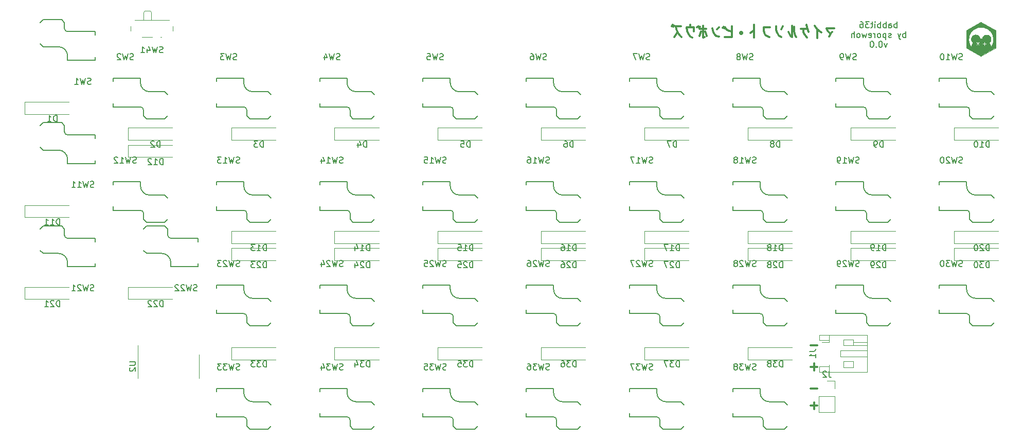
<source format=gbr>
%TF.GenerationSoftware,KiCad,Pcbnew,(6.0.4-0)*%
%TF.CreationDate,2023-01-08T13:58:21-06:00*%
%TF.ProjectId,bancouver40_cfx,62616e63-6f75-4766-9572-34305f636678,rev?*%
%TF.SameCoordinates,Original*%
%TF.FileFunction,Legend,Bot*%
%TF.FilePolarity,Positive*%
%FSLAX46Y46*%
G04 Gerber Fmt 4.6, Leading zero omitted, Abs format (unit mm)*
G04 Created by KiCad (PCBNEW (6.0.4-0)) date 2023-01-08 13:58:21*
%MOMM*%
%LPD*%
G01*
G04 APERTURE LIST*
%ADD10C,0.004500*%
%ADD11C,0.300000*%
%ADD12C,0.150000*%
%ADD13C,0.120000*%
G04 APERTURE END LIST*
D10*
G36*
X235737177Y-21226202D02*
G01*
X233306317Y-19822745D01*
X233306317Y-18462864D01*
X233714671Y-18462864D01*
X233716517Y-18550010D01*
X233722008Y-18636217D01*
X233731066Y-18721413D01*
X233743619Y-18805521D01*
X233759592Y-18888467D01*
X233778909Y-18970177D01*
X233801497Y-19050576D01*
X233827280Y-19129589D01*
X233856184Y-19207142D01*
X233888134Y-19283159D01*
X233923055Y-19357567D01*
X233960873Y-19430290D01*
X234001514Y-19501255D01*
X234044902Y-19570385D01*
X234090962Y-19637607D01*
X234139621Y-19702846D01*
X234146659Y-19654201D01*
X234155137Y-19606035D01*
X234165031Y-19558371D01*
X234176320Y-19511231D01*
X234188981Y-19464637D01*
X234202990Y-19418613D01*
X234217974Y-19374223D01*
X234901383Y-19374223D01*
X234901535Y-19377784D01*
X234901852Y-19381337D01*
X234902335Y-19384875D01*
X234902983Y-19388391D01*
X234903797Y-19391879D01*
X234904776Y-19395333D01*
X234905921Y-19398747D01*
X234907232Y-19402115D01*
X234908708Y-19405429D01*
X234910349Y-19408684D01*
X234912157Y-19411874D01*
X234914129Y-19414992D01*
X234916268Y-19418032D01*
X234918571Y-19420988D01*
X234921041Y-19423853D01*
X234923676Y-19426622D01*
X234926444Y-19429256D01*
X234929309Y-19431726D01*
X234932265Y-19434030D01*
X234935305Y-19436168D01*
X234938423Y-19438141D01*
X234941613Y-19439948D01*
X234944868Y-19441589D01*
X234948182Y-19443065D01*
X234951550Y-19444376D01*
X234954964Y-19445521D01*
X234958418Y-19446500D01*
X234961906Y-19447314D01*
X234965422Y-19447962D01*
X234968960Y-19448445D01*
X234972513Y-19448762D01*
X234976074Y-19448914D01*
X234979639Y-19448900D01*
X234983199Y-19448720D01*
X234986750Y-19448375D01*
X234990284Y-19447865D01*
X234993796Y-19447189D01*
X234997279Y-19446347D01*
X235000727Y-19445340D01*
X235004134Y-19444167D01*
X235007493Y-19442829D01*
X235010798Y-19441325D01*
X235014043Y-19439655D01*
X235017221Y-19437820D01*
X235020326Y-19435820D01*
X235023353Y-19433654D01*
X235026294Y-19431322D01*
X235029143Y-19428825D01*
X235029149Y-19428830D01*
X235029154Y-19428836D01*
X235029166Y-19428848D01*
X235029177Y-19428860D01*
X235029189Y-19428871D01*
X235031439Y-19426622D01*
X235200204Y-19257856D01*
X235371220Y-19428871D01*
X235371242Y-19428848D01*
X235371254Y-19428836D01*
X235371266Y-19428825D01*
X235374115Y-19431322D01*
X235377056Y-19433654D01*
X235380082Y-19435820D01*
X235383187Y-19437820D01*
X235386366Y-19439655D01*
X235389610Y-19441325D01*
X235392915Y-19442829D01*
X235396274Y-19444167D01*
X235399681Y-19445340D01*
X235403129Y-19446347D01*
X235406612Y-19447189D01*
X235410124Y-19447865D01*
X235413658Y-19448375D01*
X235417209Y-19448720D01*
X235420769Y-19448900D01*
X235424333Y-19448914D01*
X235427895Y-19448762D01*
X235431448Y-19448445D01*
X235434985Y-19447962D01*
X235438501Y-19447314D01*
X235441990Y-19446500D01*
X235445444Y-19445521D01*
X235448858Y-19444376D01*
X235452225Y-19443065D01*
X235455540Y-19441589D01*
X235458795Y-19439948D01*
X235461985Y-19438141D01*
X235465103Y-19436168D01*
X235468143Y-19434030D01*
X235471099Y-19431726D01*
X235473964Y-19429256D01*
X235476732Y-19426622D01*
X235479367Y-19423853D01*
X235481837Y-19420988D01*
X235484141Y-19418032D01*
X235486279Y-19414992D01*
X235488252Y-19411874D01*
X235490059Y-19408684D01*
X235491700Y-19405429D01*
X235493177Y-19402115D01*
X235494487Y-19398747D01*
X235495632Y-19395333D01*
X235496611Y-19391879D01*
X235497425Y-19388391D01*
X235498074Y-19384875D01*
X235498556Y-19381337D01*
X235498874Y-19377784D01*
X235499025Y-19374223D01*
X235499011Y-19370659D01*
X235498832Y-19367098D01*
X235498487Y-19363547D01*
X235497976Y-19360013D01*
X235497300Y-19356501D01*
X235496458Y-19353018D01*
X235495451Y-19349570D01*
X235494278Y-19346164D01*
X235492940Y-19342805D01*
X235491436Y-19339500D01*
X235489767Y-19336255D01*
X235487932Y-19333077D01*
X235485931Y-19329971D01*
X235483765Y-19326945D01*
X235481434Y-19324004D01*
X235478936Y-19321155D01*
X235478982Y-19321108D01*
X235307967Y-19150093D01*
X235883078Y-19150093D01*
X235883172Y-19153913D01*
X235883452Y-19157685D01*
X235883913Y-19161404D01*
X235884551Y-19165066D01*
X235885361Y-19168666D01*
X235886338Y-19172199D01*
X235887479Y-19175662D01*
X235888779Y-19179049D01*
X235890234Y-19182357D01*
X235891838Y-19185581D01*
X235893588Y-19188716D01*
X235895479Y-19191758D01*
X235897507Y-19194703D01*
X235899667Y-19197545D01*
X235901955Y-19200282D01*
X235904366Y-19202908D01*
X235906897Y-19205418D01*
X235909541Y-19207809D01*
X235912296Y-19210076D01*
X235915156Y-19212214D01*
X235918117Y-19214219D01*
X235921175Y-19216087D01*
X235924326Y-19217813D01*
X235927564Y-19219392D01*
X235930885Y-19220821D01*
X235934286Y-19222094D01*
X235937760Y-19223208D01*
X235941305Y-19224158D01*
X235944916Y-19224939D01*
X235948587Y-19225548D01*
X235952315Y-19225978D01*
X235956096Y-19226227D01*
X235956096Y-19226293D01*
X236197948Y-19226293D01*
X236197948Y-19468144D01*
X236198014Y-19468144D01*
X236198263Y-19471925D01*
X236198693Y-19475653D01*
X236199302Y-19479325D01*
X236200083Y-19482935D01*
X236201033Y-19486480D01*
X236202147Y-19489955D01*
X236203420Y-19493355D01*
X236204849Y-19496677D01*
X236206429Y-19499915D01*
X236208154Y-19503065D01*
X236210022Y-19506123D01*
X236212027Y-19509085D01*
X236214165Y-19511945D01*
X236216432Y-19514699D01*
X236218823Y-19517344D01*
X236221333Y-19519874D01*
X236223959Y-19522285D01*
X236226696Y-19524573D01*
X236229538Y-19526733D01*
X236232483Y-19528761D01*
X236235525Y-19530652D01*
X236238660Y-19532402D01*
X236241884Y-19534007D01*
X236245191Y-19535461D01*
X236248579Y-19536761D01*
X236252041Y-19537902D01*
X236255575Y-19538880D01*
X236259174Y-19539690D01*
X236262836Y-19540327D01*
X236266555Y-19540788D01*
X236270327Y-19541068D01*
X236274147Y-19541162D01*
X236277968Y-19541068D01*
X236281740Y-19540788D01*
X236285459Y-19540327D01*
X236289121Y-19539690D01*
X236292721Y-19538880D01*
X236296254Y-19537902D01*
X236299717Y-19536761D01*
X236303104Y-19535461D01*
X236306412Y-19534007D01*
X236309636Y-19532402D01*
X236312771Y-19530652D01*
X236315813Y-19528761D01*
X236318758Y-19526733D01*
X236321600Y-19524573D01*
X236324337Y-19522285D01*
X236326963Y-19519874D01*
X236329473Y-19517344D01*
X236331864Y-19514699D01*
X236334131Y-19511945D01*
X236336269Y-19509085D01*
X236338274Y-19506123D01*
X236340142Y-19503065D01*
X236341868Y-19499915D01*
X236343447Y-19496677D01*
X236344876Y-19493355D01*
X236346150Y-19489955D01*
X236347264Y-19486480D01*
X236348213Y-19482935D01*
X236348995Y-19479325D01*
X236349603Y-19475653D01*
X236350034Y-19471925D01*
X236350283Y-19468144D01*
X236350347Y-19468144D01*
X236350347Y-19226293D01*
X236592200Y-19226293D01*
X236592200Y-19226227D01*
X236595980Y-19225978D01*
X236599708Y-19225548D01*
X236603380Y-19224939D01*
X236606990Y-19224158D01*
X236610535Y-19223208D01*
X236614010Y-19222094D01*
X236617410Y-19220821D01*
X236620732Y-19219392D01*
X236623970Y-19217813D01*
X236627120Y-19216087D01*
X236630178Y-19214219D01*
X236633140Y-19212214D01*
X236636000Y-19210076D01*
X236638754Y-19207809D01*
X236641399Y-19205418D01*
X236643929Y-19202908D01*
X236646340Y-19200282D01*
X236648628Y-19197545D01*
X236650788Y-19194703D01*
X236652816Y-19191758D01*
X236654707Y-19188716D01*
X236656457Y-19185581D01*
X236658062Y-19182357D01*
X236659516Y-19179049D01*
X236660816Y-19175662D01*
X236661957Y-19172199D01*
X236662935Y-19168666D01*
X236663745Y-19165066D01*
X236664382Y-19161404D01*
X236664843Y-19157685D01*
X236665123Y-19153913D01*
X236665217Y-19150093D01*
X236665123Y-19146272D01*
X236664843Y-19142500D01*
X236664382Y-19138781D01*
X236663745Y-19135119D01*
X236662935Y-19131520D01*
X236661957Y-19127986D01*
X236660816Y-19124524D01*
X236659516Y-19121136D01*
X236658062Y-19117828D01*
X236656457Y-19114605D01*
X236654707Y-19111470D01*
X236652816Y-19108428D01*
X236650789Y-19105483D01*
X236648628Y-19102640D01*
X236646341Y-19099904D01*
X236643929Y-19097278D01*
X236641399Y-19094768D01*
X236638755Y-19092377D01*
X236636000Y-19090110D01*
X236633140Y-19087972D01*
X236630179Y-19085967D01*
X236627120Y-19084099D01*
X236623970Y-19082373D01*
X236620732Y-19080794D01*
X236617411Y-19079365D01*
X236614010Y-19078091D01*
X236610535Y-19076977D01*
X236606991Y-19076028D01*
X236603380Y-19075246D01*
X236599708Y-19074638D01*
X236595980Y-19074207D01*
X236592200Y-19073958D01*
X236592200Y-19073893D01*
X236350347Y-19073893D01*
X236350347Y-18832041D01*
X236350283Y-18832041D01*
X236350034Y-18828260D01*
X236349603Y-18824532D01*
X236348995Y-18820860D01*
X236348213Y-18817250D01*
X236347264Y-18813705D01*
X236346150Y-18810230D01*
X236344876Y-18806830D01*
X236343447Y-18803508D01*
X236341868Y-18800270D01*
X236340142Y-18797120D01*
X236338274Y-18794062D01*
X236336269Y-18791101D01*
X236334131Y-18788240D01*
X236331864Y-18785486D01*
X236329473Y-18782841D01*
X236326963Y-18780311D01*
X236324337Y-18777900D01*
X236321600Y-18775612D01*
X236318758Y-18773452D01*
X236315813Y-18771424D01*
X236312771Y-18769533D01*
X236309636Y-18767783D01*
X236306412Y-18766178D01*
X236303104Y-18764724D01*
X236299717Y-18763424D01*
X236296254Y-18762283D01*
X236292721Y-18761305D01*
X236289121Y-18760495D01*
X236285459Y-18759858D01*
X236281740Y-18759397D01*
X236277968Y-18759117D01*
X236274147Y-18759023D01*
X236270327Y-18759117D01*
X236266555Y-18759397D01*
X236262836Y-18759858D01*
X236259174Y-18760495D01*
X236255575Y-18761305D01*
X236252041Y-18762283D01*
X236248579Y-18763424D01*
X236245191Y-18764724D01*
X236241884Y-18766178D01*
X236238660Y-18767783D01*
X236235525Y-18769533D01*
X236232483Y-18771424D01*
X236229538Y-18773452D01*
X236226695Y-18775612D01*
X236223959Y-18777900D01*
X236221333Y-18780311D01*
X236218823Y-18782841D01*
X236216432Y-18785486D01*
X236214165Y-18788240D01*
X236212027Y-18791101D01*
X236210022Y-18794062D01*
X236208154Y-18797120D01*
X236206428Y-18800270D01*
X236204848Y-18803508D01*
X236203420Y-18806830D01*
X236202146Y-18810230D01*
X236201032Y-18813705D01*
X236200082Y-18817250D01*
X236199301Y-18820860D01*
X236198693Y-18824532D01*
X236198262Y-18828260D01*
X236198013Y-18832041D01*
X236197948Y-18832041D01*
X236197948Y-19073894D01*
X235959184Y-19073894D01*
X235956096Y-19073893D01*
X235956096Y-19073958D01*
X235952315Y-19074207D01*
X235948587Y-19074637D01*
X235944916Y-19075246D01*
X235941305Y-19076027D01*
X235937760Y-19076977D01*
X235934286Y-19078091D01*
X235930885Y-19079364D01*
X235927564Y-19080793D01*
X235924326Y-19082373D01*
X235921175Y-19084098D01*
X235918117Y-19085966D01*
X235915156Y-19087971D01*
X235912296Y-19090109D01*
X235909541Y-19092376D01*
X235906897Y-19094767D01*
X235904366Y-19097277D01*
X235901955Y-19099903D01*
X235899667Y-19102640D01*
X235897507Y-19105482D01*
X235895479Y-19108427D01*
X235893588Y-19111469D01*
X235891838Y-19114604D01*
X235890234Y-19117828D01*
X235888779Y-19121136D01*
X235887479Y-19124523D01*
X235886338Y-19127986D01*
X235885361Y-19131519D01*
X235884551Y-19135119D01*
X235883913Y-19138781D01*
X235883452Y-19142500D01*
X235883172Y-19146272D01*
X235883078Y-19150093D01*
X235307967Y-19150093D01*
X235476732Y-18981327D01*
X235478982Y-18979078D01*
X235478936Y-18979032D01*
X235481434Y-18976182D01*
X235483765Y-18973241D01*
X235485931Y-18970215D01*
X235487932Y-18967110D01*
X235489767Y-18963931D01*
X235491436Y-18960687D01*
X235492940Y-18957382D01*
X235494278Y-18954023D01*
X235495451Y-18950616D01*
X235496458Y-18947168D01*
X235497300Y-18943685D01*
X235497976Y-18940173D01*
X235498487Y-18936639D01*
X235498832Y-18933088D01*
X235499011Y-18929528D01*
X235499025Y-18925963D01*
X235498874Y-18922402D01*
X235498556Y-18918849D01*
X235498074Y-18915311D01*
X235497425Y-18911795D01*
X235496611Y-18908307D01*
X235495632Y-18904853D01*
X235494487Y-18901439D01*
X235493177Y-18898071D01*
X235491700Y-18894757D01*
X235490059Y-18891502D01*
X235488252Y-18888312D01*
X235486279Y-18885194D01*
X235484141Y-18882154D01*
X235481837Y-18879198D01*
X235479367Y-18876333D01*
X235476732Y-18873564D01*
X235473964Y-18870929D01*
X235471099Y-18868460D01*
X235468143Y-18866156D01*
X235465103Y-18864018D01*
X235461985Y-18862045D01*
X235458795Y-18860238D01*
X235455540Y-18858596D01*
X235452225Y-18857120D01*
X235448858Y-18855810D01*
X235445444Y-18854665D01*
X235441990Y-18853685D01*
X235438501Y-18852872D01*
X235434985Y-18852223D01*
X235431448Y-18851741D01*
X235427895Y-18851423D01*
X235424333Y-18851272D01*
X235420769Y-18851286D01*
X235417209Y-18851465D01*
X235413658Y-18851810D01*
X235410124Y-18852321D01*
X235406612Y-18852997D01*
X235403129Y-18853839D01*
X235399681Y-18854846D01*
X235396274Y-18856019D01*
X235392915Y-18857357D01*
X235389610Y-18858861D01*
X235386366Y-18860530D01*
X235383187Y-18862365D01*
X235380082Y-18864366D01*
X235377056Y-18866532D01*
X235374115Y-18868864D01*
X235371266Y-18871361D01*
X235371220Y-18871314D01*
X235368969Y-18873564D01*
X235200204Y-19042330D01*
X235031438Y-18873565D01*
X235031405Y-18873532D01*
X235031389Y-18873515D01*
X235031372Y-18873498D01*
X235029190Y-18871314D01*
X235029143Y-18871361D01*
X235026294Y-18868864D01*
X235023353Y-18866532D01*
X235020326Y-18864366D01*
X235017221Y-18862365D01*
X235014043Y-18860530D01*
X235010798Y-18858861D01*
X235007493Y-18857357D01*
X235004134Y-18856019D01*
X235000727Y-18854846D01*
X234997279Y-18853839D01*
X234993796Y-18852997D01*
X234990284Y-18852321D01*
X234986750Y-18851810D01*
X234983199Y-18851465D01*
X234979639Y-18851286D01*
X234976075Y-18851272D01*
X234972513Y-18851424D01*
X234968960Y-18851741D01*
X234965423Y-18852224D01*
X234961907Y-18852872D01*
X234958418Y-18853686D01*
X234954964Y-18854665D01*
X234951550Y-18855810D01*
X234948183Y-18857121D01*
X234944868Y-18858597D01*
X234941613Y-18860238D01*
X234938423Y-18862046D01*
X234935305Y-18864018D01*
X234932265Y-18866157D01*
X234929309Y-18868461D01*
X234926444Y-18870930D01*
X234923676Y-18873565D01*
X234921041Y-18876333D01*
X234918571Y-18879198D01*
X234916268Y-18882154D01*
X234914129Y-18885194D01*
X234912157Y-18888312D01*
X234910349Y-18891502D01*
X234908708Y-18894757D01*
X234907232Y-18898072D01*
X234905921Y-18901439D01*
X234904776Y-18904853D01*
X234903797Y-18908307D01*
X234902983Y-18911796D01*
X234902335Y-18915312D01*
X234901852Y-18918849D01*
X234901535Y-18922402D01*
X234901383Y-18925964D01*
X234901397Y-18929528D01*
X234901577Y-18933089D01*
X234901922Y-18936639D01*
X234902432Y-18940174D01*
X234903108Y-18943685D01*
X234903950Y-18947168D01*
X234904957Y-18950616D01*
X234906130Y-18954023D01*
X234907468Y-18957382D01*
X234908972Y-18960687D01*
X234910642Y-18963932D01*
X234912477Y-18967110D01*
X234914477Y-18970215D01*
X234916643Y-18973241D01*
X234918975Y-18976182D01*
X234921472Y-18979032D01*
X234921449Y-18979055D01*
X234921437Y-18979066D01*
X234921426Y-18979078D01*
X234923676Y-18981328D01*
X235092442Y-19150093D01*
X234923676Y-19318858D01*
X234921426Y-19321108D01*
X234921472Y-19321155D01*
X234918975Y-19324004D01*
X234916643Y-19326945D01*
X234914477Y-19329971D01*
X234912477Y-19333077D01*
X234910642Y-19336255D01*
X234908972Y-19339500D01*
X234907468Y-19342805D01*
X234906130Y-19346164D01*
X234904957Y-19349570D01*
X234903950Y-19353018D01*
X234903108Y-19356501D01*
X234902432Y-19360013D01*
X234901922Y-19363547D01*
X234901577Y-19367098D01*
X234901397Y-19370659D01*
X234901383Y-19374223D01*
X234217974Y-19374223D01*
X234218325Y-19373182D01*
X234234965Y-19328365D01*
X234252885Y-19284186D01*
X234272063Y-19240668D01*
X234292477Y-19197832D01*
X234314104Y-19155702D01*
X234336921Y-19114300D01*
X234360905Y-19073649D01*
X234386035Y-19033772D01*
X234412286Y-18994691D01*
X234380452Y-18969069D01*
X234350133Y-18941722D01*
X234321403Y-18912723D01*
X234294337Y-18882147D01*
X234269009Y-18850068D01*
X234245493Y-18816561D01*
X234223864Y-18781700D01*
X234204196Y-18745560D01*
X234186564Y-18708214D01*
X234171041Y-18669736D01*
X234157702Y-18630203D01*
X234146622Y-18589687D01*
X234137875Y-18548263D01*
X234131535Y-18506005D01*
X234127677Y-18462989D01*
X234126374Y-18419287D01*
X234127314Y-18382145D01*
X234130104Y-18345488D01*
X234134699Y-18309363D01*
X234141053Y-18273814D01*
X234149121Y-18238886D01*
X234158857Y-18204627D01*
X234170215Y-18171080D01*
X234183150Y-18138292D01*
X234197618Y-18106308D01*
X234213571Y-18075173D01*
X234230965Y-18044933D01*
X234249755Y-18015633D01*
X234269894Y-17987320D01*
X234291337Y-17960037D01*
X234314039Y-17933832D01*
X234337955Y-17908748D01*
X234363038Y-17884833D01*
X234389244Y-17862131D01*
X234416526Y-17840687D01*
X234444840Y-17820548D01*
X234474139Y-17801759D01*
X234504379Y-17784365D01*
X234535514Y-17768411D01*
X234567498Y-17753944D01*
X234600287Y-17741009D01*
X234633833Y-17729650D01*
X234668093Y-17719914D01*
X234703020Y-17711847D01*
X234738569Y-17705493D01*
X234774694Y-17700898D01*
X234811351Y-17698108D01*
X234848493Y-17697167D01*
X234882174Y-17697940D01*
X234915459Y-17700236D01*
X234948315Y-17704021D01*
X234980708Y-17709261D01*
X235012605Y-17715923D01*
X235043971Y-17723972D01*
X235074772Y-17733375D01*
X235104975Y-17744098D01*
X235134545Y-17756107D01*
X235163449Y-17769368D01*
X235191654Y-17783848D01*
X235219124Y-17799511D01*
X235245827Y-17816326D01*
X235271728Y-17834257D01*
X235296794Y-17853271D01*
X235320991Y-17873334D01*
X235344284Y-17894412D01*
X235366641Y-17916472D01*
X235388027Y-17939479D01*
X235408408Y-17963400D01*
X235427750Y-17988200D01*
X235446020Y-18013846D01*
X235463184Y-18040305D01*
X235479208Y-18067541D01*
X235494058Y-18095522D01*
X235507700Y-18124213D01*
X235520100Y-18153581D01*
X235531225Y-18183592D01*
X235541040Y-18214211D01*
X235549512Y-18245406D01*
X235556607Y-18277141D01*
X235562291Y-18309384D01*
X235583876Y-18307197D01*
X235605543Y-18305296D01*
X235627291Y-18303681D01*
X235649118Y-18302356D01*
X235671021Y-18301322D01*
X235693000Y-18300582D01*
X235715052Y-18300136D01*
X235737176Y-18299987D01*
X235760901Y-18300158D01*
X235784543Y-18300671D01*
X235808101Y-18301522D01*
X235831572Y-18302711D01*
X235854954Y-18304233D01*
X235878245Y-18306088D01*
X235901441Y-18308271D01*
X235924541Y-18310782D01*
X235930582Y-18278979D01*
X235937998Y-18247683D01*
X235946757Y-18216927D01*
X235956826Y-18186745D01*
X235968172Y-18157169D01*
X235980761Y-18128232D01*
X235994562Y-18099968D01*
X236009540Y-18072408D01*
X236025664Y-18045587D01*
X236042899Y-18019536D01*
X236061214Y-17994289D01*
X236080575Y-17969879D01*
X236100950Y-17946339D01*
X236122305Y-17923702D01*
X236144608Y-17902000D01*
X236167825Y-17881267D01*
X236191923Y-17861535D01*
X236216871Y-17842837D01*
X236242634Y-17825207D01*
X236269181Y-17808677D01*
X236296477Y-17793280D01*
X236324490Y-17779049D01*
X236353187Y-17766018D01*
X236382535Y-17754218D01*
X236412502Y-17743683D01*
X236443054Y-17734446D01*
X236474158Y-17726540D01*
X236505782Y-17719997D01*
X236537892Y-17714851D01*
X236570456Y-17711135D01*
X236603440Y-17708881D01*
X236636812Y-17708122D01*
X236673954Y-17709062D01*
X236710611Y-17711852D01*
X236746736Y-17716447D01*
X236782285Y-17722801D01*
X236817213Y-17730869D01*
X236851472Y-17740605D01*
X236885019Y-17751963D01*
X236917807Y-17764898D01*
X236949791Y-17779366D01*
X236980926Y-17795319D01*
X237011166Y-17812713D01*
X237040466Y-17831503D01*
X237068779Y-17851642D01*
X237096062Y-17873085D01*
X237122267Y-17895787D01*
X237147351Y-17919703D01*
X237171266Y-17944786D01*
X237193968Y-17970992D01*
X237215412Y-17998274D01*
X237235551Y-18026588D01*
X237254340Y-18055887D01*
X237271734Y-18086127D01*
X237287688Y-18117262D01*
X237302155Y-18149246D01*
X237315091Y-18182035D01*
X237326449Y-18215581D01*
X237336185Y-18249841D01*
X237344252Y-18284768D01*
X237350606Y-18320317D01*
X237355201Y-18356443D01*
X237357991Y-18393099D01*
X237358932Y-18430241D01*
X237358931Y-18430241D01*
X237357617Y-18474131D01*
X237353726Y-18517329D01*
X237347331Y-18559761D01*
X237338510Y-18601352D01*
X237327337Y-18642025D01*
X237313888Y-18681705D01*
X237298237Y-18720318D01*
X237280460Y-18757788D01*
X237260633Y-18794039D01*
X237238831Y-18828997D01*
X237215129Y-18862586D01*
X237189602Y-18894730D01*
X237162326Y-18925354D01*
X237133376Y-18954384D01*
X237102827Y-18981743D01*
X237070755Y-19007357D01*
X237096126Y-19045890D01*
X237120414Y-19085180D01*
X237143596Y-19125206D01*
X237157069Y-19150093D01*
X237165652Y-19165948D01*
X237186561Y-19207382D01*
X237206302Y-19249490D01*
X237224852Y-19292248D01*
X237242190Y-19335635D01*
X237258296Y-19379631D01*
X237273148Y-19424214D01*
X237286724Y-19469363D01*
X237299004Y-19515056D01*
X237309966Y-19561272D01*
X237319589Y-19607990D01*
X237327850Y-19655188D01*
X237334730Y-19702846D01*
X237383389Y-19637607D01*
X237429450Y-19570385D01*
X237472838Y-19501254D01*
X237513478Y-19430290D01*
X237551296Y-19357567D01*
X237586218Y-19283159D01*
X237618168Y-19207141D01*
X237647071Y-19129589D01*
X237672854Y-19050576D01*
X237695442Y-18970177D01*
X237714759Y-18888467D01*
X237730732Y-18805521D01*
X237743285Y-18721413D01*
X237752344Y-18636217D01*
X237757834Y-18550010D01*
X237759680Y-18462864D01*
X237757047Y-18358837D01*
X237749232Y-18256170D01*
X237736363Y-18154989D01*
X237718567Y-18055424D01*
X237695971Y-17957601D01*
X237668703Y-17861647D01*
X237636891Y-17767690D01*
X237600661Y-17675857D01*
X237560141Y-17586275D01*
X237515459Y-17499073D01*
X237466741Y-17414377D01*
X237414116Y-17332315D01*
X237357711Y-17253014D01*
X237297652Y-17176602D01*
X237234068Y-17103206D01*
X237167086Y-17032953D01*
X237096833Y-16965971D01*
X237023437Y-16902387D01*
X236947025Y-16842329D01*
X236867724Y-16785923D01*
X236785662Y-16733298D01*
X236700966Y-16684581D01*
X236613764Y-16639898D01*
X236524183Y-16599379D01*
X236432350Y-16563149D01*
X236338393Y-16531336D01*
X236242439Y-16504069D01*
X236144615Y-16481473D01*
X236045050Y-16463677D01*
X235943870Y-16450808D01*
X235841203Y-16442993D01*
X235737176Y-16440359D01*
X235633148Y-16442993D01*
X235530481Y-16450808D01*
X235429301Y-16463677D01*
X235329736Y-16481473D01*
X235231912Y-16504069D01*
X235135958Y-16531336D01*
X235042001Y-16563149D01*
X234950168Y-16599379D01*
X234860587Y-16639898D01*
X234773385Y-16684581D01*
X234688689Y-16733298D01*
X234606627Y-16785923D01*
X234527326Y-16842329D01*
X234450914Y-16902387D01*
X234377518Y-16965971D01*
X234307265Y-17032953D01*
X234240283Y-17103206D01*
X234176699Y-17176602D01*
X234116640Y-17253014D01*
X234060235Y-17332315D01*
X234007610Y-17414377D01*
X233958892Y-17499073D01*
X233914210Y-17586275D01*
X233873690Y-17675857D01*
X233837460Y-17767690D01*
X233805648Y-17861647D01*
X233778380Y-17957601D01*
X233755785Y-18055424D01*
X233737988Y-18154989D01*
X233725119Y-18256170D01*
X233717304Y-18358837D01*
X233714671Y-18462864D01*
X233306317Y-18462864D01*
X233306318Y-17015829D01*
X235737175Y-15612374D01*
X238168035Y-17015830D01*
X238168035Y-18462864D01*
X238168034Y-19822746D01*
X235737177Y-21226202D01*
G37*
X235737177Y-21226202D02*
X233306317Y-19822745D01*
X233306317Y-18462864D01*
X233714671Y-18462864D01*
X233716517Y-18550010D01*
X233722008Y-18636217D01*
X233731066Y-18721413D01*
X233743619Y-18805521D01*
X233759592Y-18888467D01*
X233778909Y-18970177D01*
X233801497Y-19050576D01*
X233827280Y-19129589D01*
X233856184Y-19207142D01*
X233888134Y-19283159D01*
X233923055Y-19357567D01*
X233960873Y-19430290D01*
X234001514Y-19501255D01*
X234044902Y-19570385D01*
X234090962Y-19637607D01*
X234139621Y-19702846D01*
X234146659Y-19654201D01*
X234155137Y-19606035D01*
X234165031Y-19558371D01*
X234176320Y-19511231D01*
X234188981Y-19464637D01*
X234202990Y-19418613D01*
X234217974Y-19374223D01*
X234901383Y-19374223D01*
X234901535Y-19377784D01*
X234901852Y-19381337D01*
X234902335Y-19384875D01*
X234902983Y-19388391D01*
X234903797Y-19391879D01*
X234904776Y-19395333D01*
X234905921Y-19398747D01*
X234907232Y-19402115D01*
X234908708Y-19405429D01*
X234910349Y-19408684D01*
X234912157Y-19411874D01*
X234914129Y-19414992D01*
X234916268Y-19418032D01*
X234918571Y-19420988D01*
X234921041Y-19423853D01*
X234923676Y-19426622D01*
X234926444Y-19429256D01*
X234929309Y-19431726D01*
X234932265Y-19434030D01*
X234935305Y-19436168D01*
X234938423Y-19438141D01*
X234941613Y-19439948D01*
X234944868Y-19441589D01*
X234948182Y-19443065D01*
X234951550Y-19444376D01*
X234954964Y-19445521D01*
X234958418Y-19446500D01*
X234961906Y-19447314D01*
X234965422Y-19447962D01*
X234968960Y-19448445D01*
X234972513Y-19448762D01*
X234976074Y-19448914D01*
X234979639Y-19448900D01*
X234983199Y-19448720D01*
X234986750Y-19448375D01*
X234990284Y-19447865D01*
X234993796Y-19447189D01*
X234997279Y-19446347D01*
X235000727Y-19445340D01*
X235004134Y-19444167D01*
X235007493Y-19442829D01*
X235010798Y-19441325D01*
X235014043Y-19439655D01*
X235017221Y-19437820D01*
X235020326Y-19435820D01*
X235023353Y-19433654D01*
X235026294Y-19431322D01*
X235029143Y-19428825D01*
X235029149Y-19428830D01*
X235029154Y-19428836D01*
X235029166Y-19428848D01*
X235029177Y-19428860D01*
X235029189Y-19428871D01*
X235031439Y-19426622D01*
X235200204Y-19257856D01*
X235371220Y-19428871D01*
X235371242Y-19428848D01*
X235371254Y-19428836D01*
X235371266Y-19428825D01*
X235374115Y-19431322D01*
X235377056Y-19433654D01*
X235380082Y-19435820D01*
X235383187Y-19437820D01*
X235386366Y-19439655D01*
X235389610Y-19441325D01*
X235392915Y-19442829D01*
X235396274Y-19444167D01*
X235399681Y-19445340D01*
X235403129Y-19446347D01*
X235406612Y-19447189D01*
X235410124Y-19447865D01*
X235413658Y-19448375D01*
X235417209Y-19448720D01*
X235420769Y-19448900D01*
X235424333Y-19448914D01*
X235427895Y-19448762D01*
X235431448Y-19448445D01*
X235434985Y-19447962D01*
X235438501Y-19447314D01*
X235441990Y-19446500D01*
X235445444Y-19445521D01*
X235448858Y-19444376D01*
X235452225Y-19443065D01*
X235455540Y-19441589D01*
X235458795Y-19439948D01*
X235461985Y-19438141D01*
X235465103Y-19436168D01*
X235468143Y-19434030D01*
X235471099Y-19431726D01*
X235473964Y-19429256D01*
X235476732Y-19426622D01*
X235479367Y-19423853D01*
X235481837Y-19420988D01*
X235484141Y-19418032D01*
X235486279Y-19414992D01*
X235488252Y-19411874D01*
X235490059Y-19408684D01*
X235491700Y-19405429D01*
X235493177Y-19402115D01*
X235494487Y-19398747D01*
X235495632Y-19395333D01*
X235496611Y-19391879D01*
X235497425Y-19388391D01*
X235498074Y-19384875D01*
X235498556Y-19381337D01*
X235498874Y-19377784D01*
X235499025Y-19374223D01*
X235499011Y-19370659D01*
X235498832Y-19367098D01*
X235498487Y-19363547D01*
X235497976Y-19360013D01*
X235497300Y-19356501D01*
X235496458Y-19353018D01*
X235495451Y-19349570D01*
X235494278Y-19346164D01*
X235492940Y-19342805D01*
X235491436Y-19339500D01*
X235489767Y-19336255D01*
X235487932Y-19333077D01*
X235485931Y-19329971D01*
X235483765Y-19326945D01*
X235481434Y-19324004D01*
X235478936Y-19321155D01*
X235478982Y-19321108D01*
X235307967Y-19150093D01*
X235883078Y-19150093D01*
X235883172Y-19153913D01*
X235883452Y-19157685D01*
X235883913Y-19161404D01*
X235884551Y-19165066D01*
X235885361Y-19168666D01*
X235886338Y-19172199D01*
X235887479Y-19175662D01*
X235888779Y-19179049D01*
X235890234Y-19182357D01*
X235891838Y-19185581D01*
X235893588Y-19188716D01*
X235895479Y-19191758D01*
X235897507Y-19194703D01*
X235899667Y-19197545D01*
X235901955Y-19200282D01*
X235904366Y-19202908D01*
X235906897Y-19205418D01*
X235909541Y-19207809D01*
X235912296Y-19210076D01*
X235915156Y-19212214D01*
X235918117Y-19214219D01*
X235921175Y-19216087D01*
X235924326Y-19217813D01*
X235927564Y-19219392D01*
X235930885Y-19220821D01*
X235934286Y-19222094D01*
X235937760Y-19223208D01*
X235941305Y-19224158D01*
X235944916Y-19224939D01*
X235948587Y-19225548D01*
X235952315Y-19225978D01*
X235956096Y-19226227D01*
X235956096Y-19226293D01*
X236197948Y-19226293D01*
X236197948Y-19468144D01*
X236198014Y-19468144D01*
X236198263Y-19471925D01*
X236198693Y-19475653D01*
X236199302Y-19479325D01*
X236200083Y-19482935D01*
X236201033Y-19486480D01*
X236202147Y-19489955D01*
X236203420Y-19493355D01*
X236204849Y-19496677D01*
X236206429Y-19499915D01*
X236208154Y-19503065D01*
X236210022Y-19506123D01*
X236212027Y-19509085D01*
X236214165Y-19511945D01*
X236216432Y-19514699D01*
X236218823Y-19517344D01*
X236221333Y-19519874D01*
X236223959Y-19522285D01*
X236226696Y-19524573D01*
X236229538Y-19526733D01*
X236232483Y-19528761D01*
X236235525Y-19530652D01*
X236238660Y-19532402D01*
X236241884Y-19534007D01*
X236245191Y-19535461D01*
X236248579Y-19536761D01*
X236252041Y-19537902D01*
X236255575Y-19538880D01*
X236259174Y-19539690D01*
X236262836Y-19540327D01*
X236266555Y-19540788D01*
X236270327Y-19541068D01*
X236274147Y-19541162D01*
X236277968Y-19541068D01*
X236281740Y-19540788D01*
X236285459Y-19540327D01*
X236289121Y-19539690D01*
X236292721Y-19538880D01*
X236296254Y-19537902D01*
X236299717Y-19536761D01*
X236303104Y-19535461D01*
X236306412Y-19534007D01*
X236309636Y-19532402D01*
X236312771Y-19530652D01*
X236315813Y-19528761D01*
X236318758Y-19526733D01*
X236321600Y-19524573D01*
X236324337Y-19522285D01*
X236326963Y-19519874D01*
X236329473Y-19517344D01*
X236331864Y-19514699D01*
X236334131Y-19511945D01*
X236336269Y-19509085D01*
X236338274Y-19506123D01*
X236340142Y-19503065D01*
X236341868Y-19499915D01*
X236343447Y-19496677D01*
X236344876Y-19493355D01*
X236346150Y-19489955D01*
X236347264Y-19486480D01*
X236348213Y-19482935D01*
X236348995Y-19479325D01*
X236349603Y-19475653D01*
X236350034Y-19471925D01*
X236350283Y-19468144D01*
X236350347Y-19468144D01*
X236350347Y-19226293D01*
X236592200Y-19226293D01*
X236592200Y-19226227D01*
X236595980Y-19225978D01*
X236599708Y-19225548D01*
X236603380Y-19224939D01*
X236606990Y-19224158D01*
X236610535Y-19223208D01*
X236614010Y-19222094D01*
X236617410Y-19220821D01*
X236620732Y-19219392D01*
X236623970Y-19217813D01*
X236627120Y-19216087D01*
X236630178Y-19214219D01*
X236633140Y-19212214D01*
X236636000Y-19210076D01*
X236638754Y-19207809D01*
X236641399Y-19205418D01*
X236643929Y-19202908D01*
X236646340Y-19200282D01*
X236648628Y-19197545D01*
X236650788Y-19194703D01*
X236652816Y-19191758D01*
X236654707Y-19188716D01*
X236656457Y-19185581D01*
X236658062Y-19182357D01*
X236659516Y-19179049D01*
X236660816Y-19175662D01*
X236661957Y-19172199D01*
X236662935Y-19168666D01*
X236663745Y-19165066D01*
X236664382Y-19161404D01*
X236664843Y-19157685D01*
X236665123Y-19153913D01*
X236665217Y-19150093D01*
X236665123Y-19146272D01*
X236664843Y-19142500D01*
X236664382Y-19138781D01*
X236663745Y-19135119D01*
X236662935Y-19131520D01*
X236661957Y-19127986D01*
X236660816Y-19124524D01*
X236659516Y-19121136D01*
X236658062Y-19117828D01*
X236656457Y-19114605D01*
X236654707Y-19111470D01*
X236652816Y-19108428D01*
X236650789Y-19105483D01*
X236648628Y-19102640D01*
X236646341Y-19099904D01*
X236643929Y-19097278D01*
X236641399Y-19094768D01*
X236638755Y-19092377D01*
X236636000Y-19090110D01*
X236633140Y-19087972D01*
X236630179Y-19085967D01*
X236627120Y-19084099D01*
X236623970Y-19082373D01*
X236620732Y-19080794D01*
X236617411Y-19079365D01*
X236614010Y-19078091D01*
X236610535Y-19076977D01*
X236606991Y-19076028D01*
X236603380Y-19075246D01*
X236599708Y-19074638D01*
X236595980Y-19074207D01*
X236592200Y-19073958D01*
X236592200Y-19073893D01*
X236350347Y-19073893D01*
X236350347Y-18832041D01*
X236350283Y-18832041D01*
X236350034Y-18828260D01*
X236349603Y-18824532D01*
X236348995Y-18820860D01*
X236348213Y-18817250D01*
X236347264Y-18813705D01*
X236346150Y-18810230D01*
X236344876Y-18806830D01*
X236343447Y-18803508D01*
X236341868Y-18800270D01*
X236340142Y-18797120D01*
X236338274Y-18794062D01*
X236336269Y-18791101D01*
X236334131Y-18788240D01*
X236331864Y-18785486D01*
X236329473Y-18782841D01*
X236326963Y-18780311D01*
X236324337Y-18777900D01*
X236321600Y-18775612D01*
X236318758Y-18773452D01*
X236315813Y-18771424D01*
X236312771Y-18769533D01*
X236309636Y-18767783D01*
X236306412Y-18766178D01*
X236303104Y-18764724D01*
X236299717Y-18763424D01*
X236296254Y-18762283D01*
X236292721Y-18761305D01*
X236289121Y-18760495D01*
X236285459Y-18759858D01*
X236281740Y-18759397D01*
X236277968Y-18759117D01*
X236274147Y-18759023D01*
X236270327Y-18759117D01*
X236266555Y-18759397D01*
X236262836Y-18759858D01*
X236259174Y-18760495D01*
X236255575Y-18761305D01*
X236252041Y-18762283D01*
X236248579Y-18763424D01*
X236245191Y-18764724D01*
X236241884Y-18766178D01*
X236238660Y-18767783D01*
X236235525Y-18769533D01*
X236232483Y-18771424D01*
X236229538Y-18773452D01*
X236226695Y-18775612D01*
X236223959Y-18777900D01*
X236221333Y-18780311D01*
X236218823Y-18782841D01*
X236216432Y-18785486D01*
X236214165Y-18788240D01*
X236212027Y-18791101D01*
X236210022Y-18794062D01*
X236208154Y-18797120D01*
X236206428Y-18800270D01*
X236204848Y-18803508D01*
X236203420Y-18806830D01*
X236202146Y-18810230D01*
X236201032Y-18813705D01*
X236200082Y-18817250D01*
X236199301Y-18820860D01*
X236198693Y-18824532D01*
X236198262Y-18828260D01*
X236198013Y-18832041D01*
X236197948Y-18832041D01*
X236197948Y-19073894D01*
X235959184Y-19073894D01*
X235956096Y-19073893D01*
X235956096Y-19073958D01*
X235952315Y-19074207D01*
X235948587Y-19074637D01*
X235944916Y-19075246D01*
X235941305Y-19076027D01*
X235937760Y-19076977D01*
X235934286Y-19078091D01*
X235930885Y-19079364D01*
X235927564Y-19080793D01*
X235924326Y-19082373D01*
X235921175Y-19084098D01*
X235918117Y-19085966D01*
X235915156Y-19087971D01*
X235912296Y-19090109D01*
X235909541Y-19092376D01*
X235906897Y-19094767D01*
X235904366Y-19097277D01*
X235901955Y-19099903D01*
X235899667Y-19102640D01*
X235897507Y-19105482D01*
X235895479Y-19108427D01*
X235893588Y-19111469D01*
X235891838Y-19114604D01*
X235890234Y-19117828D01*
X235888779Y-19121136D01*
X235887479Y-19124523D01*
X235886338Y-19127986D01*
X235885361Y-19131519D01*
X235884551Y-19135119D01*
X235883913Y-19138781D01*
X235883452Y-19142500D01*
X235883172Y-19146272D01*
X235883078Y-19150093D01*
X235307967Y-19150093D01*
X235476732Y-18981327D01*
X235478982Y-18979078D01*
X235478936Y-18979032D01*
X235481434Y-18976182D01*
X235483765Y-18973241D01*
X235485931Y-18970215D01*
X235487932Y-18967110D01*
X235489767Y-18963931D01*
X235491436Y-18960687D01*
X235492940Y-18957382D01*
X235494278Y-18954023D01*
X235495451Y-18950616D01*
X235496458Y-18947168D01*
X235497300Y-18943685D01*
X235497976Y-18940173D01*
X235498487Y-18936639D01*
X235498832Y-18933088D01*
X235499011Y-18929528D01*
X235499025Y-18925963D01*
X235498874Y-18922402D01*
X235498556Y-18918849D01*
X235498074Y-18915311D01*
X235497425Y-18911795D01*
X235496611Y-18908307D01*
X235495632Y-18904853D01*
X235494487Y-18901439D01*
X235493177Y-18898071D01*
X235491700Y-18894757D01*
X235490059Y-18891502D01*
X235488252Y-18888312D01*
X235486279Y-18885194D01*
X235484141Y-18882154D01*
X235481837Y-18879198D01*
X235479367Y-18876333D01*
X235476732Y-18873564D01*
X235473964Y-18870929D01*
X235471099Y-18868460D01*
X235468143Y-18866156D01*
X235465103Y-18864018D01*
X235461985Y-18862045D01*
X235458795Y-18860238D01*
X235455540Y-18858596D01*
X235452225Y-18857120D01*
X235448858Y-18855810D01*
X235445444Y-18854665D01*
X235441990Y-18853685D01*
X235438501Y-18852872D01*
X235434985Y-18852223D01*
X235431448Y-18851741D01*
X235427895Y-18851423D01*
X235424333Y-18851272D01*
X235420769Y-18851286D01*
X235417209Y-18851465D01*
X235413658Y-18851810D01*
X235410124Y-18852321D01*
X235406612Y-18852997D01*
X235403129Y-18853839D01*
X235399681Y-18854846D01*
X235396274Y-18856019D01*
X235392915Y-18857357D01*
X235389610Y-18858861D01*
X235386366Y-18860530D01*
X235383187Y-18862365D01*
X235380082Y-18864366D01*
X235377056Y-18866532D01*
X235374115Y-18868864D01*
X235371266Y-18871361D01*
X235371220Y-18871314D01*
X235368969Y-18873564D01*
X235200204Y-19042330D01*
X235031438Y-18873565D01*
X235031405Y-18873532D01*
X235031389Y-18873515D01*
X235031372Y-18873498D01*
X235029190Y-18871314D01*
X235029143Y-18871361D01*
X235026294Y-18868864D01*
X235023353Y-18866532D01*
X235020326Y-18864366D01*
X235017221Y-18862365D01*
X235014043Y-18860530D01*
X235010798Y-18858861D01*
X235007493Y-18857357D01*
X235004134Y-18856019D01*
X235000727Y-18854846D01*
X234997279Y-18853839D01*
X234993796Y-18852997D01*
X234990284Y-18852321D01*
X234986750Y-18851810D01*
X234983199Y-18851465D01*
X234979639Y-18851286D01*
X234976075Y-18851272D01*
X234972513Y-18851424D01*
X234968960Y-18851741D01*
X234965423Y-18852224D01*
X234961907Y-18852872D01*
X234958418Y-18853686D01*
X234954964Y-18854665D01*
X234951550Y-18855810D01*
X234948183Y-18857121D01*
X234944868Y-18858597D01*
X234941613Y-18860238D01*
X234938423Y-18862046D01*
X234935305Y-18864018D01*
X234932265Y-18866157D01*
X234929309Y-18868461D01*
X234926444Y-18870930D01*
X234923676Y-18873565D01*
X234921041Y-18876333D01*
X234918571Y-18879198D01*
X234916268Y-18882154D01*
X234914129Y-18885194D01*
X234912157Y-18888312D01*
X234910349Y-18891502D01*
X234908708Y-18894757D01*
X234907232Y-18898072D01*
X234905921Y-18901439D01*
X234904776Y-18904853D01*
X234903797Y-18908307D01*
X234902983Y-18911796D01*
X234902335Y-18915312D01*
X234901852Y-18918849D01*
X234901535Y-18922402D01*
X234901383Y-18925964D01*
X234901397Y-18929528D01*
X234901577Y-18933089D01*
X234901922Y-18936639D01*
X234902432Y-18940174D01*
X234903108Y-18943685D01*
X234903950Y-18947168D01*
X234904957Y-18950616D01*
X234906130Y-18954023D01*
X234907468Y-18957382D01*
X234908972Y-18960687D01*
X234910642Y-18963932D01*
X234912477Y-18967110D01*
X234914477Y-18970215D01*
X234916643Y-18973241D01*
X234918975Y-18976182D01*
X234921472Y-18979032D01*
X234921449Y-18979055D01*
X234921437Y-18979066D01*
X234921426Y-18979078D01*
X234923676Y-18981328D01*
X235092442Y-19150093D01*
X234923676Y-19318858D01*
X234921426Y-19321108D01*
X234921472Y-19321155D01*
X234918975Y-19324004D01*
X234916643Y-19326945D01*
X234914477Y-19329971D01*
X234912477Y-19333077D01*
X234910642Y-19336255D01*
X234908972Y-19339500D01*
X234907468Y-19342805D01*
X234906130Y-19346164D01*
X234904957Y-19349570D01*
X234903950Y-19353018D01*
X234903108Y-19356501D01*
X234902432Y-19360013D01*
X234901922Y-19363547D01*
X234901577Y-19367098D01*
X234901397Y-19370659D01*
X234901383Y-19374223D01*
X234217974Y-19374223D01*
X234218325Y-19373182D01*
X234234965Y-19328365D01*
X234252885Y-19284186D01*
X234272063Y-19240668D01*
X234292477Y-19197832D01*
X234314104Y-19155702D01*
X234336921Y-19114300D01*
X234360905Y-19073649D01*
X234386035Y-19033772D01*
X234412286Y-18994691D01*
X234380452Y-18969069D01*
X234350133Y-18941722D01*
X234321403Y-18912723D01*
X234294337Y-18882147D01*
X234269009Y-18850068D01*
X234245493Y-18816561D01*
X234223864Y-18781700D01*
X234204196Y-18745560D01*
X234186564Y-18708214D01*
X234171041Y-18669736D01*
X234157702Y-18630203D01*
X234146622Y-18589687D01*
X234137875Y-18548263D01*
X234131535Y-18506005D01*
X234127677Y-18462989D01*
X234126374Y-18419287D01*
X234127314Y-18382145D01*
X234130104Y-18345488D01*
X234134699Y-18309363D01*
X234141053Y-18273814D01*
X234149121Y-18238886D01*
X234158857Y-18204627D01*
X234170215Y-18171080D01*
X234183150Y-18138292D01*
X234197618Y-18106308D01*
X234213571Y-18075173D01*
X234230965Y-18044933D01*
X234249755Y-18015633D01*
X234269894Y-17987320D01*
X234291337Y-17960037D01*
X234314039Y-17933832D01*
X234337955Y-17908748D01*
X234363038Y-17884833D01*
X234389244Y-17862131D01*
X234416526Y-17840687D01*
X234444840Y-17820548D01*
X234474139Y-17801759D01*
X234504379Y-17784365D01*
X234535514Y-17768411D01*
X234567498Y-17753944D01*
X234600287Y-17741009D01*
X234633833Y-17729650D01*
X234668093Y-17719914D01*
X234703020Y-17711847D01*
X234738569Y-17705493D01*
X234774694Y-17700898D01*
X234811351Y-17698108D01*
X234848493Y-17697167D01*
X234882174Y-17697940D01*
X234915459Y-17700236D01*
X234948315Y-17704021D01*
X234980708Y-17709261D01*
X235012605Y-17715923D01*
X235043971Y-17723972D01*
X235074772Y-17733375D01*
X235104975Y-17744098D01*
X235134545Y-17756107D01*
X235163449Y-17769368D01*
X235191654Y-17783848D01*
X235219124Y-17799511D01*
X235245827Y-17816326D01*
X235271728Y-17834257D01*
X235296794Y-17853271D01*
X235320991Y-17873334D01*
X235344284Y-17894412D01*
X235366641Y-17916472D01*
X235388027Y-17939479D01*
X235408408Y-17963400D01*
X235427750Y-17988200D01*
X235446020Y-18013846D01*
X235463184Y-18040305D01*
X235479208Y-18067541D01*
X235494058Y-18095522D01*
X235507700Y-18124213D01*
X235520100Y-18153581D01*
X235531225Y-18183592D01*
X235541040Y-18214211D01*
X235549512Y-18245406D01*
X235556607Y-18277141D01*
X235562291Y-18309384D01*
X235583876Y-18307197D01*
X235605543Y-18305296D01*
X235627291Y-18303681D01*
X235649118Y-18302356D01*
X235671021Y-18301322D01*
X235693000Y-18300582D01*
X235715052Y-18300136D01*
X235737176Y-18299987D01*
X235760901Y-18300158D01*
X235784543Y-18300671D01*
X235808101Y-18301522D01*
X235831572Y-18302711D01*
X235854954Y-18304233D01*
X235878245Y-18306088D01*
X235901441Y-18308271D01*
X235924541Y-18310782D01*
X235930582Y-18278979D01*
X235937998Y-18247683D01*
X235946757Y-18216927D01*
X235956826Y-18186745D01*
X235968172Y-18157169D01*
X235980761Y-18128232D01*
X235994562Y-18099968D01*
X236009540Y-18072408D01*
X236025664Y-18045587D01*
X236042899Y-18019536D01*
X236061214Y-17994289D01*
X236080575Y-17969879D01*
X236100950Y-17946339D01*
X236122305Y-17923702D01*
X236144608Y-17902000D01*
X236167825Y-17881267D01*
X236191923Y-17861535D01*
X236216871Y-17842837D01*
X236242634Y-17825207D01*
X236269181Y-17808677D01*
X236296477Y-17793280D01*
X236324490Y-17779049D01*
X236353187Y-17766018D01*
X236382535Y-17754218D01*
X236412502Y-17743683D01*
X236443054Y-17734446D01*
X236474158Y-17726540D01*
X236505782Y-17719997D01*
X236537892Y-17714851D01*
X236570456Y-17711135D01*
X236603440Y-17708881D01*
X236636812Y-17708122D01*
X236673954Y-17709062D01*
X236710611Y-17711852D01*
X236746736Y-17716447D01*
X236782285Y-17722801D01*
X236817213Y-17730869D01*
X236851472Y-17740605D01*
X236885019Y-17751963D01*
X236917807Y-17764898D01*
X236949791Y-17779366D01*
X236980926Y-17795319D01*
X237011166Y-17812713D01*
X237040466Y-17831503D01*
X237068779Y-17851642D01*
X237096062Y-17873085D01*
X237122267Y-17895787D01*
X237147351Y-17919703D01*
X237171266Y-17944786D01*
X237193968Y-17970992D01*
X237215412Y-17998274D01*
X237235551Y-18026588D01*
X237254340Y-18055887D01*
X237271734Y-18086127D01*
X237287688Y-18117262D01*
X237302155Y-18149246D01*
X237315091Y-18182035D01*
X237326449Y-18215581D01*
X237336185Y-18249841D01*
X237344252Y-18284768D01*
X237350606Y-18320317D01*
X237355201Y-18356443D01*
X237357991Y-18393099D01*
X237358932Y-18430241D01*
X237358931Y-18430241D01*
X237357617Y-18474131D01*
X237353726Y-18517329D01*
X237347331Y-18559761D01*
X237338510Y-18601352D01*
X237327337Y-18642025D01*
X237313888Y-18681705D01*
X237298237Y-18720318D01*
X237280460Y-18757788D01*
X237260633Y-18794039D01*
X237238831Y-18828997D01*
X237215129Y-18862586D01*
X237189602Y-18894730D01*
X237162326Y-18925354D01*
X237133376Y-18954384D01*
X237102827Y-18981743D01*
X237070755Y-19007357D01*
X237096126Y-19045890D01*
X237120414Y-19085180D01*
X237143596Y-19125206D01*
X237157069Y-19150093D01*
X237165652Y-19165948D01*
X237186561Y-19207382D01*
X237206302Y-19249490D01*
X237224852Y-19292248D01*
X237242190Y-19335635D01*
X237258296Y-19379631D01*
X237273148Y-19424214D01*
X237286724Y-19469363D01*
X237299004Y-19515056D01*
X237309966Y-19561272D01*
X237319589Y-19607990D01*
X237327850Y-19655188D01*
X237334730Y-19702846D01*
X237383389Y-19637607D01*
X237429450Y-19570385D01*
X237472838Y-19501254D01*
X237513478Y-19430290D01*
X237551296Y-19357567D01*
X237586218Y-19283159D01*
X237618168Y-19207141D01*
X237647071Y-19129589D01*
X237672854Y-19050576D01*
X237695442Y-18970177D01*
X237714759Y-18888467D01*
X237730732Y-18805521D01*
X237743285Y-18721413D01*
X237752344Y-18636217D01*
X237757834Y-18550010D01*
X237759680Y-18462864D01*
X237757047Y-18358837D01*
X237749232Y-18256170D01*
X237736363Y-18154989D01*
X237718567Y-18055424D01*
X237695971Y-17957601D01*
X237668703Y-17861647D01*
X237636891Y-17767690D01*
X237600661Y-17675857D01*
X237560141Y-17586275D01*
X237515459Y-17499073D01*
X237466741Y-17414377D01*
X237414116Y-17332315D01*
X237357711Y-17253014D01*
X237297652Y-17176602D01*
X237234068Y-17103206D01*
X237167086Y-17032953D01*
X237096833Y-16965971D01*
X237023437Y-16902387D01*
X236947025Y-16842329D01*
X236867724Y-16785923D01*
X236785662Y-16733298D01*
X236700966Y-16684581D01*
X236613764Y-16639898D01*
X236524183Y-16599379D01*
X236432350Y-16563149D01*
X236338393Y-16531336D01*
X236242439Y-16504069D01*
X236144615Y-16481473D01*
X236045050Y-16463677D01*
X235943870Y-16450808D01*
X235841203Y-16442993D01*
X235737176Y-16440359D01*
X235633148Y-16442993D01*
X235530481Y-16450808D01*
X235429301Y-16463677D01*
X235329736Y-16481473D01*
X235231912Y-16504069D01*
X235135958Y-16531336D01*
X235042001Y-16563149D01*
X234950168Y-16599379D01*
X234860587Y-16639898D01*
X234773385Y-16684581D01*
X234688689Y-16733298D01*
X234606627Y-16785923D01*
X234527326Y-16842329D01*
X234450914Y-16902387D01*
X234377518Y-16965971D01*
X234307265Y-17032953D01*
X234240283Y-17103206D01*
X234176699Y-17176602D01*
X234116640Y-17253014D01*
X234060235Y-17332315D01*
X234007610Y-17414377D01*
X233958892Y-17499073D01*
X233914210Y-17586275D01*
X233873690Y-17675857D01*
X233837460Y-17767690D01*
X233805648Y-17861647D01*
X233778380Y-17957601D01*
X233755785Y-18055424D01*
X233737988Y-18154989D01*
X233725119Y-18256170D01*
X233717304Y-18358837D01*
X233714671Y-18462864D01*
X233306317Y-18462864D01*
X233306318Y-17015829D01*
X235737175Y-15612374D01*
X238168035Y-17015830D01*
X238168035Y-18462864D01*
X238168034Y-19822746D01*
X235737177Y-21226202D01*
D11*
X208821330Y-68815443D02*
X207678473Y-68815443D01*
D12*
X221922516Y-16550705D02*
X221922516Y-15550705D01*
X221922516Y-15931658D02*
X221827277Y-15884039D01*
X221636801Y-15884039D01*
X221541563Y-15931658D01*
X221493944Y-15979277D01*
X221446325Y-16074515D01*
X221446325Y-16360229D01*
X221493944Y-16455467D01*
X221541563Y-16503086D01*
X221636801Y-16550705D01*
X221827277Y-16550705D01*
X221922516Y-16503086D01*
X220589182Y-16550705D02*
X220589182Y-16026896D01*
X220636801Y-15931658D01*
X220732039Y-15884039D01*
X220922516Y-15884039D01*
X221017754Y-15931658D01*
X220589182Y-16503086D02*
X220684420Y-16550705D01*
X220922516Y-16550705D01*
X221017754Y-16503086D01*
X221065373Y-16407848D01*
X221065373Y-16312610D01*
X221017754Y-16217372D01*
X220922516Y-16169753D01*
X220684420Y-16169753D01*
X220589182Y-16122134D01*
X220112992Y-16550705D02*
X220112992Y-15550705D01*
X220112992Y-15931658D02*
X220017754Y-15884039D01*
X219827277Y-15884039D01*
X219732039Y-15931658D01*
X219684420Y-15979277D01*
X219636801Y-16074515D01*
X219636801Y-16360229D01*
X219684420Y-16455467D01*
X219732039Y-16503086D01*
X219827277Y-16550705D01*
X220017754Y-16550705D01*
X220112992Y-16503086D01*
X219208230Y-16550705D02*
X219208230Y-15550705D01*
X219208230Y-15931658D02*
X219112992Y-15884039D01*
X218922516Y-15884039D01*
X218827277Y-15931658D01*
X218779658Y-15979277D01*
X218732039Y-16074515D01*
X218732039Y-16360229D01*
X218779658Y-16455467D01*
X218827277Y-16503086D01*
X218922516Y-16550705D01*
X219112992Y-16550705D01*
X219208230Y-16503086D01*
X218303468Y-16550705D02*
X218303468Y-15884039D01*
X218303468Y-15550705D02*
X218351087Y-15598325D01*
X218303468Y-15645944D01*
X218255849Y-15598325D01*
X218303468Y-15550705D01*
X218303468Y-15645944D01*
X217970135Y-15884039D02*
X217589182Y-15884039D01*
X217827277Y-15550705D02*
X217827277Y-16407848D01*
X217779658Y-16503086D01*
X217684420Y-16550705D01*
X217589182Y-16550705D01*
X217351087Y-15550705D02*
X216732039Y-15550705D01*
X217065373Y-15931658D01*
X216922516Y-15931658D01*
X216827277Y-15979277D01*
X216779658Y-16026896D01*
X216732039Y-16122134D01*
X216732039Y-16360229D01*
X216779658Y-16455467D01*
X216827277Y-16503086D01*
X216922516Y-16550705D01*
X217208230Y-16550705D01*
X217303468Y-16503086D01*
X217351087Y-16455467D01*
X215874897Y-15550705D02*
X216065373Y-15550705D01*
X216160611Y-15598325D01*
X216208230Y-15645944D01*
X216303468Y-15788801D01*
X216351087Y-15979277D01*
X216351087Y-16360229D01*
X216303468Y-16455467D01*
X216255849Y-16503086D01*
X216160611Y-16550705D01*
X215970135Y-16550705D01*
X215874897Y-16503086D01*
X215827277Y-16455467D01*
X215779658Y-16360229D01*
X215779658Y-16122134D01*
X215827277Y-16026896D01*
X215874897Y-15979277D01*
X215970135Y-15931658D01*
X216160611Y-15931658D01*
X216255849Y-15979277D01*
X216303468Y-16026896D01*
X216351087Y-16122134D01*
X223327277Y-18160705D02*
X223327277Y-17160705D01*
X223327277Y-17541658D02*
X223232039Y-17494039D01*
X223041563Y-17494039D01*
X222946325Y-17541658D01*
X222898706Y-17589277D01*
X222851087Y-17684515D01*
X222851087Y-17970229D01*
X222898706Y-18065467D01*
X222946325Y-18113086D01*
X223041563Y-18160705D01*
X223232039Y-18160705D01*
X223327277Y-18113086D01*
X222517754Y-17494039D02*
X222279658Y-18160705D01*
X222041563Y-17494039D02*
X222279658Y-18160705D01*
X222374897Y-18398801D01*
X222422516Y-18446420D01*
X222517754Y-18494039D01*
X220946325Y-18113086D02*
X220851087Y-18160705D01*
X220660611Y-18160705D01*
X220565373Y-18113086D01*
X220517754Y-18017848D01*
X220517754Y-17970229D01*
X220565373Y-17874991D01*
X220660611Y-17827372D01*
X220803468Y-17827372D01*
X220898706Y-17779753D01*
X220946325Y-17684515D01*
X220946325Y-17636896D01*
X220898706Y-17541658D01*
X220803468Y-17494039D01*
X220660611Y-17494039D01*
X220565373Y-17541658D01*
X220089182Y-17494039D02*
X220089182Y-18494039D01*
X220089182Y-17541658D02*
X219993944Y-17494039D01*
X219803468Y-17494039D01*
X219708230Y-17541658D01*
X219660611Y-17589277D01*
X219612992Y-17684515D01*
X219612992Y-17970229D01*
X219660611Y-18065467D01*
X219708230Y-18113086D01*
X219803468Y-18160705D01*
X219993944Y-18160705D01*
X220089182Y-18113086D01*
X219041563Y-18160705D02*
X219136801Y-18113086D01*
X219184420Y-18065467D01*
X219232039Y-17970229D01*
X219232039Y-17684515D01*
X219184420Y-17589277D01*
X219136801Y-17541658D01*
X219041563Y-17494039D01*
X218898706Y-17494039D01*
X218803468Y-17541658D01*
X218755849Y-17589277D01*
X218708230Y-17684515D01*
X218708230Y-17970229D01*
X218755849Y-18065467D01*
X218803468Y-18113086D01*
X218898706Y-18160705D01*
X219041563Y-18160705D01*
X218279658Y-18160705D02*
X218279658Y-17494039D01*
X218279658Y-17684515D02*
X218232039Y-17589277D01*
X218184420Y-17541658D01*
X218089182Y-17494039D01*
X217993944Y-17494039D01*
X217279658Y-18113086D02*
X217374897Y-18160705D01*
X217565373Y-18160705D01*
X217660611Y-18113086D01*
X217708230Y-18017848D01*
X217708230Y-17636896D01*
X217660611Y-17541658D01*
X217565373Y-17494039D01*
X217374897Y-17494039D01*
X217279658Y-17541658D01*
X217232039Y-17636896D01*
X217232039Y-17732134D01*
X217708230Y-17827372D01*
X216898706Y-17494039D02*
X216708230Y-18160705D01*
X216517754Y-17684515D01*
X216327277Y-18160705D01*
X216136801Y-17494039D01*
X215612992Y-18160705D02*
X215708230Y-18113086D01*
X215755849Y-18065467D01*
X215803468Y-17970229D01*
X215803468Y-17684515D01*
X215755849Y-17589277D01*
X215708230Y-17541658D01*
X215612992Y-17494039D01*
X215470135Y-17494039D01*
X215374897Y-17541658D01*
X215327277Y-17589277D01*
X215279658Y-17684515D01*
X215279658Y-17970229D01*
X215327277Y-18065467D01*
X215374897Y-18113086D01*
X215470135Y-18160705D01*
X215612992Y-18160705D01*
X214851087Y-18160705D02*
X214851087Y-17160705D01*
X214422516Y-18160705D02*
X214422516Y-17636896D01*
X214470135Y-17541658D01*
X214565373Y-17494039D01*
X214708230Y-17494039D01*
X214803468Y-17541658D01*
X214851087Y-17589277D01*
X220303468Y-19104039D02*
X220065373Y-19770705D01*
X219827277Y-19104039D01*
X219255849Y-18770705D02*
X219160611Y-18770705D01*
X219065373Y-18818325D01*
X219017754Y-18865944D01*
X218970135Y-18961182D01*
X218922516Y-19151658D01*
X218922516Y-19389753D01*
X218970135Y-19580229D01*
X219017754Y-19675467D01*
X219065373Y-19723086D01*
X219160611Y-19770705D01*
X219255849Y-19770705D01*
X219351087Y-19723086D01*
X219398706Y-19675467D01*
X219446325Y-19580229D01*
X219493944Y-19389753D01*
X219493944Y-19151658D01*
X219446325Y-18961182D01*
X219398706Y-18865944D01*
X219351087Y-18818325D01*
X219255849Y-18770705D01*
X218493944Y-19675467D02*
X218446325Y-19723086D01*
X218493944Y-19770705D01*
X218541563Y-19723086D01*
X218493944Y-19675467D01*
X218493944Y-19770705D01*
X217827277Y-18770705D02*
X217732039Y-18770705D01*
X217636801Y-18818325D01*
X217589182Y-18865944D01*
X217541563Y-18961182D01*
X217493944Y-19151658D01*
X217493944Y-19389753D01*
X217541563Y-19580229D01*
X217589182Y-19675467D01*
X217636801Y-19723086D01*
X217732039Y-19770705D01*
X217827277Y-19770705D01*
X217922516Y-19723086D01*
X217970135Y-19675467D01*
X218017754Y-19580229D01*
X218065373Y-19389753D01*
X218065373Y-19151658D01*
X218017754Y-18961182D01*
X217970135Y-18865944D01*
X217922516Y-18818325D01*
X217827277Y-18770705D01*
D11*
X208821330Y-75898773D02*
X207678473Y-75898773D01*
X208821330Y-72357108D02*
X207678473Y-72357108D01*
X208249902Y-72928537D02*
X208249902Y-71785680D01*
X208821330Y-78732105D02*
X207678473Y-78732105D01*
X208249902Y-79303534D02*
X208249902Y-78160677D01*
X211571335Y-16655714D02*
X210333240Y-16655714D01*
X210523716Y-17036666D01*
X210714192Y-17322380D01*
X210904668Y-17512857D01*
X211285620Y-17227142D02*
X210999906Y-17512857D01*
X210904668Y-17703333D01*
X210714192Y-17989047D01*
X208809430Y-16846190D02*
X208809430Y-18274761D01*
X208333240Y-16179523D02*
X208523716Y-16465238D01*
X208809430Y-16846190D01*
X209190382Y-17131904D01*
X209476097Y-17322380D01*
X207095144Y-16750952D02*
X206047525Y-16750952D01*
X206999906Y-16084285D02*
X207095144Y-16465238D01*
X207285620Y-16941428D01*
X207380859Y-17227142D01*
X206523716Y-16750952D02*
X206523716Y-17227142D01*
X206618954Y-17512857D01*
X206809430Y-17798571D01*
X207095144Y-18179523D01*
X204999906Y-16370000D02*
X204999906Y-17131904D01*
X205095144Y-17512857D01*
X205190382Y-17798571D01*
X205285620Y-18084285D01*
X204618954Y-16179523D02*
X204618954Y-18084285D01*
X204428478Y-17893809D01*
X204238001Y-17608095D01*
X204047525Y-17227142D01*
X203095144Y-16274761D02*
X202904668Y-16846190D01*
X202047525Y-16274761D02*
X202047525Y-16846190D01*
X202142763Y-17227142D01*
X202238001Y-17512857D01*
X202428478Y-17798571D01*
X202904668Y-18084285D01*
X200999906Y-16465238D02*
X199952287Y-16465238D01*
X199952287Y-16941428D01*
X200047525Y-17417619D01*
X200238001Y-17703333D01*
X200523716Y-17893809D01*
X200904668Y-18084285D01*
X198333240Y-16084285D02*
X198333240Y-18179523D01*
X198333240Y-16941428D02*
X197761811Y-17417619D01*
X196333240Y-17227142D02*
X196142763Y-17227142D01*
X196047525Y-17322380D01*
X196047525Y-17512857D01*
X196142763Y-17608095D01*
X196333240Y-17608095D01*
X196428478Y-17512857D01*
X196428478Y-17322380D01*
X196333240Y-17227142D01*
X194714192Y-16274761D02*
X194714192Y-18084285D01*
X193571335Y-18084285D01*
X193666573Y-16655714D02*
X194047525Y-16941428D01*
X194333240Y-17036666D01*
X194618954Y-17131904D01*
X193666573Y-16465238D02*
X193476097Y-16655714D01*
X193380859Y-16370000D02*
X193190382Y-16560476D01*
X192618954Y-16465238D02*
X192238001Y-16846190D01*
X192618954Y-17989047D02*
X192142763Y-17893809D01*
X191857049Y-17608095D01*
X191666573Y-17322380D01*
X191476097Y-16655714D01*
X190523716Y-16750952D02*
X189380859Y-16750952D01*
X189952287Y-16179523D02*
X189952287Y-18179523D01*
X190238001Y-18084285D01*
X189666573Y-17131904D02*
X189380859Y-17893809D01*
X190333240Y-17131904D02*
X190428478Y-17417619D01*
X190523716Y-17608095D01*
X190618954Y-17893809D01*
X189476097Y-16370000D02*
X189285620Y-16560476D01*
X189190382Y-16274761D02*
X188999906Y-16465238D01*
X187857049Y-16084285D02*
X187857049Y-16465238D01*
X188428478Y-17131904D02*
X188428478Y-16465238D01*
X187285620Y-16465238D01*
X187380859Y-17036666D01*
X187476097Y-17322380D01*
X187666573Y-17703333D01*
X187857049Y-17989047D01*
X188238001Y-18179523D01*
X186333240Y-16274761D02*
X185476097Y-16274761D01*
X185571335Y-16846190D01*
X185761811Y-17131904D01*
X185952287Y-17512857D01*
X186142763Y-17798571D01*
X186428478Y-18084285D01*
X185761811Y-17322380D02*
X185571335Y-17608095D01*
X185285620Y-18084285D01*
X185285620Y-16179523D02*
X185095144Y-16370000D01*
X184999906Y-16084285D02*
X184809430Y-16274761D01*
D12*
%TO.C,SW25*%
X147684452Y-55779734D02*
X147541595Y-55827353D01*
X147303500Y-55827353D01*
X147208262Y-55779734D01*
X147160643Y-55732115D01*
X147113024Y-55636877D01*
X147113024Y-55541639D01*
X147160643Y-55446401D01*
X147208262Y-55398782D01*
X147303500Y-55351163D01*
X147493976Y-55303544D01*
X147589214Y-55255925D01*
X147636833Y-55208306D01*
X147684452Y-55113068D01*
X147684452Y-55017830D01*
X147636833Y-54922592D01*
X147589214Y-54874973D01*
X147493976Y-54827353D01*
X147255881Y-54827353D01*
X147113024Y-54874973D01*
X146779690Y-54827353D02*
X146541595Y-55827353D01*
X146351119Y-55113068D01*
X146160643Y-55827353D01*
X145922548Y-54827353D01*
X145589214Y-54922592D02*
X145541595Y-54874973D01*
X145446357Y-54827353D01*
X145208262Y-54827353D01*
X145113024Y-54874973D01*
X145065405Y-54922592D01*
X145017786Y-55017830D01*
X145017786Y-55113068D01*
X145065405Y-55255925D01*
X145636833Y-55827353D01*
X145017786Y-55827353D01*
X144113024Y-54827353D02*
X144589214Y-54827353D01*
X144636833Y-55303544D01*
X144589214Y-55255925D01*
X144493976Y-55208306D01*
X144255881Y-55208306D01*
X144160643Y-55255925D01*
X144113024Y-55303544D01*
X144065405Y-55398782D01*
X144065405Y-55636877D01*
X144113024Y-55732115D01*
X144160643Y-55779734D01*
X144255881Y-55827353D01*
X144493976Y-55827353D01*
X144589214Y-55779734D01*
X144636833Y-55732115D01*
%TO.C,SW17*%
X181684436Y-38779742D02*
X181541579Y-38827361D01*
X181303484Y-38827361D01*
X181208246Y-38779742D01*
X181160627Y-38732123D01*
X181113008Y-38636885D01*
X181113008Y-38541647D01*
X181160627Y-38446409D01*
X181208246Y-38398790D01*
X181303484Y-38351171D01*
X181493960Y-38303552D01*
X181589198Y-38255933D01*
X181636817Y-38208314D01*
X181684436Y-38113076D01*
X181684436Y-38017838D01*
X181636817Y-37922600D01*
X181589198Y-37874981D01*
X181493960Y-37827361D01*
X181255865Y-37827361D01*
X181113008Y-37874981D01*
X180779674Y-37827361D02*
X180541579Y-38827361D01*
X180351103Y-38113076D01*
X180160627Y-38827361D01*
X179922532Y-37827361D01*
X179017770Y-38827361D02*
X179589198Y-38827361D01*
X179303484Y-38827361D02*
X179303484Y-37827361D01*
X179398722Y-37970219D01*
X179493960Y-38065457D01*
X179589198Y-38113076D01*
X178684436Y-37827361D02*
X178017770Y-37827361D01*
X178446341Y-38827361D01*
%TO.C,SW23*%
X113684468Y-55779734D02*
X113541611Y-55827353D01*
X113303516Y-55827353D01*
X113208278Y-55779734D01*
X113160659Y-55732115D01*
X113113040Y-55636877D01*
X113113040Y-55541639D01*
X113160659Y-55446401D01*
X113208278Y-55398782D01*
X113303516Y-55351163D01*
X113493992Y-55303544D01*
X113589230Y-55255925D01*
X113636849Y-55208306D01*
X113684468Y-55113068D01*
X113684468Y-55017830D01*
X113636849Y-54922592D01*
X113589230Y-54874973D01*
X113493992Y-54827353D01*
X113255897Y-54827353D01*
X113113040Y-54874973D01*
X112779706Y-54827353D02*
X112541611Y-55827353D01*
X112351135Y-55113068D01*
X112160659Y-55827353D01*
X111922564Y-54827353D01*
X111589230Y-54922592D02*
X111541611Y-54874973D01*
X111446373Y-54827353D01*
X111208278Y-54827353D01*
X111113040Y-54874973D01*
X111065421Y-54922592D01*
X111017802Y-55017830D01*
X111017802Y-55113068D01*
X111065421Y-55255925D01*
X111636849Y-55827353D01*
X111017802Y-55827353D01*
X110684468Y-54827353D02*
X110065421Y-54827353D01*
X110398754Y-55208306D01*
X110255897Y-55208306D01*
X110160659Y-55255925D01*
X110113040Y-55303544D01*
X110065421Y-55398782D01*
X110065421Y-55636877D01*
X110113040Y-55732115D01*
X110160659Y-55779734D01*
X110255897Y-55827353D01*
X110541611Y-55827353D01*
X110636849Y-55779734D01*
X110684468Y-55732115D01*
%TO.C,SW26*%
X164684444Y-55779734D02*
X164541587Y-55827353D01*
X164303492Y-55827353D01*
X164208254Y-55779734D01*
X164160635Y-55732115D01*
X164113016Y-55636877D01*
X164113016Y-55541639D01*
X164160635Y-55446401D01*
X164208254Y-55398782D01*
X164303492Y-55351163D01*
X164493968Y-55303544D01*
X164589206Y-55255925D01*
X164636825Y-55208306D01*
X164684444Y-55113068D01*
X164684444Y-55017830D01*
X164636825Y-54922592D01*
X164589206Y-54874973D01*
X164493968Y-54827353D01*
X164255873Y-54827353D01*
X164113016Y-54874973D01*
X163779682Y-54827353D02*
X163541587Y-55827353D01*
X163351111Y-55113068D01*
X163160635Y-55827353D01*
X162922540Y-54827353D01*
X162589206Y-54922592D02*
X162541587Y-54874973D01*
X162446349Y-54827353D01*
X162208254Y-54827353D01*
X162113016Y-54874973D01*
X162065397Y-54922592D01*
X162017778Y-55017830D01*
X162017778Y-55113068D01*
X162065397Y-55255925D01*
X162636825Y-55827353D01*
X162017778Y-55827353D01*
X161160635Y-54827353D02*
X161351111Y-54827353D01*
X161446349Y-54874973D01*
X161493968Y-54922592D01*
X161589206Y-55065449D01*
X161636825Y-55255925D01*
X161636825Y-55636877D01*
X161589206Y-55732115D01*
X161541587Y-55779734D01*
X161446349Y-55827353D01*
X161255873Y-55827353D01*
X161160635Y-55779734D01*
X161113016Y-55732115D01*
X161065397Y-55636877D01*
X161065397Y-55398782D01*
X161113016Y-55303544D01*
X161160635Y-55255925D01*
X161255873Y-55208306D01*
X161446349Y-55208306D01*
X161541587Y-55255925D01*
X161589206Y-55303544D01*
X161636825Y-55398782D01*
%TO.C,SW13*%
X113684468Y-38779742D02*
X113541611Y-38827361D01*
X113303516Y-38827361D01*
X113208278Y-38779742D01*
X113160659Y-38732123D01*
X113113040Y-38636885D01*
X113113040Y-38541647D01*
X113160659Y-38446409D01*
X113208278Y-38398790D01*
X113303516Y-38351171D01*
X113493992Y-38303552D01*
X113589230Y-38255933D01*
X113636849Y-38208314D01*
X113684468Y-38113076D01*
X113684468Y-38017838D01*
X113636849Y-37922600D01*
X113589230Y-37874981D01*
X113493992Y-37827361D01*
X113255897Y-37827361D01*
X113113040Y-37874981D01*
X112779706Y-37827361D02*
X112541611Y-38827361D01*
X112351135Y-38113076D01*
X112160659Y-38827361D01*
X111922564Y-37827361D01*
X111017802Y-38827361D02*
X111589230Y-38827361D01*
X111303516Y-38827361D02*
X111303516Y-37827361D01*
X111398754Y-37970219D01*
X111493992Y-38065457D01*
X111589230Y-38113076D01*
X110684468Y-37827361D02*
X110065421Y-37827361D01*
X110398754Y-38208314D01*
X110255897Y-38208314D01*
X110160659Y-38255933D01*
X110113040Y-38303552D01*
X110065421Y-38398790D01*
X110065421Y-38636885D01*
X110113040Y-38732123D01*
X110160659Y-38779742D01*
X110255897Y-38827361D01*
X110541611Y-38827361D01*
X110636849Y-38779742D01*
X110684468Y-38732123D01*
%TO.C,SW20*%
X232684412Y-38779742D02*
X232541555Y-38827361D01*
X232303460Y-38827361D01*
X232208222Y-38779742D01*
X232160603Y-38732123D01*
X232112984Y-38636885D01*
X232112984Y-38541647D01*
X232160603Y-38446409D01*
X232208222Y-38398790D01*
X232303460Y-38351171D01*
X232493936Y-38303552D01*
X232589174Y-38255933D01*
X232636793Y-38208314D01*
X232684412Y-38113076D01*
X232684412Y-38017838D01*
X232636793Y-37922600D01*
X232589174Y-37874981D01*
X232493936Y-37827361D01*
X232255841Y-37827361D01*
X232112984Y-37874981D01*
X231779650Y-37827361D02*
X231541555Y-38827361D01*
X231351079Y-38113076D01*
X231160603Y-38827361D01*
X230922508Y-37827361D01*
X230589174Y-37922600D02*
X230541555Y-37874981D01*
X230446317Y-37827361D01*
X230208222Y-37827361D01*
X230112984Y-37874981D01*
X230065365Y-37922600D01*
X230017746Y-38017838D01*
X230017746Y-38113076D01*
X230065365Y-38255933D01*
X230636793Y-38827361D01*
X230017746Y-38827361D01*
X229398698Y-37827361D02*
X229303460Y-37827361D01*
X229208222Y-37874981D01*
X229160603Y-37922600D01*
X229112984Y-38017838D01*
X229065365Y-38208314D01*
X229065365Y-38446409D01*
X229112984Y-38636885D01*
X229160603Y-38732123D01*
X229208222Y-38779742D01*
X229303460Y-38827361D01*
X229398698Y-38827361D01*
X229493936Y-38779742D01*
X229541555Y-38732123D01*
X229589174Y-38636885D01*
X229636793Y-38446409D01*
X229636793Y-38208314D01*
X229589174Y-38017838D01*
X229541555Y-37922600D01*
X229493936Y-37874981D01*
X229398698Y-37827361D01*
%TO.C,SW16*%
X164684444Y-38779742D02*
X164541587Y-38827361D01*
X164303492Y-38827361D01*
X164208254Y-38779742D01*
X164160635Y-38732123D01*
X164113016Y-38636885D01*
X164113016Y-38541647D01*
X164160635Y-38446409D01*
X164208254Y-38398790D01*
X164303492Y-38351171D01*
X164493968Y-38303552D01*
X164589206Y-38255933D01*
X164636825Y-38208314D01*
X164684444Y-38113076D01*
X164684444Y-38017838D01*
X164636825Y-37922600D01*
X164589206Y-37874981D01*
X164493968Y-37827361D01*
X164255873Y-37827361D01*
X164113016Y-37874981D01*
X163779682Y-37827361D02*
X163541587Y-38827361D01*
X163351111Y-38113076D01*
X163160635Y-38827361D01*
X162922540Y-37827361D01*
X162017778Y-38827361D02*
X162589206Y-38827361D01*
X162303492Y-38827361D02*
X162303492Y-37827361D01*
X162398730Y-37970219D01*
X162493968Y-38065457D01*
X162589206Y-38113076D01*
X161160635Y-37827361D02*
X161351111Y-37827361D01*
X161446349Y-37874981D01*
X161493968Y-37922600D01*
X161589206Y-38065457D01*
X161636825Y-38255933D01*
X161636825Y-38636885D01*
X161589206Y-38732123D01*
X161541587Y-38779742D01*
X161446349Y-38827361D01*
X161255873Y-38827361D01*
X161160635Y-38779742D01*
X161113016Y-38732123D01*
X161065397Y-38636885D01*
X161065397Y-38398790D01*
X161113016Y-38303552D01*
X161160635Y-38255933D01*
X161255873Y-38208314D01*
X161446349Y-38208314D01*
X161541587Y-38255933D01*
X161589206Y-38303552D01*
X161636825Y-38398790D01*
%TO.C,SW4*%
X130208270Y-21779750D02*
X130065413Y-21827369D01*
X129827317Y-21827369D01*
X129732079Y-21779750D01*
X129684460Y-21732131D01*
X129636841Y-21636893D01*
X129636841Y-21541655D01*
X129684460Y-21446417D01*
X129732079Y-21398798D01*
X129827317Y-21351179D01*
X130017794Y-21303560D01*
X130113032Y-21255941D01*
X130160651Y-21208322D01*
X130208270Y-21113084D01*
X130208270Y-21017846D01*
X130160651Y-20922608D01*
X130113032Y-20874989D01*
X130017794Y-20827369D01*
X129779698Y-20827369D01*
X129636841Y-20874989D01*
X129303508Y-20827369D02*
X129065413Y-21827369D01*
X128874937Y-21113084D01*
X128684460Y-21827369D01*
X128446365Y-20827369D01*
X127636841Y-21160703D02*
X127636841Y-21827369D01*
X127874937Y-20779750D02*
X128113032Y-21494036D01*
X127493984Y-21494036D01*
%TO.C,SW1*%
X89208294Y-25779750D02*
X89065437Y-25827369D01*
X88827341Y-25827369D01*
X88732103Y-25779750D01*
X88684484Y-25732131D01*
X88636865Y-25636893D01*
X88636865Y-25541655D01*
X88684484Y-25446417D01*
X88732103Y-25398798D01*
X88827341Y-25351179D01*
X89017818Y-25303560D01*
X89113056Y-25255941D01*
X89160675Y-25208322D01*
X89208294Y-25113084D01*
X89208294Y-25017846D01*
X89160675Y-24922608D01*
X89113056Y-24874989D01*
X89017818Y-24827369D01*
X88779722Y-24827369D01*
X88636865Y-24874989D01*
X88303532Y-24827369D02*
X88065437Y-25827369D01*
X87874961Y-25113084D01*
X87684484Y-25827369D01*
X87446389Y-24827369D01*
X86541627Y-25827369D02*
X87113056Y-25827369D01*
X86827341Y-25827369D02*
X86827341Y-24827369D01*
X86922580Y-24970227D01*
X87017818Y-25065465D01*
X87113056Y-25113084D01*
%TO.C,SW29*%
X215684420Y-55779734D02*
X215541563Y-55827353D01*
X215303468Y-55827353D01*
X215208230Y-55779734D01*
X215160611Y-55732115D01*
X215112992Y-55636877D01*
X215112992Y-55541639D01*
X215160611Y-55446401D01*
X215208230Y-55398782D01*
X215303468Y-55351163D01*
X215493944Y-55303544D01*
X215589182Y-55255925D01*
X215636801Y-55208306D01*
X215684420Y-55113068D01*
X215684420Y-55017830D01*
X215636801Y-54922592D01*
X215589182Y-54874973D01*
X215493944Y-54827353D01*
X215255849Y-54827353D01*
X215112992Y-54874973D01*
X214779658Y-54827353D02*
X214541563Y-55827353D01*
X214351087Y-55113068D01*
X214160611Y-55827353D01*
X213922516Y-54827353D01*
X213589182Y-54922592D02*
X213541563Y-54874973D01*
X213446325Y-54827353D01*
X213208230Y-54827353D01*
X213112992Y-54874973D01*
X213065373Y-54922592D01*
X213017754Y-55017830D01*
X213017754Y-55113068D01*
X213065373Y-55255925D01*
X213636801Y-55827353D01*
X213017754Y-55827353D01*
X212541563Y-55827353D02*
X212351087Y-55827353D01*
X212255849Y-55779734D01*
X212208230Y-55732115D01*
X212112992Y-55589258D01*
X212065373Y-55398782D01*
X212065373Y-55017830D01*
X212112992Y-54922592D01*
X212160611Y-54874973D01*
X212255849Y-54827353D01*
X212446325Y-54827353D01*
X212541563Y-54874973D01*
X212589182Y-54922592D01*
X212636801Y-55017830D01*
X212636801Y-55255925D01*
X212589182Y-55351163D01*
X212541563Y-55398782D01*
X212446325Y-55446401D01*
X212255849Y-55446401D01*
X212160611Y-55398782D01*
X212112992Y-55351163D01*
X212065373Y-55255925D01*
%TO.C,SW15*%
X147684452Y-38779742D02*
X147541595Y-38827361D01*
X147303500Y-38827361D01*
X147208262Y-38779742D01*
X147160643Y-38732123D01*
X147113024Y-38636885D01*
X147113024Y-38541647D01*
X147160643Y-38446409D01*
X147208262Y-38398790D01*
X147303500Y-38351171D01*
X147493976Y-38303552D01*
X147589214Y-38255933D01*
X147636833Y-38208314D01*
X147684452Y-38113076D01*
X147684452Y-38017838D01*
X147636833Y-37922600D01*
X147589214Y-37874981D01*
X147493976Y-37827361D01*
X147255881Y-37827361D01*
X147113024Y-37874981D01*
X146779690Y-37827361D02*
X146541595Y-38827361D01*
X146351119Y-38113076D01*
X146160643Y-38827361D01*
X145922548Y-37827361D01*
X145017786Y-38827361D02*
X145589214Y-38827361D01*
X145303500Y-38827361D02*
X145303500Y-37827361D01*
X145398738Y-37970219D01*
X145493976Y-38065457D01*
X145589214Y-38113076D01*
X144113024Y-37827361D02*
X144589214Y-37827361D01*
X144636833Y-38303552D01*
X144589214Y-38255933D01*
X144493976Y-38208314D01*
X144255881Y-38208314D01*
X144160643Y-38255933D01*
X144113024Y-38303552D01*
X144065405Y-38398790D01*
X144065405Y-38636885D01*
X144113024Y-38732123D01*
X144160643Y-38779742D01*
X144255881Y-38827361D01*
X144493976Y-38827361D01*
X144589214Y-38779742D01*
X144636833Y-38732123D01*
%TO.C,SW34*%
X130684460Y-72779726D02*
X130541603Y-72827345D01*
X130303508Y-72827345D01*
X130208270Y-72779726D01*
X130160651Y-72732107D01*
X130113032Y-72636869D01*
X130113032Y-72541631D01*
X130160651Y-72446393D01*
X130208270Y-72398774D01*
X130303508Y-72351155D01*
X130493984Y-72303536D01*
X130589222Y-72255917D01*
X130636841Y-72208298D01*
X130684460Y-72113060D01*
X130684460Y-72017822D01*
X130636841Y-71922584D01*
X130589222Y-71874965D01*
X130493984Y-71827345D01*
X130255889Y-71827345D01*
X130113032Y-71874965D01*
X129779698Y-71827345D02*
X129541603Y-72827345D01*
X129351127Y-72113060D01*
X129160651Y-72827345D01*
X128922556Y-71827345D01*
X128636841Y-71827345D02*
X128017794Y-71827345D01*
X128351127Y-72208298D01*
X128208270Y-72208298D01*
X128113032Y-72255917D01*
X128065413Y-72303536D01*
X128017794Y-72398774D01*
X128017794Y-72636869D01*
X128065413Y-72732107D01*
X128113032Y-72779726D01*
X128208270Y-72827345D01*
X128493984Y-72827345D01*
X128589222Y-72779726D01*
X128636841Y-72732107D01*
X127160651Y-72160679D02*
X127160651Y-72827345D01*
X127398746Y-71779726D02*
X127636841Y-72494012D01*
X127017794Y-72494012D01*
%TO.C,SW6*%
X164208254Y-21779750D02*
X164065397Y-21827369D01*
X163827301Y-21827369D01*
X163732063Y-21779750D01*
X163684444Y-21732131D01*
X163636825Y-21636893D01*
X163636825Y-21541655D01*
X163684444Y-21446417D01*
X163732063Y-21398798D01*
X163827301Y-21351179D01*
X164017778Y-21303560D01*
X164113016Y-21255941D01*
X164160635Y-21208322D01*
X164208254Y-21113084D01*
X164208254Y-21017846D01*
X164160635Y-20922608D01*
X164113016Y-20874989D01*
X164017778Y-20827369D01*
X163779682Y-20827369D01*
X163636825Y-20874989D01*
X163303492Y-20827369D02*
X163065397Y-21827369D01*
X162874921Y-21113084D01*
X162684444Y-21827369D01*
X162446349Y-20827369D01*
X161636825Y-20827369D02*
X161827301Y-20827369D01*
X161922540Y-20874989D01*
X161970159Y-20922608D01*
X162065397Y-21065465D01*
X162113016Y-21255941D01*
X162113016Y-21636893D01*
X162065397Y-21732131D01*
X162017778Y-21779750D01*
X161922540Y-21827369D01*
X161732063Y-21827369D01*
X161636825Y-21779750D01*
X161589206Y-21732131D01*
X161541587Y-21636893D01*
X161541587Y-21398798D01*
X161589206Y-21303560D01*
X161636825Y-21255941D01*
X161732063Y-21208322D01*
X161922540Y-21208322D01*
X162017778Y-21255941D01*
X162065397Y-21303560D01*
X162113016Y-21398798D01*
%TO.C,SW10*%
X232684412Y-21779750D02*
X232541555Y-21827369D01*
X232303460Y-21827369D01*
X232208222Y-21779750D01*
X232160603Y-21732131D01*
X232112984Y-21636893D01*
X232112984Y-21541655D01*
X232160603Y-21446417D01*
X232208222Y-21398798D01*
X232303460Y-21351179D01*
X232493936Y-21303560D01*
X232589174Y-21255941D01*
X232636793Y-21208322D01*
X232684412Y-21113084D01*
X232684412Y-21017846D01*
X232636793Y-20922608D01*
X232589174Y-20874989D01*
X232493936Y-20827369D01*
X232255841Y-20827369D01*
X232112984Y-20874989D01*
X231779650Y-20827369D02*
X231541555Y-21827369D01*
X231351079Y-21113084D01*
X231160603Y-21827369D01*
X230922508Y-20827369D01*
X230017746Y-21827369D02*
X230589174Y-21827369D01*
X230303460Y-21827369D02*
X230303460Y-20827369D01*
X230398698Y-20970227D01*
X230493936Y-21065465D01*
X230589174Y-21113084D01*
X229398698Y-20827369D02*
X229303460Y-20827369D01*
X229208222Y-20874989D01*
X229160603Y-20922608D01*
X229112984Y-21017846D01*
X229065365Y-21208322D01*
X229065365Y-21446417D01*
X229112984Y-21636893D01*
X229160603Y-21732131D01*
X229208222Y-21779750D01*
X229303460Y-21827369D01*
X229398698Y-21827369D01*
X229493936Y-21779750D01*
X229541555Y-21732131D01*
X229589174Y-21636893D01*
X229636793Y-21446417D01*
X229636793Y-21208322D01*
X229589174Y-21017846D01*
X229541555Y-20922608D01*
X229493936Y-20874989D01*
X229398698Y-20827369D01*
%TO.C,SW33*%
X113684468Y-72779726D02*
X113541611Y-72827345D01*
X113303516Y-72827345D01*
X113208278Y-72779726D01*
X113160659Y-72732107D01*
X113113040Y-72636869D01*
X113113040Y-72541631D01*
X113160659Y-72446393D01*
X113208278Y-72398774D01*
X113303516Y-72351155D01*
X113493992Y-72303536D01*
X113589230Y-72255917D01*
X113636849Y-72208298D01*
X113684468Y-72113060D01*
X113684468Y-72017822D01*
X113636849Y-71922584D01*
X113589230Y-71874965D01*
X113493992Y-71827345D01*
X113255897Y-71827345D01*
X113113040Y-71874965D01*
X112779706Y-71827345D02*
X112541611Y-72827345D01*
X112351135Y-72113060D01*
X112160659Y-72827345D01*
X111922564Y-71827345D01*
X111636849Y-71827345D02*
X111017802Y-71827345D01*
X111351135Y-72208298D01*
X111208278Y-72208298D01*
X111113040Y-72255917D01*
X111065421Y-72303536D01*
X111017802Y-72398774D01*
X111017802Y-72636869D01*
X111065421Y-72732107D01*
X111113040Y-72779726D01*
X111208278Y-72827345D01*
X111493992Y-72827345D01*
X111589230Y-72779726D01*
X111636849Y-72732107D01*
X110684468Y-71827345D02*
X110065421Y-71827345D01*
X110398754Y-72208298D01*
X110255897Y-72208298D01*
X110160659Y-72255917D01*
X110113040Y-72303536D01*
X110065421Y-72398774D01*
X110065421Y-72636869D01*
X110113040Y-72732107D01*
X110160659Y-72779726D01*
X110255897Y-72827345D01*
X110541611Y-72827345D01*
X110636849Y-72779726D01*
X110684468Y-72732107D01*
%TO.C,SW27*%
X181684436Y-55779734D02*
X181541579Y-55827353D01*
X181303484Y-55827353D01*
X181208246Y-55779734D01*
X181160627Y-55732115D01*
X181113008Y-55636877D01*
X181113008Y-55541639D01*
X181160627Y-55446401D01*
X181208246Y-55398782D01*
X181303484Y-55351163D01*
X181493960Y-55303544D01*
X181589198Y-55255925D01*
X181636817Y-55208306D01*
X181684436Y-55113068D01*
X181684436Y-55017830D01*
X181636817Y-54922592D01*
X181589198Y-54874973D01*
X181493960Y-54827353D01*
X181255865Y-54827353D01*
X181113008Y-54874973D01*
X180779674Y-54827353D02*
X180541579Y-55827353D01*
X180351103Y-55113068D01*
X180160627Y-55827353D01*
X179922532Y-54827353D01*
X179589198Y-54922592D02*
X179541579Y-54874973D01*
X179446341Y-54827353D01*
X179208246Y-54827353D01*
X179113008Y-54874973D01*
X179065389Y-54922592D01*
X179017770Y-55017830D01*
X179017770Y-55113068D01*
X179065389Y-55255925D01*
X179636817Y-55827353D01*
X179017770Y-55827353D01*
X178684436Y-54827353D02*
X178017770Y-54827353D01*
X178446341Y-55827353D01*
%TO.C,SW30*%
X232684412Y-55779734D02*
X232541555Y-55827353D01*
X232303460Y-55827353D01*
X232208222Y-55779734D01*
X232160603Y-55732115D01*
X232112984Y-55636877D01*
X232112984Y-55541639D01*
X232160603Y-55446401D01*
X232208222Y-55398782D01*
X232303460Y-55351163D01*
X232493936Y-55303544D01*
X232589174Y-55255925D01*
X232636793Y-55208306D01*
X232684412Y-55113068D01*
X232684412Y-55017830D01*
X232636793Y-54922592D01*
X232589174Y-54874973D01*
X232493936Y-54827353D01*
X232255841Y-54827353D01*
X232112984Y-54874973D01*
X231779650Y-54827353D02*
X231541555Y-55827353D01*
X231351079Y-55113068D01*
X231160603Y-55827353D01*
X230922508Y-54827353D01*
X230636793Y-54827353D02*
X230017746Y-54827353D01*
X230351079Y-55208306D01*
X230208222Y-55208306D01*
X230112984Y-55255925D01*
X230065365Y-55303544D01*
X230017746Y-55398782D01*
X230017746Y-55636877D01*
X230065365Y-55732115D01*
X230112984Y-55779734D01*
X230208222Y-55827353D01*
X230493936Y-55827353D01*
X230589174Y-55779734D01*
X230636793Y-55732115D01*
X229398698Y-54827353D02*
X229303460Y-54827353D01*
X229208222Y-54874973D01*
X229160603Y-54922592D01*
X229112984Y-55017830D01*
X229065365Y-55208306D01*
X229065365Y-55446401D01*
X229112984Y-55636877D01*
X229160603Y-55732115D01*
X229208222Y-55779734D01*
X229303460Y-55827353D01*
X229398698Y-55827353D01*
X229493936Y-55779734D01*
X229541555Y-55732115D01*
X229589174Y-55636877D01*
X229636793Y-55446401D01*
X229636793Y-55208306D01*
X229589174Y-55017830D01*
X229541555Y-54922592D01*
X229493936Y-54874973D01*
X229398698Y-54827353D01*
%TO.C,SW7*%
X181208246Y-21779750D02*
X181065389Y-21827369D01*
X180827293Y-21827369D01*
X180732055Y-21779750D01*
X180684436Y-21732131D01*
X180636817Y-21636893D01*
X180636817Y-21541655D01*
X180684436Y-21446417D01*
X180732055Y-21398798D01*
X180827293Y-21351179D01*
X181017770Y-21303560D01*
X181113008Y-21255941D01*
X181160627Y-21208322D01*
X181208246Y-21113084D01*
X181208246Y-21017846D01*
X181160627Y-20922608D01*
X181113008Y-20874989D01*
X181017770Y-20827369D01*
X180779674Y-20827369D01*
X180636817Y-20874989D01*
X180303484Y-20827369D02*
X180065389Y-21827369D01*
X179874913Y-21113084D01*
X179684436Y-21827369D01*
X179446341Y-20827369D01*
X179160627Y-20827369D02*
X178493960Y-20827369D01*
X178922532Y-21827369D01*
%TO.C,SW19*%
X215684420Y-38779742D02*
X215541563Y-38827361D01*
X215303468Y-38827361D01*
X215208230Y-38779742D01*
X215160611Y-38732123D01*
X215112992Y-38636885D01*
X215112992Y-38541647D01*
X215160611Y-38446409D01*
X215208230Y-38398790D01*
X215303468Y-38351171D01*
X215493944Y-38303552D01*
X215589182Y-38255933D01*
X215636801Y-38208314D01*
X215684420Y-38113076D01*
X215684420Y-38017838D01*
X215636801Y-37922600D01*
X215589182Y-37874981D01*
X215493944Y-37827361D01*
X215255849Y-37827361D01*
X215112992Y-37874981D01*
X214779658Y-37827361D02*
X214541563Y-38827361D01*
X214351087Y-38113076D01*
X214160611Y-38827361D01*
X213922516Y-37827361D01*
X213017754Y-38827361D02*
X213589182Y-38827361D01*
X213303468Y-38827361D02*
X213303468Y-37827361D01*
X213398706Y-37970219D01*
X213493944Y-38065457D01*
X213589182Y-38113076D01*
X212541563Y-38827361D02*
X212351087Y-38827361D01*
X212255849Y-38779742D01*
X212208230Y-38732123D01*
X212112992Y-38589266D01*
X212065373Y-38398790D01*
X212065373Y-38017838D01*
X212112992Y-37922600D01*
X212160611Y-37874981D01*
X212255849Y-37827361D01*
X212446325Y-37827361D01*
X212541563Y-37874981D01*
X212589182Y-37922600D01*
X212636801Y-38017838D01*
X212636801Y-38255933D01*
X212589182Y-38351171D01*
X212541563Y-38398790D01*
X212446325Y-38446409D01*
X212255849Y-38446409D01*
X212160611Y-38398790D01*
X212112992Y-38351171D01*
X212065373Y-38255933D01*
%TO.C,SW24*%
X130684460Y-55779734D02*
X130541603Y-55827353D01*
X130303508Y-55827353D01*
X130208270Y-55779734D01*
X130160651Y-55732115D01*
X130113032Y-55636877D01*
X130113032Y-55541639D01*
X130160651Y-55446401D01*
X130208270Y-55398782D01*
X130303508Y-55351163D01*
X130493984Y-55303544D01*
X130589222Y-55255925D01*
X130636841Y-55208306D01*
X130684460Y-55113068D01*
X130684460Y-55017830D01*
X130636841Y-54922592D01*
X130589222Y-54874973D01*
X130493984Y-54827353D01*
X130255889Y-54827353D01*
X130113032Y-54874973D01*
X129779698Y-54827353D02*
X129541603Y-55827353D01*
X129351127Y-55113068D01*
X129160651Y-55827353D01*
X128922556Y-54827353D01*
X128589222Y-54922592D02*
X128541603Y-54874973D01*
X128446365Y-54827353D01*
X128208270Y-54827353D01*
X128113032Y-54874973D01*
X128065413Y-54922592D01*
X128017794Y-55017830D01*
X128017794Y-55113068D01*
X128065413Y-55255925D01*
X128636841Y-55827353D01*
X128017794Y-55827353D01*
X127160651Y-55160687D02*
X127160651Y-55827353D01*
X127398746Y-54779734D02*
X127636841Y-55494020D01*
X127017794Y-55494020D01*
%TO.C,SW5*%
X147208262Y-21779750D02*
X147065405Y-21827369D01*
X146827309Y-21827369D01*
X146732071Y-21779750D01*
X146684452Y-21732131D01*
X146636833Y-21636893D01*
X146636833Y-21541655D01*
X146684452Y-21446417D01*
X146732071Y-21398798D01*
X146827309Y-21351179D01*
X147017786Y-21303560D01*
X147113024Y-21255941D01*
X147160643Y-21208322D01*
X147208262Y-21113084D01*
X147208262Y-21017846D01*
X147160643Y-20922608D01*
X147113024Y-20874989D01*
X147017786Y-20827369D01*
X146779690Y-20827369D01*
X146636833Y-20874989D01*
X146303500Y-20827369D02*
X146065405Y-21827369D01*
X145874929Y-21113084D01*
X145684452Y-21827369D01*
X145446357Y-20827369D01*
X144589214Y-20827369D02*
X145065405Y-20827369D01*
X145113024Y-21303560D01*
X145065405Y-21255941D01*
X144970167Y-21208322D01*
X144732071Y-21208322D01*
X144636833Y-21255941D01*
X144589214Y-21303560D01*
X144541595Y-21398798D01*
X144541595Y-21636893D01*
X144589214Y-21732131D01*
X144636833Y-21779750D01*
X144732071Y-21827369D01*
X144970167Y-21827369D01*
X145065405Y-21779750D01*
X145113024Y-21732131D01*
%TO.C,SW38*%
X198684428Y-72779726D02*
X198541571Y-72827345D01*
X198303476Y-72827345D01*
X198208238Y-72779726D01*
X198160619Y-72732107D01*
X198113000Y-72636869D01*
X198113000Y-72541631D01*
X198160619Y-72446393D01*
X198208238Y-72398774D01*
X198303476Y-72351155D01*
X198493952Y-72303536D01*
X198589190Y-72255917D01*
X198636809Y-72208298D01*
X198684428Y-72113060D01*
X198684428Y-72017822D01*
X198636809Y-71922584D01*
X198589190Y-71874965D01*
X198493952Y-71827345D01*
X198255857Y-71827345D01*
X198113000Y-71874965D01*
X197779666Y-71827345D02*
X197541571Y-72827345D01*
X197351095Y-72113060D01*
X197160619Y-72827345D01*
X196922524Y-71827345D01*
X196636809Y-71827345D02*
X196017762Y-71827345D01*
X196351095Y-72208298D01*
X196208238Y-72208298D01*
X196113000Y-72255917D01*
X196065381Y-72303536D01*
X196017762Y-72398774D01*
X196017762Y-72636869D01*
X196065381Y-72732107D01*
X196113000Y-72779726D01*
X196208238Y-72827345D01*
X196493952Y-72827345D01*
X196589190Y-72779726D01*
X196636809Y-72732107D01*
X195446333Y-72255917D02*
X195541571Y-72208298D01*
X195589190Y-72160679D01*
X195636809Y-72065441D01*
X195636809Y-72017822D01*
X195589190Y-71922584D01*
X195541571Y-71874965D01*
X195446333Y-71827345D01*
X195255857Y-71827345D01*
X195160619Y-71874965D01*
X195113000Y-71922584D01*
X195065381Y-72017822D01*
X195065381Y-72065441D01*
X195113000Y-72160679D01*
X195160619Y-72208298D01*
X195255857Y-72255917D01*
X195446333Y-72255917D01*
X195541571Y-72303536D01*
X195589190Y-72351155D01*
X195636809Y-72446393D01*
X195636809Y-72636869D01*
X195589190Y-72732107D01*
X195541571Y-72779726D01*
X195446333Y-72827345D01*
X195255857Y-72827345D01*
X195160619Y-72779726D01*
X195113000Y-72732107D01*
X195065381Y-72636869D01*
X195065381Y-72446393D01*
X195113000Y-72351155D01*
X195160619Y-72303536D01*
X195255857Y-72255917D01*
%TO.C,SW35*%
X147684452Y-72779726D02*
X147541595Y-72827345D01*
X147303500Y-72827345D01*
X147208262Y-72779726D01*
X147160643Y-72732107D01*
X147113024Y-72636869D01*
X147113024Y-72541631D01*
X147160643Y-72446393D01*
X147208262Y-72398774D01*
X147303500Y-72351155D01*
X147493976Y-72303536D01*
X147589214Y-72255917D01*
X147636833Y-72208298D01*
X147684452Y-72113060D01*
X147684452Y-72017822D01*
X147636833Y-71922584D01*
X147589214Y-71874965D01*
X147493976Y-71827345D01*
X147255881Y-71827345D01*
X147113024Y-71874965D01*
X146779690Y-71827345D02*
X146541595Y-72827345D01*
X146351119Y-72113060D01*
X146160643Y-72827345D01*
X145922548Y-71827345D01*
X145636833Y-71827345D02*
X145017786Y-71827345D01*
X145351119Y-72208298D01*
X145208262Y-72208298D01*
X145113024Y-72255917D01*
X145065405Y-72303536D01*
X145017786Y-72398774D01*
X145017786Y-72636869D01*
X145065405Y-72732107D01*
X145113024Y-72779726D01*
X145208262Y-72827345D01*
X145493976Y-72827345D01*
X145589214Y-72779726D01*
X145636833Y-72732107D01*
X144113024Y-71827345D02*
X144589214Y-71827345D01*
X144636833Y-72303536D01*
X144589214Y-72255917D01*
X144493976Y-72208298D01*
X144255881Y-72208298D01*
X144160643Y-72255917D01*
X144113024Y-72303536D01*
X144065405Y-72398774D01*
X144065405Y-72636869D01*
X144113024Y-72732107D01*
X144160643Y-72779726D01*
X144255881Y-72827345D01*
X144493976Y-72827345D01*
X144589214Y-72779726D01*
X144636833Y-72732107D01*
%TO.C,SW18*%
X198684428Y-38779742D02*
X198541571Y-38827361D01*
X198303476Y-38827361D01*
X198208238Y-38779742D01*
X198160619Y-38732123D01*
X198113000Y-38636885D01*
X198113000Y-38541647D01*
X198160619Y-38446409D01*
X198208238Y-38398790D01*
X198303476Y-38351171D01*
X198493952Y-38303552D01*
X198589190Y-38255933D01*
X198636809Y-38208314D01*
X198684428Y-38113076D01*
X198684428Y-38017838D01*
X198636809Y-37922600D01*
X198589190Y-37874981D01*
X198493952Y-37827361D01*
X198255857Y-37827361D01*
X198113000Y-37874981D01*
X197779666Y-37827361D02*
X197541571Y-38827361D01*
X197351095Y-38113076D01*
X197160619Y-38827361D01*
X196922524Y-37827361D01*
X196017762Y-38827361D02*
X196589190Y-38827361D01*
X196303476Y-38827361D02*
X196303476Y-37827361D01*
X196398714Y-37970219D01*
X196493952Y-38065457D01*
X196589190Y-38113076D01*
X195446333Y-38255933D02*
X195541571Y-38208314D01*
X195589190Y-38160695D01*
X195636809Y-38065457D01*
X195636809Y-38017838D01*
X195589190Y-37922600D01*
X195541571Y-37874981D01*
X195446333Y-37827361D01*
X195255857Y-37827361D01*
X195160619Y-37874981D01*
X195113000Y-37922600D01*
X195065381Y-38017838D01*
X195065381Y-38065457D01*
X195113000Y-38160695D01*
X195160619Y-38208314D01*
X195255857Y-38255933D01*
X195446333Y-38255933D01*
X195541571Y-38303552D01*
X195589190Y-38351171D01*
X195636809Y-38446409D01*
X195636809Y-38636885D01*
X195589190Y-38732123D01*
X195541571Y-38779742D01*
X195446333Y-38827361D01*
X195255857Y-38827361D01*
X195160619Y-38779742D01*
X195113000Y-38732123D01*
X195065381Y-38636885D01*
X195065381Y-38446409D01*
X195113000Y-38351171D01*
X195160619Y-38303552D01*
X195255857Y-38255933D01*
%TO.C,SW3*%
X113208278Y-21779750D02*
X113065421Y-21827369D01*
X112827325Y-21827369D01*
X112732087Y-21779750D01*
X112684468Y-21732131D01*
X112636849Y-21636893D01*
X112636849Y-21541655D01*
X112684468Y-21446417D01*
X112732087Y-21398798D01*
X112827325Y-21351179D01*
X113017802Y-21303560D01*
X113113040Y-21255941D01*
X113160659Y-21208322D01*
X113208278Y-21113084D01*
X113208278Y-21017846D01*
X113160659Y-20922608D01*
X113113040Y-20874989D01*
X113017802Y-20827369D01*
X112779706Y-20827369D01*
X112636849Y-20874989D01*
X112303516Y-20827369D02*
X112065421Y-21827369D01*
X111874945Y-21113084D01*
X111684468Y-21827369D01*
X111446373Y-20827369D01*
X111160659Y-20827369D02*
X110541611Y-20827369D01*
X110874945Y-21208322D01*
X110732087Y-21208322D01*
X110636849Y-21255941D01*
X110589230Y-21303560D01*
X110541611Y-21398798D01*
X110541611Y-21636893D01*
X110589230Y-21732131D01*
X110636849Y-21779750D01*
X110732087Y-21827369D01*
X111017802Y-21827369D01*
X111113040Y-21779750D01*
X111160659Y-21732131D01*
%TO.C,SW9*%
X215208230Y-21779750D02*
X215065373Y-21827369D01*
X214827277Y-21827369D01*
X214732039Y-21779750D01*
X214684420Y-21732131D01*
X214636801Y-21636893D01*
X214636801Y-21541655D01*
X214684420Y-21446417D01*
X214732039Y-21398798D01*
X214827277Y-21351179D01*
X215017754Y-21303560D01*
X215112992Y-21255941D01*
X215160611Y-21208322D01*
X215208230Y-21113084D01*
X215208230Y-21017846D01*
X215160611Y-20922608D01*
X215112992Y-20874989D01*
X215017754Y-20827369D01*
X214779658Y-20827369D01*
X214636801Y-20874989D01*
X214303468Y-20827369D02*
X214065373Y-21827369D01*
X213874897Y-21113084D01*
X213684420Y-21827369D01*
X213446325Y-20827369D01*
X213017754Y-21827369D02*
X212827277Y-21827369D01*
X212732039Y-21779750D01*
X212684420Y-21732131D01*
X212589182Y-21589274D01*
X212541563Y-21398798D01*
X212541563Y-21017846D01*
X212589182Y-20922608D01*
X212636801Y-20874989D01*
X212732039Y-20827369D01*
X212922516Y-20827369D01*
X213017754Y-20874989D01*
X213065373Y-20922608D01*
X213112992Y-21017846D01*
X213112992Y-21255941D01*
X213065373Y-21351179D01*
X213017754Y-21398798D01*
X212922516Y-21446417D01*
X212732039Y-21446417D01*
X212636801Y-21398798D01*
X212589182Y-21351179D01*
X212541563Y-21255941D01*
%TO.C,SW14*%
X130684460Y-38779742D02*
X130541603Y-38827361D01*
X130303508Y-38827361D01*
X130208270Y-38779742D01*
X130160651Y-38732123D01*
X130113032Y-38636885D01*
X130113032Y-38541647D01*
X130160651Y-38446409D01*
X130208270Y-38398790D01*
X130303508Y-38351171D01*
X130493984Y-38303552D01*
X130589222Y-38255933D01*
X130636841Y-38208314D01*
X130684460Y-38113076D01*
X130684460Y-38017838D01*
X130636841Y-37922600D01*
X130589222Y-37874981D01*
X130493984Y-37827361D01*
X130255889Y-37827361D01*
X130113032Y-37874981D01*
X129779698Y-37827361D02*
X129541603Y-38827361D01*
X129351127Y-38113076D01*
X129160651Y-38827361D01*
X128922556Y-37827361D01*
X128017794Y-38827361D02*
X128589222Y-38827361D01*
X128303508Y-38827361D02*
X128303508Y-37827361D01*
X128398746Y-37970219D01*
X128493984Y-38065457D01*
X128589222Y-38113076D01*
X127160651Y-38160695D02*
X127160651Y-38827361D01*
X127398746Y-37779742D02*
X127636841Y-38494028D01*
X127017794Y-38494028D01*
%TO.C,SW21*%
X89684484Y-59779734D02*
X89541627Y-59827353D01*
X89303532Y-59827353D01*
X89208294Y-59779734D01*
X89160675Y-59732115D01*
X89113056Y-59636877D01*
X89113056Y-59541639D01*
X89160675Y-59446401D01*
X89208294Y-59398782D01*
X89303532Y-59351163D01*
X89494008Y-59303544D01*
X89589246Y-59255925D01*
X89636865Y-59208306D01*
X89684484Y-59113068D01*
X89684484Y-59017830D01*
X89636865Y-58922592D01*
X89589246Y-58874973D01*
X89494008Y-58827353D01*
X89255913Y-58827353D01*
X89113056Y-58874973D01*
X88779722Y-58827353D02*
X88541627Y-59827353D01*
X88351151Y-59113068D01*
X88160675Y-59827353D01*
X87922580Y-58827353D01*
X87589246Y-58922592D02*
X87541627Y-58874973D01*
X87446389Y-58827353D01*
X87208294Y-58827353D01*
X87113056Y-58874973D01*
X87065437Y-58922592D01*
X87017818Y-59017830D01*
X87017818Y-59113068D01*
X87065437Y-59255925D01*
X87636865Y-59827353D01*
X87017818Y-59827353D01*
X86065437Y-59827353D02*
X86636865Y-59827353D01*
X86351151Y-59827353D02*
X86351151Y-58827353D01*
X86446389Y-58970211D01*
X86541627Y-59065449D01*
X86636865Y-59113068D01*
%TO.C,SW2*%
X96208286Y-21779750D02*
X96065429Y-21827369D01*
X95827333Y-21827369D01*
X95732095Y-21779750D01*
X95684476Y-21732131D01*
X95636857Y-21636893D01*
X95636857Y-21541655D01*
X95684476Y-21446417D01*
X95732095Y-21398798D01*
X95827333Y-21351179D01*
X96017810Y-21303560D01*
X96113048Y-21255941D01*
X96160667Y-21208322D01*
X96208286Y-21113084D01*
X96208286Y-21017846D01*
X96160667Y-20922608D01*
X96113048Y-20874989D01*
X96017810Y-20827369D01*
X95779714Y-20827369D01*
X95636857Y-20874989D01*
X95303524Y-20827369D02*
X95065429Y-21827369D01*
X94874953Y-21113084D01*
X94684476Y-21827369D01*
X94446381Y-20827369D01*
X94113048Y-20922608D02*
X94065429Y-20874989D01*
X93970191Y-20827369D01*
X93732095Y-20827369D01*
X93636857Y-20874989D01*
X93589238Y-20922608D01*
X93541619Y-21017846D01*
X93541619Y-21113084D01*
X93589238Y-21255941D01*
X94160667Y-21827369D01*
X93541619Y-21827369D01*
%TO.C,SW12*%
X96684476Y-38779742D02*
X96541619Y-38827361D01*
X96303524Y-38827361D01*
X96208286Y-38779742D01*
X96160667Y-38732123D01*
X96113048Y-38636885D01*
X96113048Y-38541647D01*
X96160667Y-38446409D01*
X96208286Y-38398790D01*
X96303524Y-38351171D01*
X96494000Y-38303552D01*
X96589238Y-38255933D01*
X96636857Y-38208314D01*
X96684476Y-38113076D01*
X96684476Y-38017838D01*
X96636857Y-37922600D01*
X96589238Y-37874981D01*
X96494000Y-37827361D01*
X96255905Y-37827361D01*
X96113048Y-37874981D01*
X95779714Y-37827361D02*
X95541619Y-38827361D01*
X95351143Y-38113076D01*
X95160667Y-38827361D01*
X94922572Y-37827361D01*
X94017810Y-38827361D02*
X94589238Y-38827361D01*
X94303524Y-38827361D02*
X94303524Y-37827361D01*
X94398762Y-37970219D01*
X94494000Y-38065457D01*
X94589238Y-38113076D01*
X93636857Y-37922600D02*
X93589238Y-37874981D01*
X93494000Y-37827361D01*
X93255905Y-37827361D01*
X93160667Y-37874981D01*
X93113048Y-37922600D01*
X93065429Y-38017838D01*
X93065429Y-38113076D01*
X93113048Y-38255933D01*
X93684476Y-38827361D01*
X93065429Y-38827361D01*
%TO.C,SW36*%
X164684444Y-72779726D02*
X164541587Y-72827345D01*
X164303492Y-72827345D01*
X164208254Y-72779726D01*
X164160635Y-72732107D01*
X164113016Y-72636869D01*
X164113016Y-72541631D01*
X164160635Y-72446393D01*
X164208254Y-72398774D01*
X164303492Y-72351155D01*
X164493968Y-72303536D01*
X164589206Y-72255917D01*
X164636825Y-72208298D01*
X164684444Y-72113060D01*
X164684444Y-72017822D01*
X164636825Y-71922584D01*
X164589206Y-71874965D01*
X164493968Y-71827345D01*
X164255873Y-71827345D01*
X164113016Y-71874965D01*
X163779682Y-71827345D02*
X163541587Y-72827345D01*
X163351111Y-72113060D01*
X163160635Y-72827345D01*
X162922540Y-71827345D01*
X162636825Y-71827345D02*
X162017778Y-71827345D01*
X162351111Y-72208298D01*
X162208254Y-72208298D01*
X162113016Y-72255917D01*
X162065397Y-72303536D01*
X162017778Y-72398774D01*
X162017778Y-72636869D01*
X162065397Y-72732107D01*
X162113016Y-72779726D01*
X162208254Y-72827345D01*
X162493968Y-72827345D01*
X162589206Y-72779726D01*
X162636825Y-72732107D01*
X161160635Y-71827345D02*
X161351111Y-71827345D01*
X161446349Y-71874965D01*
X161493968Y-71922584D01*
X161589206Y-72065441D01*
X161636825Y-72255917D01*
X161636825Y-72636869D01*
X161589206Y-72732107D01*
X161541587Y-72779726D01*
X161446349Y-72827345D01*
X161255873Y-72827345D01*
X161160635Y-72779726D01*
X161113016Y-72732107D01*
X161065397Y-72636869D01*
X161065397Y-72398774D01*
X161113016Y-72303536D01*
X161160635Y-72255917D01*
X161255873Y-72208298D01*
X161446349Y-72208298D01*
X161541587Y-72255917D01*
X161589206Y-72303536D01*
X161636825Y-72398774D01*
%TO.C,SW22*%
X106684476Y-59779734D02*
X106541619Y-59827353D01*
X106303524Y-59827353D01*
X106208286Y-59779734D01*
X106160667Y-59732115D01*
X106113048Y-59636877D01*
X106113048Y-59541639D01*
X106160667Y-59446401D01*
X106208286Y-59398782D01*
X106303524Y-59351163D01*
X106494000Y-59303544D01*
X106589238Y-59255925D01*
X106636857Y-59208306D01*
X106684476Y-59113068D01*
X106684476Y-59017830D01*
X106636857Y-58922592D01*
X106589238Y-58874973D01*
X106494000Y-58827353D01*
X106255905Y-58827353D01*
X106113048Y-58874973D01*
X105779714Y-58827353D02*
X105541619Y-59827353D01*
X105351143Y-59113068D01*
X105160667Y-59827353D01*
X104922572Y-58827353D01*
X104589238Y-58922592D02*
X104541619Y-58874973D01*
X104446381Y-58827353D01*
X104208286Y-58827353D01*
X104113048Y-58874973D01*
X104065429Y-58922592D01*
X104017810Y-59017830D01*
X104017810Y-59113068D01*
X104065429Y-59255925D01*
X104636857Y-59827353D01*
X104017810Y-59827353D01*
X103636857Y-58922592D02*
X103589238Y-58874973D01*
X103494000Y-58827353D01*
X103255905Y-58827353D01*
X103160667Y-58874973D01*
X103113048Y-58922592D01*
X103065429Y-59017830D01*
X103065429Y-59113068D01*
X103113048Y-59255925D01*
X103684476Y-59827353D01*
X103065429Y-59827353D01*
%TO.C,SW28*%
X198684428Y-55779734D02*
X198541571Y-55827353D01*
X198303476Y-55827353D01*
X198208238Y-55779734D01*
X198160619Y-55732115D01*
X198113000Y-55636877D01*
X198113000Y-55541639D01*
X198160619Y-55446401D01*
X198208238Y-55398782D01*
X198303476Y-55351163D01*
X198493952Y-55303544D01*
X198589190Y-55255925D01*
X198636809Y-55208306D01*
X198684428Y-55113068D01*
X198684428Y-55017830D01*
X198636809Y-54922592D01*
X198589190Y-54874973D01*
X198493952Y-54827353D01*
X198255857Y-54827353D01*
X198113000Y-54874973D01*
X197779666Y-54827353D02*
X197541571Y-55827353D01*
X197351095Y-55113068D01*
X197160619Y-55827353D01*
X196922524Y-54827353D01*
X196589190Y-54922592D02*
X196541571Y-54874973D01*
X196446333Y-54827353D01*
X196208238Y-54827353D01*
X196113000Y-54874973D01*
X196065381Y-54922592D01*
X196017762Y-55017830D01*
X196017762Y-55113068D01*
X196065381Y-55255925D01*
X196636809Y-55827353D01*
X196017762Y-55827353D01*
X195446333Y-55255925D02*
X195541571Y-55208306D01*
X195589190Y-55160687D01*
X195636809Y-55065449D01*
X195636809Y-55017830D01*
X195589190Y-54922592D01*
X195541571Y-54874973D01*
X195446333Y-54827353D01*
X195255857Y-54827353D01*
X195160619Y-54874973D01*
X195113000Y-54922592D01*
X195065381Y-55017830D01*
X195065381Y-55065449D01*
X195113000Y-55160687D01*
X195160619Y-55208306D01*
X195255857Y-55255925D01*
X195446333Y-55255925D01*
X195541571Y-55303544D01*
X195589190Y-55351163D01*
X195636809Y-55446401D01*
X195636809Y-55636877D01*
X195589190Y-55732115D01*
X195541571Y-55779734D01*
X195446333Y-55827353D01*
X195255857Y-55827353D01*
X195160619Y-55779734D01*
X195113000Y-55732115D01*
X195065381Y-55636877D01*
X195065381Y-55446401D01*
X195113000Y-55351163D01*
X195160619Y-55303544D01*
X195255857Y-55255925D01*
%TO.C,SW37*%
X181684436Y-72779726D02*
X181541579Y-72827345D01*
X181303484Y-72827345D01*
X181208246Y-72779726D01*
X181160627Y-72732107D01*
X181113008Y-72636869D01*
X181113008Y-72541631D01*
X181160627Y-72446393D01*
X181208246Y-72398774D01*
X181303484Y-72351155D01*
X181493960Y-72303536D01*
X181589198Y-72255917D01*
X181636817Y-72208298D01*
X181684436Y-72113060D01*
X181684436Y-72017822D01*
X181636817Y-71922584D01*
X181589198Y-71874965D01*
X181493960Y-71827345D01*
X181255865Y-71827345D01*
X181113008Y-71874965D01*
X180779674Y-71827345D02*
X180541579Y-72827345D01*
X180351103Y-72113060D01*
X180160627Y-72827345D01*
X179922532Y-71827345D01*
X179636817Y-71827345D02*
X179017770Y-71827345D01*
X179351103Y-72208298D01*
X179208246Y-72208298D01*
X179113008Y-72255917D01*
X179065389Y-72303536D01*
X179017770Y-72398774D01*
X179017770Y-72636869D01*
X179065389Y-72732107D01*
X179113008Y-72779726D01*
X179208246Y-72827345D01*
X179493960Y-72827345D01*
X179589198Y-72779726D01*
X179636817Y-72732107D01*
X178684436Y-71827345D02*
X178017770Y-71827345D01*
X178446341Y-72827345D01*
%TO.C,SW11*%
X89684484Y-42779742D02*
X89541627Y-42827361D01*
X89303532Y-42827361D01*
X89208294Y-42779742D01*
X89160675Y-42732123D01*
X89113056Y-42636885D01*
X89113056Y-42541647D01*
X89160675Y-42446409D01*
X89208294Y-42398790D01*
X89303532Y-42351171D01*
X89494008Y-42303552D01*
X89589246Y-42255933D01*
X89636865Y-42208314D01*
X89684484Y-42113076D01*
X89684484Y-42017838D01*
X89636865Y-41922600D01*
X89589246Y-41874981D01*
X89494008Y-41827361D01*
X89255913Y-41827361D01*
X89113056Y-41874981D01*
X88779722Y-41827361D02*
X88541627Y-42827361D01*
X88351151Y-42113076D01*
X88160675Y-42827361D01*
X87922580Y-41827361D01*
X87017818Y-42827361D02*
X87589246Y-42827361D01*
X87303532Y-42827361D02*
X87303532Y-41827361D01*
X87398770Y-41970219D01*
X87494008Y-42065457D01*
X87589246Y-42113076D01*
X86065437Y-42827361D02*
X86636865Y-42827361D01*
X86351151Y-42827361D02*
X86351151Y-41827361D01*
X86446389Y-41970219D01*
X86541627Y-42065457D01*
X86636865Y-42113076D01*
%TO.C,SW8*%
X198208238Y-21779750D02*
X198065381Y-21827369D01*
X197827285Y-21827369D01*
X197732047Y-21779750D01*
X197684428Y-21732131D01*
X197636809Y-21636893D01*
X197636809Y-21541655D01*
X197684428Y-21446417D01*
X197732047Y-21398798D01*
X197827285Y-21351179D01*
X198017762Y-21303560D01*
X198113000Y-21255941D01*
X198160619Y-21208322D01*
X198208238Y-21113084D01*
X198208238Y-21017846D01*
X198160619Y-20922608D01*
X198113000Y-20874989D01*
X198017762Y-20827369D01*
X197779666Y-20827369D01*
X197636809Y-20874989D01*
X197303476Y-20827369D02*
X197065381Y-21827369D01*
X196874905Y-21113084D01*
X196684428Y-21827369D01*
X196446333Y-20827369D01*
X195922524Y-21255941D02*
X196017762Y-21208322D01*
X196065381Y-21160703D01*
X196113000Y-21065465D01*
X196113000Y-21017846D01*
X196065381Y-20922608D01*
X196017762Y-20874989D01*
X195922524Y-20827369D01*
X195732047Y-20827369D01*
X195636809Y-20874989D01*
X195589190Y-20922608D01*
X195541571Y-21017846D01*
X195541571Y-21065465D01*
X195589190Y-21160703D01*
X195636809Y-21208322D01*
X195732047Y-21255941D01*
X195922524Y-21255941D01*
X196017762Y-21303560D01*
X196065381Y-21351179D01*
X196113000Y-21446417D01*
X196113000Y-21636893D01*
X196065381Y-21732131D01*
X196017762Y-21779750D01*
X195922524Y-21827369D01*
X195732047Y-21827369D01*
X195636809Y-21779750D01*
X195589190Y-21732131D01*
X195541571Y-21636893D01*
X195541571Y-21446417D01*
X195589190Y-21351179D01*
X195636809Y-21303560D01*
X195732047Y-21255941D01*
%TO.C,D35*%
X152089214Y-72327347D02*
X152089214Y-71327347D01*
X151851119Y-71327347D01*
X151708262Y-71374967D01*
X151613024Y-71470205D01*
X151565405Y-71565443D01*
X151517786Y-71755919D01*
X151517786Y-71898776D01*
X151565405Y-72089252D01*
X151613024Y-72184490D01*
X151708262Y-72279728D01*
X151851119Y-72327347D01*
X152089214Y-72327347D01*
X151184452Y-71327347D02*
X150565405Y-71327347D01*
X150898738Y-71708300D01*
X150755881Y-71708300D01*
X150660643Y-71755919D01*
X150613024Y-71803538D01*
X150565405Y-71898776D01*
X150565405Y-72136871D01*
X150613024Y-72232109D01*
X150660643Y-72279728D01*
X150755881Y-72327347D01*
X151041595Y-72327347D01*
X151136833Y-72279728D01*
X151184452Y-72232109D01*
X149660643Y-71327347D02*
X150136833Y-71327347D01*
X150184452Y-71803538D01*
X150136833Y-71755919D01*
X150041595Y-71708300D01*
X149803500Y-71708300D01*
X149708262Y-71755919D01*
X149660643Y-71803538D01*
X149613024Y-71898776D01*
X149613024Y-72136871D01*
X149660643Y-72232109D01*
X149708262Y-72279728D01*
X149803500Y-72327347D01*
X150041595Y-72327347D01*
X150136833Y-72279728D01*
X150184452Y-72232109D01*
%TO.C,D30*%
X237089174Y-56035688D02*
X237089174Y-55035688D01*
X236851079Y-55035688D01*
X236708222Y-55083308D01*
X236612984Y-55178546D01*
X236565365Y-55273784D01*
X236517746Y-55464260D01*
X236517746Y-55607117D01*
X236565365Y-55797593D01*
X236612984Y-55892831D01*
X236708222Y-55988069D01*
X236851079Y-56035688D01*
X237089174Y-56035688D01*
X236184412Y-55035688D02*
X235565365Y-55035688D01*
X235898698Y-55416641D01*
X235755841Y-55416641D01*
X235660603Y-55464260D01*
X235612984Y-55511879D01*
X235565365Y-55607117D01*
X235565365Y-55845212D01*
X235612984Y-55940450D01*
X235660603Y-55988069D01*
X235755841Y-56035688D01*
X236041555Y-56035688D01*
X236136793Y-55988069D01*
X236184412Y-55940450D01*
X234946317Y-55035688D02*
X234851079Y-55035688D01*
X234755841Y-55083308D01*
X234708222Y-55130927D01*
X234660603Y-55226165D01*
X234612984Y-55416641D01*
X234612984Y-55654736D01*
X234660603Y-55845212D01*
X234708222Y-55940450D01*
X234755841Y-55988069D01*
X234851079Y-56035688D01*
X234946317Y-56035688D01*
X235041555Y-55988069D01*
X235089174Y-55940450D01*
X235136793Y-55845212D01*
X235184412Y-55654736D01*
X235184412Y-55416641D01*
X235136793Y-55226165D01*
X235089174Y-55130927D01*
X235041555Y-55083308D01*
X234946317Y-55035688D01*
%TO.C,D34*%
X135089222Y-72327347D02*
X135089222Y-71327347D01*
X134851127Y-71327347D01*
X134708270Y-71374967D01*
X134613032Y-71470205D01*
X134565413Y-71565443D01*
X134517794Y-71755919D01*
X134517794Y-71898776D01*
X134565413Y-72089252D01*
X134613032Y-72184490D01*
X134708270Y-72279728D01*
X134851127Y-72327347D01*
X135089222Y-72327347D01*
X134184460Y-71327347D02*
X133565413Y-71327347D01*
X133898746Y-71708300D01*
X133755889Y-71708300D01*
X133660651Y-71755919D01*
X133613032Y-71803538D01*
X133565413Y-71898776D01*
X133565413Y-72136871D01*
X133613032Y-72232109D01*
X133660651Y-72279728D01*
X133755889Y-72327347D01*
X134041603Y-72327347D01*
X134136841Y-72279728D01*
X134184460Y-72232109D01*
X132708270Y-71660681D02*
X132708270Y-72327347D01*
X132946365Y-71279728D02*
X133184460Y-71994014D01*
X132565413Y-71994014D01*
%TO.C,D11*%
X84089246Y-48952358D02*
X84089246Y-47952358D01*
X83851151Y-47952358D01*
X83708294Y-47999978D01*
X83613056Y-48095216D01*
X83565437Y-48190454D01*
X83517818Y-48380930D01*
X83517818Y-48523787D01*
X83565437Y-48714263D01*
X83613056Y-48809501D01*
X83708294Y-48904739D01*
X83851151Y-48952358D01*
X84089246Y-48952358D01*
X82565437Y-48952358D02*
X83136865Y-48952358D01*
X82851151Y-48952358D02*
X82851151Y-47952358D01*
X82946389Y-48095216D01*
X83041627Y-48190454D01*
X83136865Y-48238073D01*
X81613056Y-48952358D02*
X82184484Y-48952358D01*
X81898770Y-48952358D02*
X81898770Y-47952358D01*
X81994008Y-48095216D01*
X82089246Y-48190454D01*
X82184484Y-48238073D01*
%TO.C,D8*%
X202613000Y-36202364D02*
X202613000Y-35202364D01*
X202374905Y-35202364D01*
X202232047Y-35249984D01*
X202136809Y-35345222D01*
X202089190Y-35440460D01*
X202041571Y-35630936D01*
X202041571Y-35773793D01*
X202089190Y-35964269D01*
X202136809Y-36059507D01*
X202232047Y-36154745D01*
X202374905Y-36202364D01*
X202613000Y-36202364D01*
X201470143Y-35630936D02*
X201565381Y-35583317D01*
X201613000Y-35535698D01*
X201660619Y-35440460D01*
X201660619Y-35392841D01*
X201613000Y-35297603D01*
X201565381Y-35249984D01*
X201470143Y-35202364D01*
X201279666Y-35202364D01*
X201184428Y-35249984D01*
X201136809Y-35297603D01*
X201089190Y-35392841D01*
X201089190Y-35440460D01*
X201136809Y-35535698D01*
X201184428Y-35583317D01*
X201279666Y-35630936D01*
X201470143Y-35630936D01*
X201565381Y-35678555D01*
X201613000Y-35726174D01*
X201660619Y-35821412D01*
X201660619Y-36011888D01*
X201613000Y-36107126D01*
X201565381Y-36154745D01*
X201470143Y-36202364D01*
X201279666Y-36202364D01*
X201184428Y-36154745D01*
X201136809Y-36107126D01*
X201089190Y-36011888D01*
X201089190Y-35821412D01*
X201136809Y-35726174D01*
X201184428Y-35678555D01*
X201279666Y-35630936D01*
%TO.C,D22*%
X101089238Y-62410685D02*
X101089238Y-61410685D01*
X100851143Y-61410685D01*
X100708286Y-61458305D01*
X100613048Y-61553543D01*
X100565429Y-61648781D01*
X100517810Y-61839257D01*
X100517810Y-61982114D01*
X100565429Y-62172590D01*
X100613048Y-62267828D01*
X100708286Y-62363066D01*
X100851143Y-62410685D01*
X101089238Y-62410685D01*
X100136857Y-61505924D02*
X100089238Y-61458305D01*
X99994000Y-61410685D01*
X99755905Y-61410685D01*
X99660667Y-61458305D01*
X99613048Y-61505924D01*
X99565429Y-61601162D01*
X99565429Y-61696400D01*
X99613048Y-61839257D01*
X100184476Y-62410685D01*
X99565429Y-62410685D01*
X99184476Y-61505924D02*
X99136857Y-61458305D01*
X99041619Y-61410685D01*
X98803524Y-61410685D01*
X98708286Y-61458305D01*
X98660667Y-61505924D01*
X98613048Y-61601162D01*
X98613048Y-61696400D01*
X98660667Y-61839257D01*
X99232095Y-62410685D01*
X98613048Y-62410685D01*
%TO.C,D24*%
X135089222Y-56035688D02*
X135089222Y-55035688D01*
X134851127Y-55035688D01*
X134708270Y-55083308D01*
X134613032Y-55178546D01*
X134565413Y-55273784D01*
X134517794Y-55464260D01*
X134517794Y-55607117D01*
X134565413Y-55797593D01*
X134613032Y-55892831D01*
X134708270Y-55988069D01*
X134851127Y-56035688D01*
X135089222Y-56035688D01*
X134136841Y-55130927D02*
X134089222Y-55083308D01*
X133993984Y-55035688D01*
X133755889Y-55035688D01*
X133660651Y-55083308D01*
X133613032Y-55130927D01*
X133565413Y-55226165D01*
X133565413Y-55321403D01*
X133613032Y-55464260D01*
X134184460Y-56035688D01*
X133565413Y-56035688D01*
X132708270Y-55369022D02*
X132708270Y-56035688D01*
X132946365Y-54988069D02*
X133184460Y-55702355D01*
X132565413Y-55702355D01*
%TO.C,D27*%
X186089198Y-56035688D02*
X186089198Y-55035688D01*
X185851103Y-55035688D01*
X185708246Y-55083308D01*
X185613008Y-55178546D01*
X185565389Y-55273784D01*
X185517770Y-55464260D01*
X185517770Y-55607117D01*
X185565389Y-55797593D01*
X185613008Y-55892831D01*
X185708246Y-55988069D01*
X185851103Y-56035688D01*
X186089198Y-56035688D01*
X185136817Y-55130927D02*
X185089198Y-55083308D01*
X184993960Y-55035688D01*
X184755865Y-55035688D01*
X184660627Y-55083308D01*
X184613008Y-55130927D01*
X184565389Y-55226165D01*
X184565389Y-55321403D01*
X184613008Y-55464260D01*
X185184436Y-56035688D01*
X184565389Y-56035688D01*
X184232055Y-55035688D02*
X183565389Y-55035688D01*
X183993960Y-56035688D01*
%TO.C,D4*%
X134613032Y-36202364D02*
X134613032Y-35202364D01*
X134374937Y-35202364D01*
X134232079Y-35249984D01*
X134136841Y-35345222D01*
X134089222Y-35440460D01*
X134041603Y-35630936D01*
X134041603Y-35773793D01*
X134089222Y-35964269D01*
X134136841Y-36059507D01*
X134232079Y-36154745D01*
X134374937Y-36202364D01*
X134613032Y-36202364D01*
X133184460Y-35535698D02*
X133184460Y-36202364D01*
X133422556Y-35154745D02*
X133660651Y-35869031D01*
X133041603Y-35869031D01*
%TO.C,U2*%
X95552332Y-71488061D02*
X96361856Y-71488061D01*
X96457094Y-71535680D01*
X96504713Y-71583299D01*
X96552332Y-71678537D01*
X96552332Y-71869013D01*
X96504713Y-71964251D01*
X96457094Y-72011870D01*
X96361856Y-72059489D01*
X95552332Y-72059489D01*
X95647571Y-72488061D02*
X95599952Y-72535680D01*
X95552332Y-72630918D01*
X95552332Y-72869013D01*
X95599952Y-72964251D01*
X95647571Y-73011870D01*
X95742809Y-73059489D01*
X95838047Y-73059489D01*
X95980904Y-73011870D01*
X96552332Y-72440442D01*
X96552332Y-73059489D01*
%TO.C,J2*%
X210708234Y-73055677D02*
X210708234Y-73769963D01*
X210755853Y-73912820D01*
X210851091Y-74008058D01*
X210993948Y-74055677D01*
X211089186Y-74055677D01*
X210279662Y-73150916D02*
X210232043Y-73103297D01*
X210136805Y-73055677D01*
X209898710Y-73055677D01*
X209803472Y-73103297D01*
X209755853Y-73150916D01*
X209708234Y-73246154D01*
X209708234Y-73341392D01*
X209755853Y-73484249D01*
X210327281Y-74055677D01*
X209708234Y-74055677D01*
%TO.C,D29*%
X220089182Y-56035688D02*
X220089182Y-55035688D01*
X219851087Y-55035688D01*
X219708230Y-55083308D01*
X219612992Y-55178546D01*
X219565373Y-55273784D01*
X219517754Y-55464260D01*
X219517754Y-55607117D01*
X219565373Y-55797593D01*
X219612992Y-55892831D01*
X219708230Y-55988069D01*
X219851087Y-56035688D01*
X220089182Y-56035688D01*
X219136801Y-55130927D02*
X219089182Y-55083308D01*
X218993944Y-55035688D01*
X218755849Y-55035688D01*
X218660611Y-55083308D01*
X218612992Y-55130927D01*
X218565373Y-55226165D01*
X218565373Y-55321403D01*
X218612992Y-55464260D01*
X219184420Y-56035688D01*
X218565373Y-56035688D01*
X218089182Y-56035688D02*
X217898706Y-56035688D01*
X217803468Y-55988069D01*
X217755849Y-55940450D01*
X217660611Y-55797593D01*
X217612992Y-55607117D01*
X217612992Y-55226165D01*
X217660611Y-55130927D01*
X217708230Y-55083308D01*
X217803468Y-55035688D01*
X217993944Y-55035688D01*
X218089182Y-55083308D01*
X218136801Y-55130927D01*
X218184420Y-55226165D01*
X218184420Y-55464260D01*
X218136801Y-55559498D01*
X218089182Y-55607117D01*
X217993944Y-55654736D01*
X217803468Y-55654736D01*
X217708230Y-55607117D01*
X217660611Y-55559498D01*
X217612992Y-55464260D01*
%TO.C,D28*%
X203089190Y-56035688D02*
X203089190Y-55035688D01*
X202851095Y-55035688D01*
X202708238Y-55083308D01*
X202613000Y-55178546D01*
X202565381Y-55273784D01*
X202517762Y-55464260D01*
X202517762Y-55607117D01*
X202565381Y-55797593D01*
X202613000Y-55892831D01*
X202708238Y-55988069D01*
X202851095Y-56035688D01*
X203089190Y-56035688D01*
X202136809Y-55130927D02*
X202089190Y-55083308D01*
X201993952Y-55035688D01*
X201755857Y-55035688D01*
X201660619Y-55083308D01*
X201613000Y-55130927D01*
X201565381Y-55226165D01*
X201565381Y-55321403D01*
X201613000Y-55464260D01*
X202184428Y-56035688D01*
X201565381Y-56035688D01*
X200993952Y-55464260D02*
X201089190Y-55416641D01*
X201136809Y-55369022D01*
X201184428Y-55273784D01*
X201184428Y-55226165D01*
X201136809Y-55130927D01*
X201089190Y-55083308D01*
X200993952Y-55035688D01*
X200803476Y-55035688D01*
X200708238Y-55083308D01*
X200660619Y-55130927D01*
X200613000Y-55226165D01*
X200613000Y-55273784D01*
X200660619Y-55369022D01*
X200708238Y-55416641D01*
X200803476Y-55464260D01*
X200993952Y-55464260D01*
X201089190Y-55511879D01*
X201136809Y-55559498D01*
X201184428Y-55654736D01*
X201184428Y-55845212D01*
X201136809Y-55940450D01*
X201089190Y-55988069D01*
X200993952Y-56035688D01*
X200803476Y-56035688D01*
X200708238Y-55988069D01*
X200660619Y-55940450D01*
X200613000Y-55845212D01*
X200613000Y-55654736D01*
X200660619Y-55559498D01*
X200708238Y-55511879D01*
X200803476Y-55464260D01*
%TO.C,D33*%
X118089230Y-72327347D02*
X118089230Y-71327347D01*
X117851135Y-71327347D01*
X117708278Y-71374967D01*
X117613040Y-71470205D01*
X117565421Y-71565443D01*
X117517802Y-71755919D01*
X117517802Y-71898776D01*
X117565421Y-72089252D01*
X117613040Y-72184490D01*
X117708278Y-72279728D01*
X117851135Y-72327347D01*
X118089230Y-72327347D01*
X117184468Y-71327347D02*
X116565421Y-71327347D01*
X116898754Y-71708300D01*
X116755897Y-71708300D01*
X116660659Y-71755919D01*
X116613040Y-71803538D01*
X116565421Y-71898776D01*
X116565421Y-72136871D01*
X116613040Y-72232109D01*
X116660659Y-72279728D01*
X116755897Y-72327347D01*
X117041611Y-72327347D01*
X117136849Y-72279728D01*
X117184468Y-72232109D01*
X116232087Y-71327347D02*
X115613040Y-71327347D01*
X115946373Y-71708300D01*
X115803516Y-71708300D01*
X115708278Y-71755919D01*
X115660659Y-71803538D01*
X115613040Y-71898776D01*
X115613040Y-72136871D01*
X115660659Y-72232109D01*
X115708278Y-72279728D01*
X115803516Y-72327347D01*
X116089230Y-72327347D01*
X116184468Y-72279728D01*
X116232087Y-72232109D01*
%TO.C,D15*%
X152089214Y-53202356D02*
X152089214Y-52202356D01*
X151851119Y-52202356D01*
X151708262Y-52249976D01*
X151613024Y-52345214D01*
X151565405Y-52440452D01*
X151517786Y-52630928D01*
X151517786Y-52773785D01*
X151565405Y-52964261D01*
X151613024Y-53059499D01*
X151708262Y-53154737D01*
X151851119Y-53202356D01*
X152089214Y-53202356D01*
X150565405Y-53202356D02*
X151136833Y-53202356D01*
X150851119Y-53202356D02*
X150851119Y-52202356D01*
X150946357Y-52345214D01*
X151041595Y-52440452D01*
X151136833Y-52488071D01*
X149660643Y-52202356D02*
X150136833Y-52202356D01*
X150184452Y-52678547D01*
X150136833Y-52630928D01*
X150041595Y-52583309D01*
X149803500Y-52583309D01*
X149708262Y-52630928D01*
X149660643Y-52678547D01*
X149613024Y-52773785D01*
X149613024Y-53011880D01*
X149660643Y-53107118D01*
X149708262Y-53154737D01*
X149803500Y-53202356D01*
X150041595Y-53202356D01*
X150136833Y-53154737D01*
X150184452Y-53107118D01*
%TO.C,D9*%
X219612992Y-36202364D02*
X219612992Y-35202364D01*
X219374897Y-35202364D01*
X219232039Y-35249984D01*
X219136801Y-35345222D01*
X219089182Y-35440460D01*
X219041563Y-35630936D01*
X219041563Y-35773793D01*
X219089182Y-35964269D01*
X219136801Y-36059507D01*
X219232039Y-36154745D01*
X219374897Y-36202364D01*
X219612992Y-36202364D01*
X218565373Y-36202364D02*
X218374897Y-36202364D01*
X218279658Y-36154745D01*
X218232039Y-36107126D01*
X218136801Y-35964269D01*
X218089182Y-35773793D01*
X218089182Y-35392841D01*
X218136801Y-35297603D01*
X218184420Y-35249984D01*
X218279658Y-35202364D01*
X218470135Y-35202364D01*
X218565373Y-35249984D01*
X218612992Y-35297603D01*
X218660611Y-35392841D01*
X218660611Y-35630936D01*
X218612992Y-35726174D01*
X218565373Y-35773793D01*
X218470135Y-35821412D01*
X218279658Y-35821412D01*
X218184420Y-35773793D01*
X218136801Y-35726174D01*
X218089182Y-35630936D01*
%TO.C,D21*%
X84089246Y-62410685D02*
X84089246Y-61410685D01*
X83851151Y-61410685D01*
X83708294Y-61458305D01*
X83613056Y-61553543D01*
X83565437Y-61648781D01*
X83517818Y-61839257D01*
X83517818Y-61982114D01*
X83565437Y-62172590D01*
X83613056Y-62267828D01*
X83708294Y-62363066D01*
X83851151Y-62410685D01*
X84089246Y-62410685D01*
X83136865Y-61505924D02*
X83089246Y-61458305D01*
X82994008Y-61410685D01*
X82755913Y-61410685D01*
X82660675Y-61458305D01*
X82613056Y-61505924D01*
X82565437Y-61601162D01*
X82565437Y-61696400D01*
X82613056Y-61839257D01*
X83184484Y-62410685D01*
X82565437Y-62410685D01*
X81613056Y-62410685D02*
X82184484Y-62410685D01*
X81898770Y-62410685D02*
X81898770Y-61410685D01*
X81994008Y-61553543D01*
X82089246Y-61648781D01*
X82184484Y-61696400D01*
%TO.C,D19*%
X220089182Y-53202356D02*
X220089182Y-52202356D01*
X219851087Y-52202356D01*
X219708230Y-52249976D01*
X219612992Y-52345214D01*
X219565373Y-52440452D01*
X219517754Y-52630928D01*
X219517754Y-52773785D01*
X219565373Y-52964261D01*
X219612992Y-53059499D01*
X219708230Y-53154737D01*
X219851087Y-53202356D01*
X220089182Y-53202356D01*
X218565373Y-53202356D02*
X219136801Y-53202356D01*
X218851087Y-53202356D02*
X218851087Y-52202356D01*
X218946325Y-52345214D01*
X219041563Y-52440452D01*
X219136801Y-52488071D01*
X218089182Y-53202356D02*
X217898706Y-53202356D01*
X217803468Y-53154737D01*
X217755849Y-53107118D01*
X217660611Y-52964261D01*
X217612992Y-52773785D01*
X217612992Y-52392833D01*
X217660611Y-52297595D01*
X217708230Y-52249976D01*
X217803468Y-52202356D01*
X217993944Y-52202356D01*
X218089182Y-52249976D01*
X218136801Y-52297595D01*
X218184420Y-52392833D01*
X218184420Y-52630928D01*
X218136801Y-52726166D01*
X218089182Y-52773785D01*
X217993944Y-52821404D01*
X217803468Y-52821404D01*
X217708230Y-52773785D01*
X217660611Y-52726166D01*
X217612992Y-52630928D01*
%TO.C,SW41*%
X101059477Y-20604753D02*
X100916620Y-20652372D01*
X100678525Y-20652372D01*
X100583287Y-20604753D01*
X100535668Y-20557134D01*
X100488049Y-20461896D01*
X100488049Y-20366658D01*
X100535668Y-20271420D01*
X100583287Y-20223801D01*
X100678525Y-20176182D01*
X100869001Y-20128563D01*
X100964239Y-20080944D01*
X101011858Y-20033325D01*
X101059477Y-19938087D01*
X101059477Y-19842849D01*
X101011858Y-19747611D01*
X100964239Y-19699992D01*
X100869001Y-19652372D01*
X100630906Y-19652372D01*
X100488049Y-19699992D01*
X100154715Y-19652372D02*
X99916620Y-20652372D01*
X99726144Y-19938087D01*
X99535668Y-20652372D01*
X99297573Y-19652372D01*
X98488049Y-19985706D02*
X98488049Y-20652372D01*
X98726144Y-19604753D02*
X98964239Y-20319039D01*
X98345192Y-20319039D01*
X97440430Y-20652372D02*
X98011858Y-20652372D01*
X97726144Y-20652372D02*
X97726144Y-19652372D01*
X97821382Y-19795230D01*
X97916620Y-19890468D01*
X98011858Y-19938087D01*
%TO.C,D10*%
X237089174Y-36202364D02*
X237089174Y-35202364D01*
X236851079Y-35202364D01*
X236708222Y-35249984D01*
X236612984Y-35345222D01*
X236565365Y-35440460D01*
X236517746Y-35630936D01*
X236517746Y-35773793D01*
X236565365Y-35964269D01*
X236612984Y-36059507D01*
X236708222Y-36154745D01*
X236851079Y-36202364D01*
X237089174Y-36202364D01*
X235565365Y-36202364D02*
X236136793Y-36202364D01*
X235851079Y-36202364D02*
X235851079Y-35202364D01*
X235946317Y-35345222D01*
X236041555Y-35440460D01*
X236136793Y-35488079D01*
X234946317Y-35202364D02*
X234851079Y-35202364D01*
X234755841Y-35249984D01*
X234708222Y-35297603D01*
X234660603Y-35392841D01*
X234612984Y-35583317D01*
X234612984Y-35821412D01*
X234660603Y-36011888D01*
X234708222Y-36107126D01*
X234755841Y-36154745D01*
X234851079Y-36202364D01*
X234946317Y-36202364D01*
X235041555Y-36154745D01*
X235089174Y-36107126D01*
X235136793Y-36011888D01*
X235184412Y-35821412D01*
X235184412Y-35583317D01*
X235136793Y-35392841D01*
X235089174Y-35297603D01*
X235041555Y-35249984D01*
X234946317Y-35202364D01*
%TO.C,D14*%
X135089222Y-53202356D02*
X135089222Y-52202356D01*
X134851127Y-52202356D01*
X134708270Y-52249976D01*
X134613032Y-52345214D01*
X134565413Y-52440452D01*
X134517794Y-52630928D01*
X134517794Y-52773785D01*
X134565413Y-52964261D01*
X134613032Y-53059499D01*
X134708270Y-53154737D01*
X134851127Y-53202356D01*
X135089222Y-53202356D01*
X133565413Y-53202356D02*
X134136841Y-53202356D01*
X133851127Y-53202356D02*
X133851127Y-52202356D01*
X133946365Y-52345214D01*
X134041603Y-52440452D01*
X134136841Y-52488071D01*
X132708270Y-52535690D02*
X132708270Y-53202356D01*
X132946365Y-52154737D02*
X133184460Y-52869023D01*
X132565413Y-52869023D01*
%TO.C,D6*%
X168613016Y-36202364D02*
X168613016Y-35202364D01*
X168374921Y-35202364D01*
X168232063Y-35249984D01*
X168136825Y-35345222D01*
X168089206Y-35440460D01*
X168041587Y-35630936D01*
X168041587Y-35773793D01*
X168089206Y-35964269D01*
X168136825Y-36059507D01*
X168232063Y-36154745D01*
X168374921Y-36202364D01*
X168613016Y-36202364D01*
X167184444Y-35202364D02*
X167374921Y-35202364D01*
X167470159Y-35249984D01*
X167517778Y-35297603D01*
X167613016Y-35440460D01*
X167660635Y-35630936D01*
X167660635Y-36011888D01*
X167613016Y-36107126D01*
X167565397Y-36154745D01*
X167470159Y-36202364D01*
X167279682Y-36202364D01*
X167184444Y-36154745D01*
X167136825Y-36107126D01*
X167089206Y-36011888D01*
X167089206Y-35773793D01*
X167136825Y-35678555D01*
X167184444Y-35630936D01*
X167279682Y-35583317D01*
X167470159Y-35583317D01*
X167565397Y-35630936D01*
X167613016Y-35678555D01*
X167660635Y-35773793D01*
%TO.C,D18*%
X203089190Y-53202356D02*
X203089190Y-52202356D01*
X202851095Y-52202356D01*
X202708238Y-52249976D01*
X202613000Y-52345214D01*
X202565381Y-52440452D01*
X202517762Y-52630928D01*
X202517762Y-52773785D01*
X202565381Y-52964261D01*
X202613000Y-53059499D01*
X202708238Y-53154737D01*
X202851095Y-53202356D01*
X203089190Y-53202356D01*
X201565381Y-53202356D02*
X202136809Y-53202356D01*
X201851095Y-53202356D02*
X201851095Y-52202356D01*
X201946333Y-52345214D01*
X202041571Y-52440452D01*
X202136809Y-52488071D01*
X200993952Y-52630928D02*
X201089190Y-52583309D01*
X201136809Y-52535690D01*
X201184428Y-52440452D01*
X201184428Y-52392833D01*
X201136809Y-52297595D01*
X201089190Y-52249976D01*
X200993952Y-52202356D01*
X200803476Y-52202356D01*
X200708238Y-52249976D01*
X200660619Y-52297595D01*
X200613000Y-52392833D01*
X200613000Y-52440452D01*
X200660619Y-52535690D01*
X200708238Y-52583309D01*
X200803476Y-52630928D01*
X200993952Y-52630928D01*
X201089190Y-52678547D01*
X201136809Y-52726166D01*
X201184428Y-52821404D01*
X201184428Y-53011880D01*
X201136809Y-53107118D01*
X201089190Y-53154737D01*
X200993952Y-53202356D01*
X200803476Y-53202356D01*
X200708238Y-53154737D01*
X200660619Y-53107118D01*
X200613000Y-53011880D01*
X200613000Y-52821404D01*
X200660619Y-52726166D01*
X200708238Y-52678547D01*
X200803476Y-52630928D01*
%TO.C,D16*%
X169089206Y-53202356D02*
X169089206Y-52202356D01*
X168851111Y-52202356D01*
X168708254Y-52249976D01*
X168613016Y-52345214D01*
X168565397Y-52440452D01*
X168517778Y-52630928D01*
X168517778Y-52773785D01*
X168565397Y-52964261D01*
X168613016Y-53059499D01*
X168708254Y-53154737D01*
X168851111Y-53202356D01*
X169089206Y-53202356D01*
X167565397Y-53202356D02*
X168136825Y-53202356D01*
X167851111Y-53202356D02*
X167851111Y-52202356D01*
X167946349Y-52345214D01*
X168041587Y-52440452D01*
X168136825Y-52488071D01*
X166708254Y-52202356D02*
X166898730Y-52202356D01*
X166993968Y-52249976D01*
X167041587Y-52297595D01*
X167136825Y-52440452D01*
X167184444Y-52630928D01*
X167184444Y-53011880D01*
X167136825Y-53107118D01*
X167089206Y-53154737D01*
X166993968Y-53202356D01*
X166803492Y-53202356D01*
X166708254Y-53154737D01*
X166660635Y-53107118D01*
X166613016Y-53011880D01*
X166613016Y-52773785D01*
X166660635Y-52678547D01*
X166708254Y-52630928D01*
X166803492Y-52583309D01*
X166993968Y-52583309D01*
X167089206Y-52630928D01*
X167136825Y-52678547D01*
X167184444Y-52773785D01*
%TO.C,D13*%
X118089230Y-53202356D02*
X118089230Y-52202356D01*
X117851135Y-52202356D01*
X117708278Y-52249976D01*
X117613040Y-52345214D01*
X117565421Y-52440452D01*
X117517802Y-52630928D01*
X117517802Y-52773785D01*
X117565421Y-52964261D01*
X117613040Y-53059499D01*
X117708278Y-53154737D01*
X117851135Y-53202356D01*
X118089230Y-53202356D01*
X116565421Y-53202356D02*
X117136849Y-53202356D01*
X116851135Y-53202356D02*
X116851135Y-52202356D01*
X116946373Y-52345214D01*
X117041611Y-52440452D01*
X117136849Y-52488071D01*
X116232087Y-52202356D02*
X115613040Y-52202356D01*
X115946373Y-52583309D01*
X115803516Y-52583309D01*
X115708278Y-52630928D01*
X115660659Y-52678547D01*
X115613040Y-52773785D01*
X115613040Y-53011880D01*
X115660659Y-53107118D01*
X115708278Y-53154737D01*
X115803516Y-53202356D01*
X116089230Y-53202356D01*
X116184468Y-53154737D01*
X116232087Y-53107118D01*
%TO.C,D25*%
X152089214Y-56035688D02*
X152089214Y-55035688D01*
X151851119Y-55035688D01*
X151708262Y-55083308D01*
X151613024Y-55178546D01*
X151565405Y-55273784D01*
X151517786Y-55464260D01*
X151517786Y-55607117D01*
X151565405Y-55797593D01*
X151613024Y-55892831D01*
X151708262Y-55988069D01*
X151851119Y-56035688D01*
X152089214Y-56035688D01*
X151136833Y-55130927D02*
X151089214Y-55083308D01*
X150993976Y-55035688D01*
X150755881Y-55035688D01*
X150660643Y-55083308D01*
X150613024Y-55130927D01*
X150565405Y-55226165D01*
X150565405Y-55321403D01*
X150613024Y-55464260D01*
X151184452Y-56035688D01*
X150565405Y-56035688D01*
X149660643Y-55035688D02*
X150136833Y-55035688D01*
X150184452Y-55511879D01*
X150136833Y-55464260D01*
X150041595Y-55416641D01*
X149803500Y-55416641D01*
X149708262Y-55464260D01*
X149660643Y-55511879D01*
X149613024Y-55607117D01*
X149613024Y-55845212D01*
X149660643Y-55940450D01*
X149708262Y-55988069D01*
X149803500Y-56035688D01*
X150041595Y-56035688D01*
X150136833Y-55988069D01*
X150184452Y-55940450D01*
%TO.C,D26*%
X169089206Y-56035688D02*
X169089206Y-55035688D01*
X168851111Y-55035688D01*
X168708254Y-55083308D01*
X168613016Y-55178546D01*
X168565397Y-55273784D01*
X168517778Y-55464260D01*
X168517778Y-55607117D01*
X168565397Y-55797593D01*
X168613016Y-55892831D01*
X168708254Y-55988069D01*
X168851111Y-56035688D01*
X169089206Y-56035688D01*
X168136825Y-55130927D02*
X168089206Y-55083308D01*
X167993968Y-55035688D01*
X167755873Y-55035688D01*
X167660635Y-55083308D01*
X167613016Y-55130927D01*
X167565397Y-55226165D01*
X167565397Y-55321403D01*
X167613016Y-55464260D01*
X168184444Y-56035688D01*
X167565397Y-56035688D01*
X166708254Y-55035688D02*
X166898730Y-55035688D01*
X166993968Y-55083308D01*
X167041587Y-55130927D01*
X167136825Y-55273784D01*
X167184444Y-55464260D01*
X167184444Y-55845212D01*
X167136825Y-55940450D01*
X167089206Y-55988069D01*
X166993968Y-56035688D01*
X166803492Y-56035688D01*
X166708254Y-55988069D01*
X166660635Y-55940450D01*
X166613016Y-55845212D01*
X166613016Y-55607117D01*
X166660635Y-55511879D01*
X166708254Y-55464260D01*
X166803492Y-55416641D01*
X166993968Y-55416641D01*
X167089206Y-55464260D01*
X167136825Y-55511879D01*
X167184444Y-55607117D01*
%TO.C,D1*%
X83613056Y-31952366D02*
X83613056Y-30952366D01*
X83374961Y-30952366D01*
X83232103Y-30999986D01*
X83136865Y-31095224D01*
X83089246Y-31190462D01*
X83041627Y-31380938D01*
X83041627Y-31523795D01*
X83089246Y-31714271D01*
X83136865Y-31809509D01*
X83232103Y-31904747D01*
X83374961Y-31952366D01*
X83613056Y-31952366D01*
X82089246Y-31952366D02*
X82660675Y-31952366D01*
X82374961Y-31952366D02*
X82374961Y-30952366D01*
X82470199Y-31095224D01*
X82565437Y-31190462D01*
X82660675Y-31238081D01*
%TO.C,D3*%
X117613040Y-36202364D02*
X117613040Y-35202364D01*
X117374945Y-35202364D01*
X117232087Y-35249984D01*
X117136849Y-35345222D01*
X117089230Y-35440460D01*
X117041611Y-35630936D01*
X117041611Y-35773793D01*
X117089230Y-35964269D01*
X117136849Y-36059507D01*
X117232087Y-36154745D01*
X117374945Y-36202364D01*
X117613040Y-36202364D01*
X116708278Y-35202364D02*
X116089230Y-35202364D01*
X116422564Y-35583317D01*
X116279706Y-35583317D01*
X116184468Y-35630936D01*
X116136849Y-35678555D01*
X116089230Y-35773793D01*
X116089230Y-36011888D01*
X116136849Y-36107126D01*
X116184468Y-36154745D01*
X116279706Y-36202364D01*
X116565421Y-36202364D01*
X116660659Y-36154745D01*
X116708278Y-36107126D01*
%TO.C,D7*%
X185613008Y-36202364D02*
X185613008Y-35202364D01*
X185374913Y-35202364D01*
X185232055Y-35249984D01*
X185136817Y-35345222D01*
X185089198Y-35440460D01*
X185041579Y-35630936D01*
X185041579Y-35773793D01*
X185089198Y-35964269D01*
X185136817Y-36059507D01*
X185232055Y-36154745D01*
X185374913Y-36202364D01*
X185613008Y-36202364D01*
X184708246Y-35202364D02*
X184041579Y-35202364D01*
X184470151Y-36202364D01*
%TO.C,D23*%
X118089230Y-56035688D02*
X118089230Y-55035688D01*
X117851135Y-55035688D01*
X117708278Y-55083308D01*
X117613040Y-55178546D01*
X117565421Y-55273784D01*
X117517802Y-55464260D01*
X117517802Y-55607117D01*
X117565421Y-55797593D01*
X117613040Y-55892831D01*
X117708278Y-55988069D01*
X117851135Y-56035688D01*
X118089230Y-56035688D01*
X117136849Y-55130927D02*
X117089230Y-55083308D01*
X116993992Y-55035688D01*
X116755897Y-55035688D01*
X116660659Y-55083308D01*
X116613040Y-55130927D01*
X116565421Y-55226165D01*
X116565421Y-55321403D01*
X116613040Y-55464260D01*
X117184468Y-56035688D01*
X116565421Y-56035688D01*
X116232087Y-55035688D02*
X115613040Y-55035688D01*
X115946373Y-55416641D01*
X115803516Y-55416641D01*
X115708278Y-55464260D01*
X115660659Y-55511879D01*
X115613040Y-55607117D01*
X115613040Y-55845212D01*
X115660659Y-55940450D01*
X115708278Y-55988069D01*
X115803516Y-56035688D01*
X116089230Y-56035688D01*
X116184468Y-55988069D01*
X116232087Y-55940450D01*
%TO.C,D17*%
X186089198Y-53202356D02*
X186089198Y-52202356D01*
X185851103Y-52202356D01*
X185708246Y-52249976D01*
X185613008Y-52345214D01*
X185565389Y-52440452D01*
X185517770Y-52630928D01*
X185517770Y-52773785D01*
X185565389Y-52964261D01*
X185613008Y-53059499D01*
X185708246Y-53154737D01*
X185851103Y-53202356D01*
X186089198Y-53202356D01*
X184565389Y-53202356D02*
X185136817Y-53202356D01*
X184851103Y-53202356D02*
X184851103Y-52202356D01*
X184946341Y-52345214D01*
X185041579Y-52440452D01*
X185136817Y-52488071D01*
X184232055Y-52202356D02*
X183565389Y-52202356D01*
X183993960Y-53202356D01*
%TO.C,J1*%
X207502380Y-69791633D02*
X208216666Y-69791633D01*
X208359523Y-69744014D01*
X208454761Y-69648776D01*
X208502380Y-69505919D01*
X208502380Y-69410681D01*
X208502380Y-70791633D02*
X208502380Y-70220205D01*
X208502380Y-70505919D02*
X207502380Y-70505919D01*
X207645238Y-70410681D01*
X207740476Y-70315443D01*
X207788095Y-70220205D01*
%TO.C,D12*%
X101089238Y-39035696D02*
X101089238Y-38035696D01*
X100851143Y-38035696D01*
X100708286Y-38083316D01*
X100613048Y-38178554D01*
X100565429Y-38273792D01*
X100517810Y-38464268D01*
X100517810Y-38607125D01*
X100565429Y-38797601D01*
X100613048Y-38892839D01*
X100708286Y-38988077D01*
X100851143Y-39035696D01*
X101089238Y-39035696D01*
X99565429Y-39035696D02*
X100136857Y-39035696D01*
X99851143Y-39035696D02*
X99851143Y-38035696D01*
X99946381Y-38178554D01*
X100041619Y-38273792D01*
X100136857Y-38321411D01*
X99184476Y-38130935D02*
X99136857Y-38083316D01*
X99041619Y-38035696D01*
X98803524Y-38035696D01*
X98708286Y-38083316D01*
X98660667Y-38130935D01*
X98613048Y-38226173D01*
X98613048Y-38321411D01*
X98660667Y-38464268D01*
X99232095Y-39035696D01*
X98613048Y-39035696D01*
%TO.C,D5*%
X151613024Y-36202364D02*
X151613024Y-35202364D01*
X151374929Y-35202364D01*
X151232071Y-35249984D01*
X151136833Y-35345222D01*
X151089214Y-35440460D01*
X151041595Y-35630936D01*
X151041595Y-35773793D01*
X151089214Y-35964269D01*
X151136833Y-36059507D01*
X151232071Y-36154745D01*
X151374929Y-36202364D01*
X151613024Y-36202364D01*
X150136833Y-35202364D02*
X150613024Y-35202364D01*
X150660643Y-35678555D01*
X150613024Y-35630936D01*
X150517786Y-35583317D01*
X150279690Y-35583317D01*
X150184452Y-35630936D01*
X150136833Y-35678555D01*
X150089214Y-35773793D01*
X150089214Y-36011888D01*
X150136833Y-36107126D01*
X150184452Y-36154745D01*
X150279690Y-36202364D01*
X150517786Y-36202364D01*
X150613024Y-36154745D01*
X150660643Y-36107126D01*
%TO.C,D37*%
X186089198Y-72327347D02*
X186089198Y-71327347D01*
X185851103Y-71327347D01*
X185708246Y-71374967D01*
X185613008Y-71470205D01*
X185565389Y-71565443D01*
X185517770Y-71755919D01*
X185517770Y-71898776D01*
X185565389Y-72089252D01*
X185613008Y-72184490D01*
X185708246Y-72279728D01*
X185851103Y-72327347D01*
X186089198Y-72327347D01*
X185184436Y-71327347D02*
X184565389Y-71327347D01*
X184898722Y-71708300D01*
X184755865Y-71708300D01*
X184660627Y-71755919D01*
X184613008Y-71803538D01*
X184565389Y-71898776D01*
X184565389Y-72136871D01*
X184613008Y-72232109D01*
X184660627Y-72279728D01*
X184755865Y-72327347D01*
X185041579Y-72327347D01*
X185136817Y-72279728D01*
X185184436Y-72232109D01*
X184232055Y-71327347D02*
X183565389Y-71327347D01*
X183993960Y-72327347D01*
%TO.C,D36*%
X169089206Y-72327347D02*
X169089206Y-71327347D01*
X168851111Y-71327347D01*
X168708254Y-71374967D01*
X168613016Y-71470205D01*
X168565397Y-71565443D01*
X168517778Y-71755919D01*
X168517778Y-71898776D01*
X168565397Y-72089252D01*
X168613016Y-72184490D01*
X168708254Y-72279728D01*
X168851111Y-72327347D01*
X169089206Y-72327347D01*
X168184444Y-71327347D02*
X167565397Y-71327347D01*
X167898730Y-71708300D01*
X167755873Y-71708300D01*
X167660635Y-71755919D01*
X167613016Y-71803538D01*
X167565397Y-71898776D01*
X167565397Y-72136871D01*
X167613016Y-72232109D01*
X167660635Y-72279728D01*
X167755873Y-72327347D01*
X168041587Y-72327347D01*
X168136825Y-72279728D01*
X168184444Y-72232109D01*
X166708254Y-71327347D02*
X166898730Y-71327347D01*
X166993968Y-71374967D01*
X167041587Y-71422586D01*
X167136825Y-71565443D01*
X167184444Y-71755919D01*
X167184444Y-72136871D01*
X167136825Y-72232109D01*
X167089206Y-72279728D01*
X166993968Y-72327347D01*
X166803492Y-72327347D01*
X166708254Y-72279728D01*
X166660635Y-72232109D01*
X166613016Y-72136871D01*
X166613016Y-71898776D01*
X166660635Y-71803538D01*
X166708254Y-71755919D01*
X166803492Y-71708300D01*
X166993968Y-71708300D01*
X167089206Y-71755919D01*
X167136825Y-71803538D01*
X167184444Y-71898776D01*
%TO.C,D20*%
X237089174Y-53202356D02*
X237089174Y-52202356D01*
X236851079Y-52202356D01*
X236708222Y-52249976D01*
X236612984Y-52345214D01*
X236565365Y-52440452D01*
X236517746Y-52630928D01*
X236517746Y-52773785D01*
X236565365Y-52964261D01*
X236612984Y-53059499D01*
X236708222Y-53154737D01*
X236851079Y-53202356D01*
X237089174Y-53202356D01*
X236136793Y-52297595D02*
X236089174Y-52249976D01*
X235993936Y-52202356D01*
X235755841Y-52202356D01*
X235660603Y-52249976D01*
X235612984Y-52297595D01*
X235565365Y-52392833D01*
X235565365Y-52488071D01*
X235612984Y-52630928D01*
X236184412Y-53202356D01*
X235565365Y-53202356D01*
X234946317Y-52202356D02*
X234851079Y-52202356D01*
X234755841Y-52249976D01*
X234708222Y-52297595D01*
X234660603Y-52392833D01*
X234612984Y-52583309D01*
X234612984Y-52821404D01*
X234660603Y-53011880D01*
X234708222Y-53107118D01*
X234755841Y-53154737D01*
X234851079Y-53202356D01*
X234946317Y-53202356D01*
X235041555Y-53154737D01*
X235089174Y-53107118D01*
X235136793Y-53011880D01*
X235184412Y-52821404D01*
X235184412Y-52583309D01*
X235136793Y-52392833D01*
X235089174Y-52297595D01*
X235041555Y-52249976D01*
X234946317Y-52202356D01*
%TO.C,D38*%
X203089190Y-72327347D02*
X203089190Y-71327347D01*
X202851095Y-71327347D01*
X202708238Y-71374967D01*
X202613000Y-71470205D01*
X202565381Y-71565443D01*
X202517762Y-71755919D01*
X202517762Y-71898776D01*
X202565381Y-72089252D01*
X202613000Y-72184490D01*
X202708238Y-72279728D01*
X202851095Y-72327347D01*
X203089190Y-72327347D01*
X202184428Y-71327347D02*
X201565381Y-71327347D01*
X201898714Y-71708300D01*
X201755857Y-71708300D01*
X201660619Y-71755919D01*
X201613000Y-71803538D01*
X201565381Y-71898776D01*
X201565381Y-72136871D01*
X201613000Y-72232109D01*
X201660619Y-72279728D01*
X201755857Y-72327347D01*
X202041571Y-72327347D01*
X202136809Y-72279728D01*
X202184428Y-72232109D01*
X200993952Y-71755919D02*
X201089190Y-71708300D01*
X201136809Y-71660681D01*
X201184428Y-71565443D01*
X201184428Y-71517824D01*
X201136809Y-71422586D01*
X201089190Y-71374967D01*
X200993952Y-71327347D01*
X200803476Y-71327347D01*
X200708238Y-71374967D01*
X200660619Y-71422586D01*
X200613000Y-71517824D01*
X200613000Y-71565443D01*
X200660619Y-71660681D01*
X200708238Y-71708300D01*
X200803476Y-71755919D01*
X200993952Y-71755919D01*
X201089190Y-71803538D01*
X201136809Y-71851157D01*
X201184428Y-71946395D01*
X201184428Y-72136871D01*
X201136809Y-72232109D01*
X201089190Y-72279728D01*
X200993952Y-72327347D01*
X200803476Y-72327347D01*
X200708238Y-72279728D01*
X200660619Y-72232109D01*
X200613000Y-72136871D01*
X200613000Y-71946395D01*
X200660619Y-71851157D01*
X200708238Y-71803538D01*
X200803476Y-71755919D01*
%TO.C,D2*%
X100613048Y-36202364D02*
X100613048Y-35202364D01*
X100374953Y-35202364D01*
X100232095Y-35249984D01*
X100136857Y-35345222D01*
X100089238Y-35440460D01*
X100041619Y-35630936D01*
X100041619Y-35773793D01*
X100089238Y-35964269D01*
X100136857Y-36059507D01*
X100232095Y-36154745D01*
X100374953Y-36202364D01*
X100613048Y-36202364D01*
X99660667Y-35297603D02*
X99613048Y-35249984D01*
X99517810Y-35202364D01*
X99279714Y-35202364D01*
X99184476Y-35249984D01*
X99136857Y-35297603D01*
X99089238Y-35392841D01*
X99089238Y-35488079D01*
X99136857Y-35630936D01*
X99708286Y-36202364D01*
X99089238Y-36202364D01*
%TO.C,SW25*%
X148374929Y-59574973D02*
X148374929Y-58874973D01*
X143874929Y-58874973D02*
X143874929Y-59374973D01*
X148374929Y-58874973D02*
X143874929Y-58874973D01*
X143874929Y-62974973D02*
X143874929Y-63574973D01*
X143874929Y-63574973D02*
X148374929Y-63574973D01*
X152374929Y-61074973D02*
X149874929Y-61074973D01*
X152874929Y-61574973D02*
X152374929Y-61074973D01*
X152374929Y-65574973D02*
X149374929Y-65574973D01*
X149374929Y-65574973D02*
X148874929Y-65074973D01*
X148874929Y-64074973D02*
X148874929Y-65074973D01*
X152874929Y-65074973D02*
X152374929Y-65574973D01*
X148874929Y-64074973D02*
G75*
G03*
X148374929Y-63574973I-500001J-1D01*
G01*
X148374929Y-59574973D02*
G75*
G03*
X149874929Y-61074973I1500001J1D01*
G01*
%TO.C,SW17*%
X186874913Y-44574981D02*
X186374913Y-44074981D01*
X186874913Y-48074981D02*
X186374913Y-48574981D01*
X183374913Y-48574981D02*
X182874913Y-48074981D01*
X182874913Y-47074981D02*
X182874913Y-48074981D01*
X177874913Y-45974981D02*
X177874913Y-46574981D01*
X182374913Y-42574981D02*
X182374913Y-41874981D01*
X182374913Y-41874981D02*
X177874913Y-41874981D01*
X186374913Y-48574981D02*
X183374913Y-48574981D01*
X177874913Y-41874981D02*
X177874913Y-42374981D01*
X177874913Y-46574981D02*
X182374913Y-46574981D01*
X186374913Y-44074981D02*
X183874913Y-44074981D01*
X182874913Y-47074981D02*
G75*
G03*
X182374913Y-46574981I-500001J-1D01*
G01*
X182374913Y-42574981D02*
G75*
G03*
X183874913Y-44074981I1500001J1D01*
G01*
%TO.C,SW23*%
X109874945Y-58874973D02*
X109874945Y-59374973D01*
X109874945Y-62974973D02*
X109874945Y-63574973D01*
X115374945Y-65574973D02*
X114874945Y-65074973D01*
X118874945Y-65074973D02*
X118374945Y-65574973D01*
X114374945Y-58874973D02*
X109874945Y-58874973D01*
X114874945Y-64074973D02*
X114874945Y-65074973D01*
X109874945Y-63574973D02*
X114374945Y-63574973D01*
X118374945Y-61074973D02*
X115874945Y-61074973D01*
X114374945Y-59574973D02*
X114374945Y-58874973D01*
X118874945Y-61574973D02*
X118374945Y-61074973D01*
X118374945Y-65574973D02*
X115374945Y-65574973D01*
X114374945Y-59574973D02*
G75*
G03*
X115874945Y-61074973I1500001J1D01*
G01*
X114874945Y-64074973D02*
G75*
G03*
X114374945Y-63574973I-500001J-1D01*
G01*
%TO.C,SW26*%
X160874921Y-62974973D02*
X160874921Y-63574973D01*
X160874921Y-63574973D02*
X165374921Y-63574973D01*
X160874921Y-58874973D02*
X160874921Y-59374973D01*
X169374921Y-65574973D02*
X166374921Y-65574973D01*
X165374921Y-58874973D02*
X160874921Y-58874973D01*
X169874921Y-65074973D02*
X169374921Y-65574973D01*
X165374921Y-59574973D02*
X165374921Y-58874973D01*
X169874921Y-61574973D02*
X169374921Y-61074973D01*
X166374921Y-65574973D02*
X165874921Y-65074973D01*
X169374921Y-61074973D02*
X166874921Y-61074973D01*
X165874921Y-64074973D02*
X165874921Y-65074973D01*
X165874921Y-64074973D02*
G75*
G03*
X165374921Y-63574973I-500001J-1D01*
G01*
X165374921Y-59574973D02*
G75*
G03*
X166874921Y-61074973I1500001J1D01*
G01*
%TO.C,SW13*%
X109874945Y-45974981D02*
X109874945Y-46574981D01*
X118374945Y-48574981D02*
X115374945Y-48574981D01*
X118874945Y-48074981D02*
X118374945Y-48574981D01*
X114374945Y-42574981D02*
X114374945Y-41874981D01*
X109874945Y-41874981D02*
X109874945Y-42374981D01*
X109874945Y-46574981D02*
X114374945Y-46574981D01*
X115374945Y-48574981D02*
X114874945Y-48074981D01*
X114374945Y-41874981D02*
X109874945Y-41874981D01*
X118374945Y-44074981D02*
X115874945Y-44074981D01*
X118874945Y-44574981D02*
X118374945Y-44074981D01*
X114874945Y-47074981D02*
X114874945Y-48074981D01*
X114874945Y-47074981D02*
G75*
G03*
X114374945Y-46574981I-500001J-1D01*
G01*
X114374945Y-42574981D02*
G75*
G03*
X115874945Y-44074981I1500001J1D01*
G01*
%TO.C,SW20*%
X233874889Y-47074981D02*
X233874889Y-48074981D01*
X233374889Y-41874981D02*
X228874889Y-41874981D01*
X237874889Y-48074981D02*
X237374889Y-48574981D01*
X228874889Y-45974981D02*
X228874889Y-46574981D01*
X237374889Y-44074981D02*
X234874889Y-44074981D01*
X233374889Y-42574981D02*
X233374889Y-41874981D01*
X237374889Y-48574981D02*
X234374889Y-48574981D01*
X228874889Y-41874981D02*
X228874889Y-42374981D01*
X228874889Y-46574981D02*
X233374889Y-46574981D01*
X237874889Y-44574981D02*
X237374889Y-44074981D01*
X234374889Y-48574981D02*
X233874889Y-48074981D01*
X233874889Y-47074981D02*
G75*
G03*
X233374889Y-46574981I-500001J-1D01*
G01*
X233374889Y-42574981D02*
G75*
G03*
X234874889Y-44074981I1500001J1D01*
G01*
%TO.C,SW16*%
X160874921Y-41874981D02*
X160874921Y-42374981D01*
X169874921Y-48074981D02*
X169374921Y-48574981D01*
X166374921Y-48574981D02*
X165874921Y-48074981D01*
X169874921Y-44574981D02*
X169374921Y-44074981D01*
X160874921Y-46574981D02*
X165374921Y-46574981D01*
X165374921Y-42574981D02*
X165374921Y-41874981D01*
X165874921Y-47074981D02*
X165874921Y-48074981D01*
X160874921Y-45974981D02*
X160874921Y-46574981D01*
X165374921Y-41874981D02*
X160874921Y-41874981D01*
X169374921Y-48574981D02*
X166374921Y-48574981D01*
X169374921Y-44074981D02*
X166874921Y-44074981D01*
X165874921Y-47074981D02*
G75*
G03*
X165374921Y-46574981I-500001J-1D01*
G01*
X165374921Y-42574981D02*
G75*
G03*
X166874921Y-44074981I1500001J1D01*
G01*
%TO.C,SW4*%
X135874937Y-31074989D02*
X135374937Y-31574989D01*
X126874937Y-29574989D02*
X131374937Y-29574989D01*
X126874937Y-24874989D02*
X126874937Y-25374989D01*
X126874937Y-28974989D02*
X126874937Y-29574989D01*
X131374937Y-25574989D02*
X131374937Y-24874989D01*
X135374937Y-31574989D02*
X132374937Y-31574989D01*
X132374937Y-31574989D02*
X131874937Y-31074989D01*
X131374937Y-24874989D02*
X126874937Y-24874989D01*
X135874937Y-27574989D02*
X135374937Y-27074989D01*
X131874937Y-30074989D02*
X131874937Y-31074989D01*
X135374937Y-27074989D02*
X132874937Y-27074989D01*
X131874937Y-30074989D02*
G75*
G03*
X131374937Y-29574989I-500001J-1D01*
G01*
X131374937Y-25574989D02*
G75*
G03*
X132874937Y-27074989I1500001J1D01*
G01*
%TO.C,SW1*%
X89874961Y-17774989D02*
X89874961Y-17174989D01*
X81374961Y-15174989D02*
X84374961Y-15174989D01*
X84374961Y-15174989D02*
X84874961Y-15674989D01*
X81374961Y-19674989D02*
X83874961Y-19674989D01*
X89874961Y-21874989D02*
X89874961Y-21374989D01*
X84874961Y-16674989D02*
X84874961Y-15674989D01*
X89874961Y-17174989D02*
X85374961Y-17174989D01*
X80874961Y-15674989D02*
X81374961Y-15174989D01*
X85374961Y-21174989D02*
X85374961Y-21874989D01*
X80874961Y-19174989D02*
X81374961Y-19674989D01*
X85374961Y-21874989D02*
X89874961Y-21874989D01*
X85374961Y-21174989D02*
G75*
G03*
X83874961Y-19674989I-1500001J-1D01*
G01*
X84874961Y-16674989D02*
G75*
G03*
X85374961Y-17174989I500001J1D01*
G01*
%TO.C,SW29*%
X211874897Y-63574973D02*
X216374897Y-63574973D01*
X211874897Y-62974973D02*
X211874897Y-63574973D01*
X216874897Y-64074973D02*
X216874897Y-65074973D01*
X211874897Y-58874973D02*
X211874897Y-59374973D01*
X216374897Y-58874973D02*
X211874897Y-58874973D01*
X220874897Y-65074973D02*
X220374897Y-65574973D01*
X220874897Y-61574973D02*
X220374897Y-61074973D01*
X217374897Y-65574973D02*
X216874897Y-65074973D01*
X220374897Y-61074973D02*
X217874897Y-61074973D01*
X216374897Y-59574973D02*
X216374897Y-58874973D01*
X220374897Y-65574973D02*
X217374897Y-65574973D01*
X216874897Y-64074973D02*
G75*
G03*
X216374897Y-63574973I-500001J-1D01*
G01*
X216374897Y-59574973D02*
G75*
G03*
X217874897Y-61074973I1500001J1D01*
G01*
%TO.C,SW15*%
X152374929Y-44074981D02*
X149874929Y-44074981D01*
X148374929Y-41874981D02*
X143874929Y-41874981D01*
X152374929Y-48574981D02*
X149374929Y-48574981D01*
X148874929Y-47074981D02*
X148874929Y-48074981D01*
X143874929Y-45974981D02*
X143874929Y-46574981D01*
X143874929Y-41874981D02*
X143874929Y-42374981D01*
X143874929Y-46574981D02*
X148374929Y-46574981D01*
X148374929Y-42574981D02*
X148374929Y-41874981D01*
X152874929Y-44574981D02*
X152374929Y-44074981D01*
X149374929Y-48574981D02*
X148874929Y-48074981D01*
X152874929Y-48074981D02*
X152374929Y-48574981D01*
X148374929Y-42574981D02*
G75*
G03*
X149874929Y-44074981I1500001J1D01*
G01*
X148874929Y-47074981D02*
G75*
G03*
X148374929Y-46574981I-500001J-1D01*
G01*
%TO.C,SW34*%
X126874937Y-75874965D02*
X126874937Y-76374965D01*
X126874937Y-80574965D02*
X131374937Y-80574965D01*
X131374937Y-76574965D02*
X131374937Y-75874965D01*
X131374937Y-75874965D02*
X126874937Y-75874965D01*
X135374937Y-78074965D02*
X132874937Y-78074965D01*
X132374937Y-82574965D02*
X131874937Y-82074965D01*
X135374937Y-82574965D02*
X132374937Y-82574965D01*
X131874937Y-81074965D02*
X131874937Y-82074965D01*
X126874937Y-79974965D02*
X126874937Y-80574965D01*
X135874937Y-82074965D02*
X135374937Y-82574965D01*
X135874937Y-78574965D02*
X135374937Y-78074965D01*
X131874937Y-81074965D02*
G75*
G03*
X131374937Y-80574965I-500001J-1D01*
G01*
X131374937Y-76574965D02*
G75*
G03*
X132874937Y-78074965I1500001J1D01*
G01*
%TO.C,SW6*%
X165374921Y-25574989D02*
X165374921Y-24874989D01*
X169374921Y-31574989D02*
X166374921Y-31574989D01*
X165874921Y-30074989D02*
X165874921Y-31074989D01*
X165374921Y-24874989D02*
X160874921Y-24874989D01*
X169374921Y-27074989D02*
X166874921Y-27074989D01*
X160874921Y-29574989D02*
X165374921Y-29574989D01*
X160874921Y-28974989D02*
X160874921Y-29574989D01*
X160874921Y-24874989D02*
X160874921Y-25374989D01*
X169874921Y-31074989D02*
X169374921Y-31574989D01*
X166374921Y-31574989D02*
X165874921Y-31074989D01*
X169874921Y-27574989D02*
X169374921Y-27074989D01*
X165874921Y-30074989D02*
G75*
G03*
X165374921Y-29574989I-500001J-1D01*
G01*
X165374921Y-25574989D02*
G75*
G03*
X166874921Y-27074989I1500001J1D01*
G01*
%TO.C,SW10*%
X228874889Y-29574989D02*
X233374889Y-29574989D01*
X237874889Y-27574989D02*
X237374889Y-27074989D01*
X233374889Y-24874989D02*
X228874889Y-24874989D01*
X228874889Y-28974989D02*
X228874889Y-29574989D01*
X237374889Y-27074989D02*
X234874889Y-27074989D01*
X237874889Y-31074989D02*
X237374889Y-31574989D01*
X228874889Y-24874989D02*
X228874889Y-25374989D01*
X233874889Y-30074989D02*
X233874889Y-31074989D01*
X234374889Y-31574989D02*
X233874889Y-31074989D01*
X237374889Y-31574989D02*
X234374889Y-31574989D01*
X233374889Y-25574989D02*
X233374889Y-24874989D01*
X233374889Y-25574989D02*
G75*
G03*
X234874889Y-27074989I1500001J1D01*
G01*
X233874889Y-30074989D02*
G75*
G03*
X233374889Y-29574989I-500001J-1D01*
G01*
%TO.C,SW33*%
X114874945Y-81074965D02*
X114874945Y-82074965D01*
X114374945Y-76574965D02*
X114374945Y-75874965D01*
X114374945Y-75874965D02*
X109874945Y-75874965D01*
X118374945Y-78074965D02*
X115874945Y-78074965D01*
X109874945Y-75874965D02*
X109874945Y-76374965D01*
X118874945Y-78574965D02*
X118374945Y-78074965D01*
X115374945Y-82574965D02*
X114874945Y-82074965D01*
X109874945Y-79974965D02*
X109874945Y-80574965D01*
X109874945Y-80574965D02*
X114374945Y-80574965D01*
X118874945Y-82074965D02*
X118374945Y-82574965D01*
X118374945Y-82574965D02*
X115374945Y-82574965D01*
X114374945Y-76574965D02*
G75*
G03*
X115874945Y-78074965I1500001J1D01*
G01*
X114874945Y-81074965D02*
G75*
G03*
X114374945Y-80574965I-500001J-1D01*
G01*
%TO.C,SW27*%
X186874913Y-65074973D02*
X186374913Y-65574973D01*
X186374913Y-61074973D02*
X183874913Y-61074973D01*
X186874913Y-61574973D02*
X186374913Y-61074973D01*
X182374913Y-59574973D02*
X182374913Y-58874973D01*
X177874913Y-62974973D02*
X177874913Y-63574973D01*
X183374913Y-65574973D02*
X182874913Y-65074973D01*
X186374913Y-65574973D02*
X183374913Y-65574973D01*
X182874913Y-64074973D02*
X182874913Y-65074973D01*
X177874913Y-58874973D02*
X177874913Y-59374973D01*
X182374913Y-58874973D02*
X177874913Y-58874973D01*
X177874913Y-63574973D02*
X182374913Y-63574973D01*
X182874913Y-64074973D02*
G75*
G03*
X182374913Y-63574973I-500001J-1D01*
G01*
X182374913Y-59574973D02*
G75*
G03*
X183874913Y-61074973I1500001J1D01*
G01*
%TO.C,SW30*%
X233374889Y-59574973D02*
X233374889Y-58874973D01*
X237874889Y-61574973D02*
X237374889Y-61074973D01*
X237374889Y-65574973D02*
X234374889Y-65574973D01*
X237374889Y-61074973D02*
X234874889Y-61074973D01*
X237874889Y-65074973D02*
X237374889Y-65574973D01*
X233374889Y-58874973D02*
X228874889Y-58874973D01*
X233874889Y-64074973D02*
X233874889Y-65074973D01*
X234374889Y-65574973D02*
X233874889Y-65074973D01*
X228874889Y-58874973D02*
X228874889Y-59374973D01*
X228874889Y-62974973D02*
X228874889Y-63574973D01*
X228874889Y-63574973D02*
X233374889Y-63574973D01*
X233374889Y-59574973D02*
G75*
G03*
X234874889Y-61074973I1500001J1D01*
G01*
X233874889Y-64074973D02*
G75*
G03*
X233374889Y-63574973I-500001J-1D01*
G01*
%TO.C,SW7*%
X182374913Y-24874989D02*
X177874913Y-24874989D01*
X177874913Y-24874989D02*
X177874913Y-25374989D01*
X183374913Y-31574989D02*
X182874913Y-31074989D01*
X186374913Y-31574989D02*
X183374913Y-31574989D01*
X186374913Y-27074989D02*
X183874913Y-27074989D01*
X182874913Y-30074989D02*
X182874913Y-31074989D01*
X182374913Y-25574989D02*
X182374913Y-24874989D01*
X186874913Y-27574989D02*
X186374913Y-27074989D01*
X186874913Y-31074989D02*
X186374913Y-31574989D01*
X177874913Y-29574989D02*
X182374913Y-29574989D01*
X177874913Y-28974989D02*
X177874913Y-29574989D01*
X182874913Y-30074989D02*
G75*
G03*
X182374913Y-29574989I-500001J-1D01*
G01*
X182374913Y-25574989D02*
G75*
G03*
X183874913Y-27074989I1500001J1D01*
G01*
%TO.C,SW19*%
X216374897Y-41874981D02*
X211874897Y-41874981D01*
X220374897Y-48574981D02*
X217374897Y-48574981D01*
X220374897Y-44074981D02*
X217874897Y-44074981D01*
X211874897Y-41874981D02*
X211874897Y-42374981D01*
X216874897Y-47074981D02*
X216874897Y-48074981D01*
X220874897Y-44574981D02*
X220374897Y-44074981D01*
X211874897Y-45974981D02*
X211874897Y-46574981D01*
X217374897Y-48574981D02*
X216874897Y-48074981D01*
X211874897Y-46574981D02*
X216374897Y-46574981D01*
X216374897Y-42574981D02*
X216374897Y-41874981D01*
X220874897Y-48074981D02*
X220374897Y-48574981D01*
X216874897Y-47074981D02*
G75*
G03*
X216374897Y-46574981I-500001J-1D01*
G01*
X216374897Y-42574981D02*
G75*
G03*
X217874897Y-44074981I1500001J1D01*
G01*
%TO.C,SW24*%
X135874937Y-61574973D02*
X135374937Y-61074973D01*
X126874937Y-63574973D02*
X131374937Y-63574973D01*
X131874937Y-64074973D02*
X131874937Y-65074973D01*
X131374937Y-59574973D02*
X131374937Y-58874973D01*
X135374937Y-65574973D02*
X132374937Y-65574973D01*
X135374937Y-61074973D02*
X132874937Y-61074973D01*
X135874937Y-65074973D02*
X135374937Y-65574973D01*
X126874937Y-62974973D02*
X126874937Y-63574973D01*
X131374937Y-58874973D02*
X126874937Y-58874973D01*
X126874937Y-58874973D02*
X126874937Y-59374973D01*
X132374937Y-65574973D02*
X131874937Y-65074973D01*
X131374937Y-59574973D02*
G75*
G03*
X132874937Y-61074973I1500001J1D01*
G01*
X131874937Y-64074973D02*
G75*
G03*
X131374937Y-63574973I-500001J-1D01*
G01*
%TO.C,SW5*%
X143874929Y-24874989D02*
X143874929Y-25374989D01*
X152374929Y-31574989D02*
X149374929Y-31574989D01*
X143874929Y-28974989D02*
X143874929Y-29574989D01*
X152374929Y-27074989D02*
X149874929Y-27074989D01*
X148874929Y-30074989D02*
X148874929Y-31074989D01*
X152874929Y-31074989D02*
X152374929Y-31574989D01*
X148374929Y-24874989D02*
X143874929Y-24874989D01*
X152874929Y-27574989D02*
X152374929Y-27074989D01*
X143874929Y-29574989D02*
X148374929Y-29574989D01*
X148374929Y-25574989D02*
X148374929Y-24874989D01*
X149374929Y-31574989D02*
X148874929Y-31074989D01*
X148874929Y-30074989D02*
G75*
G03*
X148374929Y-29574989I-500001J-1D01*
G01*
X148374929Y-25574989D02*
G75*
G03*
X149874929Y-27074989I1500001J1D01*
G01*
%TO.C,SW38*%
X203874905Y-82074965D02*
X203374905Y-82574965D01*
X194874905Y-80574965D02*
X199374905Y-80574965D01*
X203374905Y-82574965D02*
X200374905Y-82574965D01*
X194874905Y-75874965D02*
X194874905Y-76374965D01*
X199874905Y-81074965D02*
X199874905Y-82074965D01*
X194874905Y-79974965D02*
X194874905Y-80574965D01*
X199374905Y-76574965D02*
X199374905Y-75874965D01*
X203874905Y-78574965D02*
X203374905Y-78074965D01*
X199374905Y-75874965D02*
X194874905Y-75874965D01*
X200374905Y-82574965D02*
X199874905Y-82074965D01*
X203374905Y-78074965D02*
X200874905Y-78074965D01*
X199374905Y-76574965D02*
G75*
G03*
X200874905Y-78074965I1500001J1D01*
G01*
X199874905Y-81074965D02*
G75*
G03*
X199374905Y-80574965I-500001J-1D01*
G01*
%TO.C,SW35*%
X152874929Y-78574965D02*
X152374929Y-78074965D01*
X152874929Y-82074965D02*
X152374929Y-82574965D01*
X143874929Y-75874965D02*
X143874929Y-76374965D01*
X148874929Y-81074965D02*
X148874929Y-82074965D01*
X149374929Y-82574965D02*
X148874929Y-82074965D01*
X143874929Y-79974965D02*
X143874929Y-80574965D01*
X148374929Y-75874965D02*
X143874929Y-75874965D01*
X148374929Y-76574965D02*
X148374929Y-75874965D01*
X143874929Y-80574965D02*
X148374929Y-80574965D01*
X152374929Y-78074965D02*
X149874929Y-78074965D01*
X152374929Y-82574965D02*
X149374929Y-82574965D01*
X148874929Y-81074965D02*
G75*
G03*
X148374929Y-80574965I-500001J-1D01*
G01*
X148374929Y-76574965D02*
G75*
G03*
X149874929Y-78074965I1500001J1D01*
G01*
%TO.C,SW18*%
X194874905Y-46574981D02*
X199374905Y-46574981D01*
X203874905Y-48074981D02*
X203374905Y-48574981D01*
X194874905Y-41874981D02*
X194874905Y-42374981D01*
X199374905Y-41874981D02*
X194874905Y-41874981D01*
X203374905Y-48574981D02*
X200374905Y-48574981D01*
X200374905Y-48574981D02*
X199874905Y-48074981D01*
X199874905Y-47074981D02*
X199874905Y-48074981D01*
X199374905Y-42574981D02*
X199374905Y-41874981D01*
X203874905Y-44574981D02*
X203374905Y-44074981D01*
X203374905Y-44074981D02*
X200874905Y-44074981D01*
X194874905Y-45974981D02*
X194874905Y-46574981D01*
X199874905Y-47074981D02*
G75*
G03*
X199374905Y-46574981I-500001J-1D01*
G01*
X199374905Y-42574981D02*
G75*
G03*
X200874905Y-44074981I1500001J1D01*
G01*
%TO.C,SW3*%
X118874945Y-31074989D02*
X118374945Y-31574989D01*
X118874945Y-27574989D02*
X118374945Y-27074989D01*
X118374945Y-31574989D02*
X115374945Y-31574989D01*
X114374945Y-24874989D02*
X109874945Y-24874989D01*
X114874945Y-30074989D02*
X114874945Y-31074989D01*
X109874945Y-29574989D02*
X114374945Y-29574989D01*
X109874945Y-28974989D02*
X109874945Y-29574989D01*
X109874945Y-24874989D02*
X109874945Y-25374989D01*
X118374945Y-27074989D02*
X115874945Y-27074989D01*
X114374945Y-25574989D02*
X114374945Y-24874989D01*
X115374945Y-31574989D02*
X114874945Y-31074989D01*
X114874945Y-30074989D02*
G75*
G03*
X114374945Y-29574989I-500001J-1D01*
G01*
X114374945Y-25574989D02*
G75*
G03*
X115874945Y-27074989I1500001J1D01*
G01*
%TO.C,SW9*%
X220874897Y-27574989D02*
X220374897Y-27074989D01*
X216874897Y-30074989D02*
X216874897Y-31074989D01*
X216374897Y-25574989D02*
X216374897Y-24874989D01*
X217374897Y-31574989D02*
X216874897Y-31074989D01*
X211874897Y-24874989D02*
X211874897Y-25374989D01*
X220374897Y-31574989D02*
X217374897Y-31574989D01*
X211874897Y-28974989D02*
X211874897Y-29574989D01*
X216374897Y-24874989D02*
X211874897Y-24874989D01*
X211874897Y-29574989D02*
X216374897Y-29574989D01*
X220374897Y-27074989D02*
X217874897Y-27074989D01*
X220874897Y-31074989D02*
X220374897Y-31574989D01*
X216874897Y-30074989D02*
G75*
G03*
X216374897Y-29574989I-500001J-1D01*
G01*
X216374897Y-25574989D02*
G75*
G03*
X217874897Y-27074989I1500001J1D01*
G01*
%TO.C,SW14*%
X126874937Y-46574981D02*
X131374937Y-46574981D01*
X132374937Y-48574981D02*
X131874937Y-48074981D01*
X131374937Y-41874981D02*
X126874937Y-41874981D01*
X135874937Y-44574981D02*
X135374937Y-44074981D01*
X131874937Y-47074981D02*
X131874937Y-48074981D01*
X135874937Y-48074981D02*
X135374937Y-48574981D01*
X135374937Y-48574981D02*
X132374937Y-48574981D01*
X131374937Y-42574981D02*
X131374937Y-41874981D01*
X126874937Y-41874981D02*
X126874937Y-42374981D01*
X135374937Y-44074981D02*
X132874937Y-44074981D01*
X126874937Y-45974981D02*
X126874937Y-46574981D01*
X131874937Y-47074981D02*
G75*
G03*
X131374937Y-46574981I-500001J-1D01*
G01*
X131374937Y-42574981D02*
G75*
G03*
X132874937Y-44074981I1500001J1D01*
G01*
%TO.C,SW21*%
X89874961Y-51774973D02*
X89874961Y-51174973D01*
X84374961Y-49174973D02*
X84874961Y-49674973D01*
X85374961Y-55874973D02*
X89874961Y-55874973D01*
X85374961Y-55174973D02*
X85374961Y-55874973D01*
X89874961Y-55874973D02*
X89874961Y-55374973D01*
X81374961Y-49174973D02*
X84374961Y-49174973D01*
X81374961Y-53674973D02*
X83874961Y-53674973D01*
X84874961Y-50674973D02*
X84874961Y-49674973D01*
X80874961Y-53174973D02*
X81374961Y-53674973D01*
X89874961Y-51174973D02*
X85374961Y-51174973D01*
X80874961Y-49674973D02*
X81374961Y-49174973D01*
X85374961Y-55174973D02*
G75*
G03*
X83874961Y-53674973I-1500001J-1D01*
G01*
X84874961Y-50674973D02*
G75*
G03*
X85374961Y-51174973I500001J1D01*
G01*
%TO.C,SW2*%
X92874953Y-28974989D02*
X92874953Y-29574989D01*
X101874953Y-27574989D02*
X101374953Y-27074989D01*
X92874953Y-29574989D02*
X97374953Y-29574989D01*
X97374953Y-25574989D02*
X97374953Y-24874989D01*
X92874953Y-24874989D02*
X92874953Y-25374989D01*
X101874953Y-31074989D02*
X101374953Y-31574989D01*
X101374953Y-27074989D02*
X98874953Y-27074989D01*
X101374953Y-31574989D02*
X98374953Y-31574989D01*
X97374953Y-24874989D02*
X92874953Y-24874989D01*
X98374953Y-31574989D02*
X97874953Y-31074989D01*
X97874953Y-30074989D02*
X97874953Y-31074989D01*
X97374953Y-25574989D02*
G75*
G03*
X98874953Y-27074989I1500001J1D01*
G01*
X97874953Y-30074989D02*
G75*
G03*
X97374953Y-29574989I-500001J-1D01*
G01*
%TO.C,SW12*%
X97374953Y-41874981D02*
X92874953Y-41874981D01*
X97374953Y-42574981D02*
X97374953Y-41874981D01*
X101874953Y-44574981D02*
X101374953Y-44074981D01*
X101374953Y-44074981D02*
X98874953Y-44074981D01*
X97874953Y-47074981D02*
X97874953Y-48074981D01*
X92874953Y-45974981D02*
X92874953Y-46574981D01*
X92874953Y-41874981D02*
X92874953Y-42374981D01*
X101874953Y-48074981D02*
X101374953Y-48574981D01*
X98374953Y-48574981D02*
X97874953Y-48074981D01*
X101374953Y-48574981D02*
X98374953Y-48574981D01*
X92874953Y-46574981D02*
X97374953Y-46574981D01*
X97374953Y-42574981D02*
G75*
G03*
X98874953Y-44074981I1500001J1D01*
G01*
X97874953Y-47074981D02*
G75*
G03*
X97374953Y-46574981I-500001J-1D01*
G01*
%TO.C,SW36*%
X169874921Y-78574965D02*
X169374921Y-78074965D01*
X169374921Y-78074965D02*
X166874921Y-78074965D01*
X165874921Y-81074965D02*
X165874921Y-82074965D01*
X169374921Y-82574965D02*
X166374921Y-82574965D01*
X160874921Y-75874965D02*
X160874921Y-76374965D01*
X160874921Y-80574965D02*
X165374921Y-80574965D01*
X165374921Y-76574965D02*
X165374921Y-75874965D01*
X160874921Y-79974965D02*
X160874921Y-80574965D01*
X166374921Y-82574965D02*
X165874921Y-82074965D01*
X169874921Y-82074965D02*
X169374921Y-82574965D01*
X165374921Y-75874965D02*
X160874921Y-75874965D01*
X165874921Y-81074965D02*
G75*
G03*
X165374921Y-80574965I-500001J-1D01*
G01*
X165374921Y-76574965D02*
G75*
G03*
X166874921Y-78074965I1500001J1D01*
G01*
%TO.C,SW22*%
X98374953Y-49174973D02*
X101374953Y-49174973D01*
X106874953Y-51774973D02*
X106874953Y-51174973D01*
X97874953Y-49674973D02*
X98374953Y-49174973D01*
X101374953Y-49174973D02*
X101874953Y-49674973D01*
X106874953Y-51174973D02*
X102374953Y-51174973D01*
X97874953Y-53174973D02*
X98374953Y-53674973D01*
X101874953Y-50674973D02*
X101874953Y-49674973D01*
X102374953Y-55874973D02*
X106874953Y-55874973D01*
X102374953Y-55174973D02*
X102374953Y-55874973D01*
X98374953Y-53674973D02*
X100874953Y-53674973D01*
X106874953Y-55874973D02*
X106874953Y-55374973D01*
X102374953Y-55174973D02*
G75*
G03*
X100874953Y-53674973I-1500001J-1D01*
G01*
X101874953Y-50674973D02*
G75*
G03*
X102374953Y-51174973I500001J1D01*
G01*
%TO.C,SW28*%
X203874905Y-61574973D02*
X203374905Y-61074973D01*
X203874905Y-65074973D02*
X203374905Y-65574973D01*
X203374905Y-61074973D02*
X200874905Y-61074973D01*
X199374905Y-59574973D02*
X199374905Y-58874973D01*
X194874905Y-58874973D02*
X194874905Y-59374973D01*
X200374905Y-65574973D02*
X199874905Y-65074973D01*
X194874905Y-62974973D02*
X194874905Y-63574973D01*
X199374905Y-58874973D02*
X194874905Y-58874973D01*
X194874905Y-63574973D02*
X199374905Y-63574973D01*
X199874905Y-64074973D02*
X199874905Y-65074973D01*
X203374905Y-65574973D02*
X200374905Y-65574973D01*
X199874905Y-64074973D02*
G75*
G03*
X199374905Y-63574973I-500001J-1D01*
G01*
X199374905Y-59574973D02*
G75*
G03*
X200874905Y-61074973I1500001J1D01*
G01*
%TO.C,SW37*%
X186874913Y-82074965D02*
X186374913Y-82574965D01*
X182874913Y-81074965D02*
X182874913Y-82074965D01*
X182374913Y-75874965D02*
X177874913Y-75874965D01*
X186874913Y-78574965D02*
X186374913Y-78074965D01*
X186374913Y-78074965D02*
X183874913Y-78074965D01*
X177874913Y-80574965D02*
X182374913Y-80574965D01*
X177874913Y-75874965D02*
X177874913Y-76374965D01*
X183374913Y-82574965D02*
X182874913Y-82074965D01*
X186374913Y-82574965D02*
X183374913Y-82574965D01*
X182374913Y-76574965D02*
X182374913Y-75874965D01*
X177874913Y-79974965D02*
X177874913Y-80574965D01*
X182874913Y-81074965D02*
G75*
G03*
X182374913Y-80574965I-500001J-1D01*
G01*
X182374913Y-76574965D02*
G75*
G03*
X183874913Y-78074965I1500001J1D01*
G01*
%TO.C,SW11*%
X85374961Y-38174981D02*
X85374961Y-38874981D01*
X84874961Y-33674981D02*
X84874961Y-32674981D01*
X84374961Y-32174981D02*
X84874961Y-32674981D01*
X81374961Y-36674981D02*
X83874961Y-36674981D01*
X80874961Y-32674981D02*
X81374961Y-32174981D01*
X89874961Y-34774981D02*
X89874961Y-34174981D01*
X81374961Y-32174981D02*
X84374961Y-32174981D01*
X89874961Y-38874981D02*
X89874961Y-38374981D01*
X85374961Y-38874981D02*
X89874961Y-38874981D01*
X89874961Y-34174981D02*
X85374961Y-34174981D01*
X80874961Y-36174981D02*
X81374961Y-36674981D01*
X85374961Y-38174981D02*
G75*
G03*
X83874961Y-36674981I-1500001J-1D01*
G01*
X84874961Y-33674981D02*
G75*
G03*
X85374961Y-34174981I500001J1D01*
G01*
%TO.C,SW8*%
X203374905Y-31574989D02*
X200374905Y-31574989D01*
X194874905Y-28974989D02*
X194874905Y-29574989D01*
X200374905Y-31574989D02*
X199874905Y-31074989D01*
X203374905Y-27074989D02*
X200874905Y-27074989D01*
X199374905Y-24874989D02*
X194874905Y-24874989D01*
X194874905Y-29574989D02*
X199374905Y-29574989D01*
X203874905Y-31074989D02*
X203374905Y-31574989D01*
X194874905Y-24874989D02*
X194874905Y-25374989D01*
X203874905Y-27574989D02*
X203374905Y-27074989D01*
X199374905Y-25574989D02*
X199374905Y-24874989D01*
X199874905Y-30074989D02*
X199874905Y-31074989D01*
X199874905Y-30074989D02*
G75*
G03*
X199374905Y-29574989I-500001J-1D01*
G01*
X199374905Y-25574989D02*
G75*
G03*
X200874905Y-27074989I1500001J1D01*
G01*
D13*
%TO.C,D35*%
X146324929Y-69124967D02*
X153624929Y-69124967D01*
X146324929Y-71124967D02*
X146324929Y-69124967D01*
X153624929Y-71124967D02*
X146324929Y-71124967D01*
%TO.C,D30*%
X231324889Y-54833308D02*
X231324889Y-52833308D01*
X231324889Y-52833308D02*
X238624889Y-52833308D01*
X238624889Y-54833308D02*
X231324889Y-54833308D01*
%TO.C,D34*%
X129324937Y-69124967D02*
X136624937Y-69124967D01*
X129324937Y-71124967D02*
X129324937Y-69124967D01*
X136624937Y-71124967D02*
X129324937Y-71124967D01*
%TO.C,D11*%
X78324961Y-47749978D02*
X78324961Y-45749978D01*
X78324961Y-45749978D02*
X85624961Y-45749978D01*
X85624961Y-47749978D02*
X78324961Y-47749978D01*
%TO.C,D8*%
X197324905Y-34999984D02*
X197324905Y-32999984D01*
X204624905Y-34999984D02*
X197324905Y-34999984D01*
X197324905Y-32999984D02*
X204624905Y-32999984D01*
%TO.C,D22*%
X95324953Y-59208305D02*
X102624953Y-59208305D01*
X102624953Y-61208305D02*
X95324953Y-61208305D01*
X95324953Y-61208305D02*
X95324953Y-59208305D01*
%TO.C,D24*%
X129324937Y-52833308D02*
X136624937Y-52833308D01*
X136624937Y-54833308D02*
X129324937Y-54833308D01*
X129324937Y-54833308D02*
X129324937Y-52833308D01*
%TO.C,D27*%
X187624913Y-54833308D02*
X180324913Y-54833308D01*
X180324913Y-54833308D02*
X180324913Y-52833308D01*
X180324913Y-52833308D02*
X187624913Y-52833308D01*
%TO.C,D4*%
X136624937Y-34999984D02*
X129324937Y-34999984D01*
X129324937Y-34999984D02*
X129324937Y-32999984D01*
X129324937Y-32999984D02*
X136624937Y-32999984D01*
%TO.C,U2*%
X107059952Y-72249966D02*
X107059952Y-70299966D01*
X107059952Y-72249966D02*
X107059952Y-74199966D01*
X96939952Y-72249966D02*
X96939952Y-68799966D01*
X96939952Y-72249966D02*
X96939952Y-74199966D01*
%TO.C,J2*%
X209044901Y-77203297D02*
X209044901Y-79803297D01*
X211704901Y-75933297D02*
X211704901Y-74603297D01*
X211704901Y-79803297D02*
X209044901Y-79803297D01*
X211704901Y-77203297D02*
X211704901Y-79803297D01*
X211704901Y-77203297D02*
X209044901Y-77203297D01*
X211704901Y-74603297D02*
X210374901Y-74603297D01*
%TO.C,D29*%
X221624897Y-54833308D02*
X214324897Y-54833308D01*
X214324897Y-54833308D02*
X214324897Y-52833308D01*
X214324897Y-52833308D02*
X221624897Y-52833308D01*
%TO.C,D28*%
X197324905Y-52833308D02*
X204624905Y-52833308D01*
X204624905Y-54833308D02*
X197324905Y-54833308D01*
X197324905Y-54833308D02*
X197324905Y-52833308D01*
%TO.C,D33*%
X112324945Y-69124967D02*
X119624945Y-69124967D01*
X119624945Y-71124967D02*
X112324945Y-71124967D01*
X112324945Y-71124967D02*
X112324945Y-69124967D01*
%TO.C,D15*%
X153624929Y-51999976D02*
X146324929Y-51999976D01*
X146324929Y-51999976D02*
X146324929Y-49999976D01*
X146324929Y-49999976D02*
X153624929Y-49999976D01*
%TO.C,D9*%
X214324897Y-34999984D02*
X214324897Y-32999984D01*
X221624897Y-34999984D02*
X214324897Y-34999984D01*
X214324897Y-32999984D02*
X221624897Y-32999984D01*
%TO.C,D21*%
X85624961Y-61208305D02*
X78324961Y-61208305D01*
X78324961Y-59208305D02*
X85624961Y-59208305D01*
X78324961Y-61208305D02*
X78324961Y-59208305D01*
%TO.C,D19*%
X214324897Y-51999976D02*
X214324897Y-49999976D01*
X214324897Y-49999976D02*
X221624897Y-49999976D01*
X221624897Y-51999976D02*
X214324897Y-51999976D01*
%TO.C,SW41*%
X98049954Y-13769992D02*
X98949954Y-13769992D01*
X97849954Y-15269992D02*
X97849954Y-13979992D01*
X102699954Y-16279992D02*
X102699954Y-17069992D01*
X95799954Y-17069992D02*
X95799954Y-16279992D01*
X97649954Y-18119992D02*
X99349954Y-18119992D01*
X96399954Y-15269992D02*
X102099954Y-15269992D01*
X100649954Y-18119992D02*
X100849954Y-18119992D01*
X99149954Y-13979992D02*
X98949954Y-13769992D01*
X99149954Y-13979992D02*
X99149954Y-15269992D01*
X97849954Y-13979992D02*
X98049954Y-13769992D01*
%TO.C,D10*%
X238624889Y-34999984D02*
X231324889Y-34999984D01*
X231324889Y-32999984D02*
X238624889Y-32999984D01*
X231324889Y-34999984D02*
X231324889Y-32999984D01*
%TO.C,D14*%
X129324937Y-51999976D02*
X129324937Y-49999976D01*
X136624937Y-51999976D02*
X129324937Y-51999976D01*
X129324937Y-49999976D02*
X136624937Y-49999976D01*
%TO.C,D6*%
X163324921Y-32999984D02*
X170624921Y-32999984D01*
X163324921Y-34999984D02*
X163324921Y-32999984D01*
X170624921Y-34999984D02*
X163324921Y-34999984D01*
%TO.C,D18*%
X197324905Y-49999976D02*
X204624905Y-49999976D01*
X204624905Y-51999976D02*
X197324905Y-51999976D01*
X197324905Y-51999976D02*
X197324905Y-49999976D01*
%TO.C,D16*%
X163324921Y-49999976D02*
X170624921Y-49999976D01*
X163324921Y-51999976D02*
X163324921Y-49999976D01*
X170624921Y-51999976D02*
X163324921Y-51999976D01*
%TO.C,D13*%
X112324945Y-49999976D02*
X119624945Y-49999976D01*
X112324945Y-51999976D02*
X112324945Y-49999976D01*
X119624945Y-51999976D02*
X112324945Y-51999976D01*
%TO.C,D25*%
X146324929Y-52833308D02*
X153624929Y-52833308D01*
X153624929Y-54833308D02*
X146324929Y-54833308D01*
X146324929Y-54833308D02*
X146324929Y-52833308D01*
%TO.C,D26*%
X170624921Y-54833308D02*
X163324921Y-54833308D01*
X163324921Y-54833308D02*
X163324921Y-52833308D01*
X163324921Y-52833308D02*
X170624921Y-52833308D01*
%TO.C,D1*%
X78324961Y-30749986D02*
X78324961Y-28749986D01*
X78324961Y-28749986D02*
X85624961Y-28749986D01*
X85624961Y-30749986D02*
X78324961Y-30749986D01*
%TO.C,D3*%
X112324945Y-32999984D02*
X119624945Y-32999984D01*
X119624945Y-34999984D02*
X112324945Y-34999984D01*
X112324945Y-34999984D02*
X112324945Y-32999984D01*
%TO.C,D7*%
X187624913Y-34999984D02*
X180324913Y-34999984D01*
X180324913Y-32999984D02*
X187624913Y-32999984D01*
X180324913Y-34999984D02*
X180324913Y-32999984D01*
%TO.C,D23*%
X112324945Y-52833308D02*
X119624945Y-52833308D01*
X112324945Y-54833308D02*
X112324945Y-52833308D01*
X119624945Y-54833308D02*
X112324945Y-54833308D01*
%TO.C,D17*%
X180324913Y-49999976D02*
X187624913Y-49999976D01*
X187624913Y-51999976D02*
X180324913Y-51999976D01*
X180324913Y-51999976D02*
X180324913Y-49999976D01*
%TO.C,J1*%
X214700000Y-71424967D02*
X213100000Y-71424967D01*
X210740000Y-72264967D02*
X210740000Y-71984967D01*
X209140000Y-73184967D02*
X209140000Y-72264967D01*
X216960000Y-73184967D02*
X209140000Y-73184967D01*
X216960000Y-67064967D02*
X216960000Y-73184967D01*
X214700000Y-72424967D02*
X214700000Y-71424967D01*
X214700000Y-68824967D02*
X216960000Y-68824967D01*
X213100000Y-67824967D02*
X214700000Y-67824967D01*
X212600000Y-70624967D02*
X216960000Y-70624967D01*
X210740000Y-68264967D02*
X209525000Y-68264967D01*
X214700000Y-68824967D02*
X213100000Y-68824967D01*
X209140000Y-72264967D02*
X210740000Y-72264967D01*
X210740000Y-68264967D02*
X210740000Y-67984967D01*
X213100000Y-72424967D02*
X214700000Y-72424967D01*
X214700000Y-68324967D02*
X216960000Y-68324967D01*
X213100000Y-71424967D02*
X213100000Y-72424967D01*
X209140000Y-67984967D02*
X209140000Y-67064967D01*
X210740000Y-73184967D02*
X210740000Y-72264967D01*
X210740000Y-67064967D02*
X210740000Y-67984967D01*
X214700000Y-67824967D02*
X214700000Y-68824967D01*
X210740000Y-67984967D02*
X209140000Y-67984967D01*
X213100000Y-68824967D02*
X213100000Y-67824967D01*
X216960000Y-69624967D02*
X212600000Y-69624967D01*
X212600000Y-69624967D02*
X212600000Y-70624967D01*
X209140000Y-67064967D02*
X216960000Y-67064967D01*
%TO.C,D12*%
X95324953Y-35833316D02*
X102624953Y-35833316D01*
X102624953Y-37833316D02*
X95324953Y-37833316D01*
X95324953Y-37833316D02*
X95324953Y-35833316D01*
%TO.C,D5*%
X146324929Y-32999984D02*
X153624929Y-32999984D01*
X153624929Y-34999984D02*
X146324929Y-34999984D01*
X146324929Y-34999984D02*
X146324929Y-32999984D01*
%TO.C,D37*%
X180324913Y-71124967D02*
X180324913Y-69124967D01*
X187624913Y-71124967D02*
X180324913Y-71124967D01*
X180324913Y-69124967D02*
X187624913Y-69124967D01*
%TO.C,D36*%
X170624921Y-71124967D02*
X163324921Y-71124967D01*
X163324921Y-71124967D02*
X163324921Y-69124967D01*
X163324921Y-69124967D02*
X170624921Y-69124967D01*
%TO.C,D20*%
X231324889Y-49999976D02*
X238624889Y-49999976D01*
X231324889Y-51999976D02*
X231324889Y-49999976D01*
X238624889Y-51999976D02*
X231324889Y-51999976D01*
%TO.C,D38*%
X197324905Y-69124967D02*
X204624905Y-69124967D01*
X204624905Y-71124967D02*
X197324905Y-71124967D01*
X197324905Y-71124967D02*
X197324905Y-69124967D01*
%TO.C,D2*%
X95324953Y-34999984D02*
X95324953Y-32999984D01*
X95324953Y-32999984D02*
X102624953Y-32999984D01*
X102624953Y-34999984D02*
X95324953Y-34999984D01*
%TD*%
M02*

</source>
